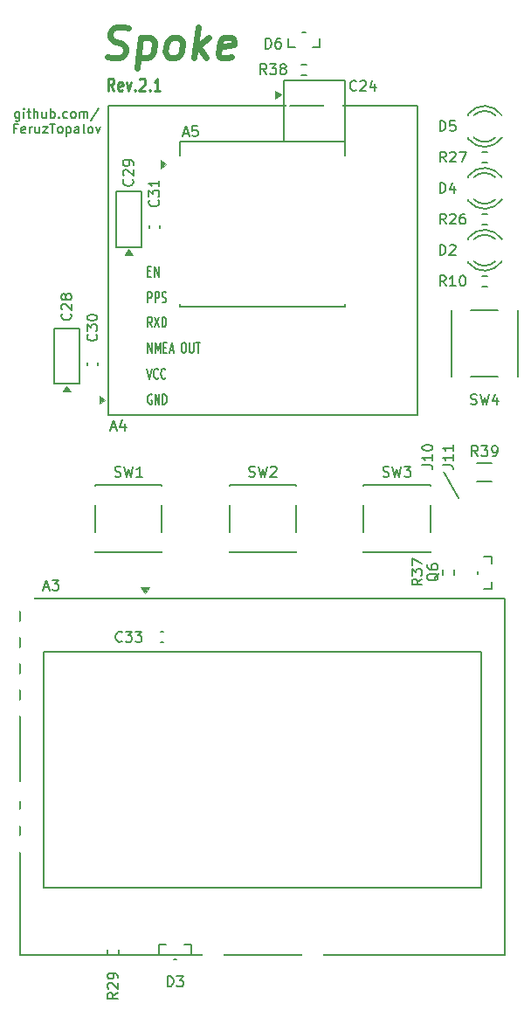
<source format=gto>
%TF.GenerationSoftware,KiCad,Pcbnew,9.0.4*%
%TF.CreationDate,2026-01-17T12:19:53+01:00*%
%TF.ProjectId,Spoke,53706f6b-652e-46b6-9963-61645f706362,2.1*%
%TF.SameCoordinates,PX5f5e100PY5f5e100*%
%TF.FileFunction,Legend,Top*%
%TF.FilePolarity,Positive*%
%FSLAX46Y46*%
G04 Gerber Fmt 4.6, Leading zero omitted, Abs format (unit mm)*
G04 Created by KiCad (PCBNEW 9.0.4) date 2026-01-17 12:19:53*
%MOMM*%
%LPD*%
G01*
G04 APERTURE LIST*
%ADD10C,0.153000*%
%ADD11C,0.600000*%
%ADD12C,0.180000*%
%ADD13C,0.240000*%
%ADD14C,0.200000*%
%ADD15C,0.150000*%
%ADD16C,0.120000*%
G04 APERTURE END LIST*
D10*
X17500000Y4500000D02*
X19000000Y2000000D01*
D11*
X-15071429Y44786200D02*
X-14660715Y44643343D01*
X-14660715Y44643343D02*
X-13946429Y44643343D01*
X-13946429Y44643343D02*
X-13642857Y44786200D01*
X-13642857Y44786200D02*
X-13482143Y44929058D01*
X-13482143Y44929058D02*
X-13303572Y45214772D01*
X-13303572Y45214772D02*
X-13267857Y45500486D01*
X-13267857Y45500486D02*
X-13375000Y45786200D01*
X-13375000Y45786200D02*
X-13500000Y45929058D01*
X-13500000Y45929058D02*
X-13767857Y46071915D01*
X-13767857Y46071915D02*
X-14321429Y46214772D01*
X-14321429Y46214772D02*
X-14589286Y46357629D01*
X-14589286Y46357629D02*
X-14714286Y46500486D01*
X-14714286Y46500486D02*
X-14821429Y46786200D01*
X-14821429Y46786200D02*
X-14785715Y47071915D01*
X-14785715Y47071915D02*
X-14607143Y47357629D01*
X-14607143Y47357629D02*
X-14446429Y47500486D01*
X-14446429Y47500486D02*
X-14142857Y47643343D01*
X-14142857Y47643343D02*
X-13428572Y47643343D01*
X-13428572Y47643343D02*
X-13017857Y47500486D01*
X-11839286Y46643343D02*
X-12214286Y43643343D01*
X-11857143Y46500486D02*
X-11553572Y46643343D01*
X-11553572Y46643343D02*
X-10982143Y46643343D01*
X-10982143Y46643343D02*
X-10714286Y46500486D01*
X-10714286Y46500486D02*
X-10589286Y46357629D01*
X-10589286Y46357629D02*
X-10482143Y46071915D01*
X-10482143Y46071915D02*
X-10589286Y45214772D01*
X-10589286Y45214772D02*
X-10767857Y44929058D01*
X-10767857Y44929058D02*
X-10928572Y44786200D01*
X-10928572Y44786200D02*
X-11232143Y44643343D01*
X-11232143Y44643343D02*
X-11803572Y44643343D01*
X-11803572Y44643343D02*
X-12071429Y44786200D01*
X-8946428Y44643343D02*
X-9214286Y44786200D01*
X-9214286Y44786200D02*
X-9339286Y44929058D01*
X-9339286Y44929058D02*
X-9446428Y45214772D01*
X-9446428Y45214772D02*
X-9339286Y46071915D01*
X-9339286Y46071915D02*
X-9160714Y46357629D01*
X-9160714Y46357629D02*
X-9000000Y46500486D01*
X-9000000Y46500486D02*
X-8696428Y46643343D01*
X-8696428Y46643343D02*
X-8267857Y46643343D01*
X-8267857Y46643343D02*
X-8000000Y46500486D01*
X-8000000Y46500486D02*
X-7875000Y46357629D01*
X-7875000Y46357629D02*
X-7767857Y46071915D01*
X-7767857Y46071915D02*
X-7875000Y45214772D01*
X-7875000Y45214772D02*
X-8053571Y44929058D01*
X-8053571Y44929058D02*
X-8214286Y44786200D01*
X-8214286Y44786200D02*
X-8517857Y44643343D01*
X-8517857Y44643343D02*
X-8946428Y44643343D01*
X-6660714Y44643343D02*
X-6285714Y47643343D01*
X-6232142Y45786200D02*
X-5517857Y44643343D01*
X-5267857Y46643343D02*
X-6553571Y45500486D01*
X-3071429Y44786200D02*
X-3375000Y44643343D01*
X-3375000Y44643343D02*
X-3946429Y44643343D01*
X-3946429Y44643343D02*
X-4214286Y44786200D01*
X-4214286Y44786200D02*
X-4321429Y45071915D01*
X-4321429Y45071915D02*
X-4178571Y46214772D01*
X-4178571Y46214772D02*
X-4000000Y46500486D01*
X-4000000Y46500486D02*
X-3696429Y46643343D01*
X-3696429Y46643343D02*
X-3125000Y46643343D01*
X-3125000Y46643343D02*
X-2857143Y46500486D01*
X-2857143Y46500486D02*
X-2750000Y46214772D01*
X-2750000Y46214772D02*
X-2785714Y45929058D01*
X-2785714Y45929058D02*
X-4250000Y45643343D01*
D12*
X-23578572Y39417478D02*
X-23578572Y38688907D01*
X-23578572Y38688907D02*
X-23621430Y38603193D01*
X-23621430Y38603193D02*
X-23664287Y38560335D01*
X-23664287Y38560335D02*
X-23750001Y38517478D01*
X-23750001Y38517478D02*
X-23878572Y38517478D01*
X-23878572Y38517478D02*
X-23964287Y38560335D01*
X-23578572Y38860335D02*
X-23664287Y38817478D01*
X-23664287Y38817478D02*
X-23835715Y38817478D01*
X-23835715Y38817478D02*
X-23921430Y38860335D01*
X-23921430Y38860335D02*
X-23964287Y38903193D01*
X-23964287Y38903193D02*
X-24007144Y38988907D01*
X-24007144Y38988907D02*
X-24007144Y39246050D01*
X-24007144Y39246050D02*
X-23964287Y39331764D01*
X-23964287Y39331764D02*
X-23921430Y39374621D01*
X-23921430Y39374621D02*
X-23835715Y39417478D01*
X-23835715Y39417478D02*
X-23664287Y39417478D01*
X-23664287Y39417478D02*
X-23578572Y39374621D01*
X-23150001Y38817478D02*
X-23150001Y39417478D01*
X-23150001Y39717478D02*
X-23192858Y39674621D01*
X-23192858Y39674621D02*
X-23150001Y39631764D01*
X-23150001Y39631764D02*
X-23107144Y39674621D01*
X-23107144Y39674621D02*
X-23150001Y39717478D01*
X-23150001Y39717478D02*
X-23150001Y39631764D01*
X-22850001Y39417478D02*
X-22507144Y39417478D01*
X-22721430Y39717478D02*
X-22721430Y38946050D01*
X-22721430Y38946050D02*
X-22678573Y38860335D01*
X-22678573Y38860335D02*
X-22592858Y38817478D01*
X-22592858Y38817478D02*
X-22507144Y38817478D01*
X-22207144Y38817478D02*
X-22207144Y39717478D01*
X-21821429Y38817478D02*
X-21821429Y39288907D01*
X-21821429Y39288907D02*
X-21864287Y39374621D01*
X-21864287Y39374621D02*
X-21950001Y39417478D01*
X-21950001Y39417478D02*
X-22078572Y39417478D01*
X-22078572Y39417478D02*
X-22164287Y39374621D01*
X-22164287Y39374621D02*
X-22207144Y39331764D01*
X-21007143Y39417478D02*
X-21007143Y38817478D01*
X-21392858Y39417478D02*
X-21392858Y38946050D01*
X-21392858Y38946050D02*
X-21350001Y38860335D01*
X-21350001Y38860335D02*
X-21264286Y38817478D01*
X-21264286Y38817478D02*
X-21135715Y38817478D01*
X-21135715Y38817478D02*
X-21050001Y38860335D01*
X-21050001Y38860335D02*
X-21007143Y38903193D01*
X-20578572Y38817478D02*
X-20578572Y39717478D01*
X-20578572Y39374621D02*
X-20492857Y39417478D01*
X-20492857Y39417478D02*
X-20321429Y39417478D01*
X-20321429Y39417478D02*
X-20235715Y39374621D01*
X-20235715Y39374621D02*
X-20192857Y39331764D01*
X-20192857Y39331764D02*
X-20150000Y39246050D01*
X-20150000Y39246050D02*
X-20150000Y38988907D01*
X-20150000Y38988907D02*
X-20192857Y38903193D01*
X-20192857Y38903193D02*
X-20235715Y38860335D01*
X-20235715Y38860335D02*
X-20321429Y38817478D01*
X-20321429Y38817478D02*
X-20492857Y38817478D01*
X-20492857Y38817478D02*
X-20578572Y38860335D01*
X-19764286Y38903193D02*
X-19721429Y38860335D01*
X-19721429Y38860335D02*
X-19764286Y38817478D01*
X-19764286Y38817478D02*
X-19807143Y38860335D01*
X-19807143Y38860335D02*
X-19764286Y38903193D01*
X-19764286Y38903193D02*
X-19764286Y38817478D01*
X-18950000Y38860335D02*
X-19035715Y38817478D01*
X-19035715Y38817478D02*
X-19207143Y38817478D01*
X-19207143Y38817478D02*
X-19292858Y38860335D01*
X-19292858Y38860335D02*
X-19335715Y38903193D01*
X-19335715Y38903193D02*
X-19378572Y38988907D01*
X-19378572Y38988907D02*
X-19378572Y39246050D01*
X-19378572Y39246050D02*
X-19335715Y39331764D01*
X-19335715Y39331764D02*
X-19292858Y39374621D01*
X-19292858Y39374621D02*
X-19207143Y39417478D01*
X-19207143Y39417478D02*
X-19035715Y39417478D01*
X-19035715Y39417478D02*
X-18950000Y39374621D01*
X-18435714Y38817478D02*
X-18521429Y38860335D01*
X-18521429Y38860335D02*
X-18564286Y38903193D01*
X-18564286Y38903193D02*
X-18607143Y38988907D01*
X-18607143Y38988907D02*
X-18607143Y39246050D01*
X-18607143Y39246050D02*
X-18564286Y39331764D01*
X-18564286Y39331764D02*
X-18521429Y39374621D01*
X-18521429Y39374621D02*
X-18435714Y39417478D01*
X-18435714Y39417478D02*
X-18307143Y39417478D01*
X-18307143Y39417478D02*
X-18221429Y39374621D01*
X-18221429Y39374621D02*
X-18178571Y39331764D01*
X-18178571Y39331764D02*
X-18135714Y39246050D01*
X-18135714Y39246050D02*
X-18135714Y38988907D01*
X-18135714Y38988907D02*
X-18178571Y38903193D01*
X-18178571Y38903193D02*
X-18221429Y38860335D01*
X-18221429Y38860335D02*
X-18307143Y38817478D01*
X-18307143Y38817478D02*
X-18435714Y38817478D01*
X-17750000Y38817478D02*
X-17750000Y39417478D01*
X-17750000Y39331764D02*
X-17707143Y39374621D01*
X-17707143Y39374621D02*
X-17621428Y39417478D01*
X-17621428Y39417478D02*
X-17492857Y39417478D01*
X-17492857Y39417478D02*
X-17407143Y39374621D01*
X-17407143Y39374621D02*
X-17364285Y39288907D01*
X-17364285Y39288907D02*
X-17364285Y38817478D01*
X-17364285Y39288907D02*
X-17321428Y39374621D01*
X-17321428Y39374621D02*
X-17235714Y39417478D01*
X-17235714Y39417478D02*
X-17107143Y39417478D01*
X-17107143Y39417478D02*
X-17021428Y39374621D01*
X-17021428Y39374621D02*
X-16978571Y39288907D01*
X-16978571Y39288907D02*
X-16978571Y38817478D01*
X-15907143Y39760335D02*
X-16678571Y38603193D01*
X-23857144Y37839957D02*
X-24157144Y37839957D01*
X-24157144Y37368528D02*
X-24157144Y38268528D01*
X-24157144Y38268528D02*
X-23728572Y38268528D01*
X-23042858Y37411385D02*
X-23128572Y37368528D01*
X-23128572Y37368528D02*
X-23300000Y37368528D01*
X-23300000Y37368528D02*
X-23385715Y37411385D01*
X-23385715Y37411385D02*
X-23428572Y37497100D01*
X-23428572Y37497100D02*
X-23428572Y37839957D01*
X-23428572Y37839957D02*
X-23385715Y37925671D01*
X-23385715Y37925671D02*
X-23300000Y37968528D01*
X-23300000Y37968528D02*
X-23128572Y37968528D01*
X-23128572Y37968528D02*
X-23042858Y37925671D01*
X-23042858Y37925671D02*
X-23000000Y37839957D01*
X-23000000Y37839957D02*
X-23000000Y37754243D01*
X-23000000Y37754243D02*
X-23428572Y37668528D01*
X-22614286Y37368528D02*
X-22614286Y37968528D01*
X-22614286Y37797100D02*
X-22571429Y37882814D01*
X-22571429Y37882814D02*
X-22528571Y37925671D01*
X-22528571Y37925671D02*
X-22442857Y37968528D01*
X-22442857Y37968528D02*
X-22357143Y37968528D01*
X-21671428Y37968528D02*
X-21671428Y37368528D01*
X-22057143Y37968528D02*
X-22057143Y37497100D01*
X-22057143Y37497100D02*
X-22014286Y37411385D01*
X-22014286Y37411385D02*
X-21928571Y37368528D01*
X-21928571Y37368528D02*
X-21800000Y37368528D01*
X-21800000Y37368528D02*
X-21714286Y37411385D01*
X-21714286Y37411385D02*
X-21671428Y37454243D01*
X-21328571Y37968528D02*
X-20857142Y37968528D01*
X-20857142Y37968528D02*
X-21328571Y37368528D01*
X-21328571Y37368528D02*
X-20857142Y37368528D01*
X-20642857Y38268528D02*
X-20128571Y38268528D01*
X-20385714Y37368528D02*
X-20385714Y38268528D01*
X-19700000Y37368528D02*
X-19785715Y37411385D01*
X-19785715Y37411385D02*
X-19828572Y37454243D01*
X-19828572Y37454243D02*
X-19871429Y37539957D01*
X-19871429Y37539957D02*
X-19871429Y37797100D01*
X-19871429Y37797100D02*
X-19828572Y37882814D01*
X-19828572Y37882814D02*
X-19785715Y37925671D01*
X-19785715Y37925671D02*
X-19700000Y37968528D01*
X-19700000Y37968528D02*
X-19571429Y37968528D01*
X-19571429Y37968528D02*
X-19485715Y37925671D01*
X-19485715Y37925671D02*
X-19442857Y37882814D01*
X-19442857Y37882814D02*
X-19400000Y37797100D01*
X-19400000Y37797100D02*
X-19400000Y37539957D01*
X-19400000Y37539957D02*
X-19442857Y37454243D01*
X-19442857Y37454243D02*
X-19485715Y37411385D01*
X-19485715Y37411385D02*
X-19571429Y37368528D01*
X-19571429Y37368528D02*
X-19700000Y37368528D01*
X-19014286Y37968528D02*
X-19014286Y37068528D01*
X-19014286Y37925671D02*
X-18928571Y37968528D01*
X-18928571Y37968528D02*
X-18757143Y37968528D01*
X-18757143Y37968528D02*
X-18671429Y37925671D01*
X-18671429Y37925671D02*
X-18628571Y37882814D01*
X-18628571Y37882814D02*
X-18585714Y37797100D01*
X-18585714Y37797100D02*
X-18585714Y37539957D01*
X-18585714Y37539957D02*
X-18628571Y37454243D01*
X-18628571Y37454243D02*
X-18671429Y37411385D01*
X-18671429Y37411385D02*
X-18757143Y37368528D01*
X-18757143Y37368528D02*
X-18928571Y37368528D01*
X-18928571Y37368528D02*
X-19014286Y37411385D01*
X-17814285Y37368528D02*
X-17814285Y37839957D01*
X-17814285Y37839957D02*
X-17857143Y37925671D01*
X-17857143Y37925671D02*
X-17942857Y37968528D01*
X-17942857Y37968528D02*
X-18114285Y37968528D01*
X-18114285Y37968528D02*
X-18200000Y37925671D01*
X-17814285Y37411385D02*
X-17900000Y37368528D01*
X-17900000Y37368528D02*
X-18114285Y37368528D01*
X-18114285Y37368528D02*
X-18200000Y37411385D01*
X-18200000Y37411385D02*
X-18242857Y37497100D01*
X-18242857Y37497100D02*
X-18242857Y37582814D01*
X-18242857Y37582814D02*
X-18200000Y37668528D01*
X-18200000Y37668528D02*
X-18114285Y37711385D01*
X-18114285Y37711385D02*
X-17900000Y37711385D01*
X-17900000Y37711385D02*
X-17814285Y37754243D01*
X-17257142Y37368528D02*
X-17342857Y37411385D01*
X-17342857Y37411385D02*
X-17385714Y37497100D01*
X-17385714Y37497100D02*
X-17385714Y38268528D01*
X-16785713Y37368528D02*
X-16871428Y37411385D01*
X-16871428Y37411385D02*
X-16914285Y37454243D01*
X-16914285Y37454243D02*
X-16957142Y37539957D01*
X-16957142Y37539957D02*
X-16957142Y37797100D01*
X-16957142Y37797100D02*
X-16914285Y37882814D01*
X-16914285Y37882814D02*
X-16871428Y37925671D01*
X-16871428Y37925671D02*
X-16785713Y37968528D01*
X-16785713Y37968528D02*
X-16657142Y37968528D01*
X-16657142Y37968528D02*
X-16571428Y37925671D01*
X-16571428Y37925671D02*
X-16528570Y37882814D01*
X-16528570Y37882814D02*
X-16485713Y37797100D01*
X-16485713Y37797100D02*
X-16485713Y37539957D01*
X-16485713Y37539957D02*
X-16528570Y37454243D01*
X-16528570Y37454243D02*
X-16571428Y37411385D01*
X-16571428Y37411385D02*
X-16657142Y37368528D01*
X-16657142Y37368528D02*
X-16785713Y37368528D01*
X-16185713Y37968528D02*
X-15971427Y37368528D01*
X-15971427Y37368528D02*
X-15757142Y37968528D01*
D13*
X-14428572Y41457338D02*
X-14761905Y42028766D01*
X-15000000Y41457338D02*
X-15000000Y42657338D01*
X-15000000Y42657338D02*
X-14619048Y42657338D01*
X-14619048Y42657338D02*
X-14523810Y42600195D01*
X-14523810Y42600195D02*
X-14476191Y42543052D01*
X-14476191Y42543052D02*
X-14428572Y42428766D01*
X-14428572Y42428766D02*
X-14428572Y42257338D01*
X-14428572Y42257338D02*
X-14476191Y42143052D01*
X-14476191Y42143052D02*
X-14523810Y42085909D01*
X-14523810Y42085909D02*
X-14619048Y42028766D01*
X-14619048Y42028766D02*
X-15000000Y42028766D01*
X-13619048Y41514480D02*
X-13714286Y41457338D01*
X-13714286Y41457338D02*
X-13904762Y41457338D01*
X-13904762Y41457338D02*
X-14000000Y41514480D01*
X-14000000Y41514480D02*
X-14047619Y41628766D01*
X-14047619Y41628766D02*
X-14047619Y42085909D01*
X-14047619Y42085909D02*
X-14000000Y42200195D01*
X-14000000Y42200195D02*
X-13904762Y42257338D01*
X-13904762Y42257338D02*
X-13714286Y42257338D01*
X-13714286Y42257338D02*
X-13619048Y42200195D01*
X-13619048Y42200195D02*
X-13571429Y42085909D01*
X-13571429Y42085909D02*
X-13571429Y41971623D01*
X-13571429Y41971623D02*
X-14047619Y41857338D01*
X-13238095Y42257338D02*
X-13000000Y41457338D01*
X-13000000Y41457338D02*
X-12761905Y42257338D01*
X-12380952Y41571623D02*
X-12333333Y41514480D01*
X-12333333Y41514480D02*
X-12380952Y41457338D01*
X-12380952Y41457338D02*
X-12428571Y41514480D01*
X-12428571Y41514480D02*
X-12380952Y41571623D01*
X-12380952Y41571623D02*
X-12380952Y41457338D01*
X-11952381Y42543052D02*
X-11904762Y42600195D01*
X-11904762Y42600195D02*
X-11809524Y42657338D01*
X-11809524Y42657338D02*
X-11571429Y42657338D01*
X-11571429Y42657338D02*
X-11476191Y42600195D01*
X-11476191Y42600195D02*
X-11428572Y42543052D01*
X-11428572Y42543052D02*
X-11380953Y42428766D01*
X-11380953Y42428766D02*
X-11380953Y42314480D01*
X-11380953Y42314480D02*
X-11428572Y42143052D01*
X-11428572Y42143052D02*
X-12000000Y41457338D01*
X-12000000Y41457338D02*
X-11380953Y41457338D01*
X-10952381Y41571623D02*
X-10904762Y41514480D01*
X-10904762Y41514480D02*
X-10952381Y41457338D01*
X-10952381Y41457338D02*
X-11000000Y41514480D01*
X-11000000Y41514480D02*
X-10952381Y41571623D01*
X-10952381Y41571623D02*
X-10952381Y41457338D01*
X-9952382Y41457338D02*
X-10523810Y41457338D01*
X-10238096Y41457338D02*
X-10238096Y42657338D01*
X-10238096Y42657338D02*
X-10333334Y42485909D01*
X-10333334Y42485909D02*
X-10428572Y42371623D01*
X-10428572Y42371623D02*
X-10523810Y42314480D01*
D14*
X20166667Y11095400D02*
X20309524Y11047781D01*
X20309524Y11047781D02*
X20547619Y11047781D01*
X20547619Y11047781D02*
X20642857Y11095400D01*
X20642857Y11095400D02*
X20690476Y11143020D01*
X20690476Y11143020D02*
X20738095Y11238258D01*
X20738095Y11238258D02*
X20738095Y11333496D01*
X20738095Y11333496D02*
X20690476Y11428734D01*
X20690476Y11428734D02*
X20642857Y11476353D01*
X20642857Y11476353D02*
X20547619Y11523972D01*
X20547619Y11523972D02*
X20357143Y11571591D01*
X20357143Y11571591D02*
X20261905Y11619210D01*
X20261905Y11619210D02*
X20214286Y11666829D01*
X20214286Y11666829D02*
X20166667Y11762067D01*
X20166667Y11762067D02*
X20166667Y11857305D01*
X20166667Y11857305D02*
X20214286Y11952543D01*
X20214286Y11952543D02*
X20261905Y12000162D01*
X20261905Y12000162D02*
X20357143Y12047781D01*
X20357143Y12047781D02*
X20595238Y12047781D01*
X20595238Y12047781D02*
X20738095Y12000162D01*
X21071429Y12047781D02*
X21309524Y11047781D01*
X21309524Y11047781D02*
X21500000Y11762067D01*
X21500000Y11762067D02*
X21690476Y11047781D01*
X21690476Y11047781D02*
X21928572Y12047781D01*
X22738095Y11714448D02*
X22738095Y11047781D01*
X22500000Y12095400D02*
X22261905Y11381115D01*
X22261905Y11381115D02*
X22880952Y11381115D01*
X-16143020Y17857143D02*
X-16095400Y17809524D01*
X-16095400Y17809524D02*
X-16047781Y17666667D01*
X-16047781Y17666667D02*
X-16047781Y17571429D01*
X-16047781Y17571429D02*
X-16095400Y17428572D01*
X-16095400Y17428572D02*
X-16190639Y17333334D01*
X-16190639Y17333334D02*
X-16285877Y17285715D01*
X-16285877Y17285715D02*
X-16476353Y17238096D01*
X-16476353Y17238096D02*
X-16619210Y17238096D01*
X-16619210Y17238096D02*
X-16809686Y17285715D01*
X-16809686Y17285715D02*
X-16904924Y17333334D01*
X-16904924Y17333334D02*
X-17000162Y17428572D01*
X-17000162Y17428572D02*
X-17047781Y17571429D01*
X-17047781Y17571429D02*
X-17047781Y17666667D01*
X-17047781Y17666667D02*
X-17000162Y17809524D01*
X-17000162Y17809524D02*
X-16952543Y17857143D01*
X-17047781Y18190477D02*
X-17047781Y18809524D01*
X-17047781Y18809524D02*
X-16666829Y18476191D01*
X-16666829Y18476191D02*
X-16666829Y18619048D01*
X-16666829Y18619048D02*
X-16619210Y18714286D01*
X-16619210Y18714286D02*
X-16571591Y18761905D01*
X-16571591Y18761905D02*
X-16476353Y18809524D01*
X-16476353Y18809524D02*
X-16238258Y18809524D01*
X-16238258Y18809524D02*
X-16143020Y18761905D01*
X-16143020Y18761905D02*
X-16095400Y18714286D01*
X-16095400Y18714286D02*
X-16047781Y18619048D01*
X-16047781Y18619048D02*
X-16047781Y18333334D01*
X-16047781Y18333334D02*
X-16095400Y18238096D01*
X-16095400Y18238096D02*
X-16143020Y18190477D01*
X-17047781Y19428572D02*
X-17047781Y19523810D01*
X-17047781Y19523810D02*
X-17000162Y19619048D01*
X-17000162Y19619048D02*
X-16952543Y19666667D01*
X-16952543Y19666667D02*
X-16857305Y19714286D01*
X-16857305Y19714286D02*
X-16666829Y19761905D01*
X-16666829Y19761905D02*
X-16428734Y19761905D01*
X-16428734Y19761905D02*
X-16238258Y19714286D01*
X-16238258Y19714286D02*
X-16143020Y19666667D01*
X-16143020Y19666667D02*
X-16095400Y19619048D01*
X-16095400Y19619048D02*
X-16047781Y19523810D01*
X-16047781Y19523810D02*
X-16047781Y19428572D01*
X-16047781Y19428572D02*
X-16095400Y19333334D01*
X-16095400Y19333334D02*
X-16143020Y19285715D01*
X-16143020Y19285715D02*
X-16238258Y19238096D01*
X-16238258Y19238096D02*
X-16428734Y19190477D01*
X-16428734Y19190477D02*
X-16666829Y19190477D01*
X-16666829Y19190477D02*
X-16857305Y19238096D01*
X-16857305Y19238096D02*
X-16952543Y19285715D01*
X-16952543Y19285715D02*
X-17000162Y19333334D01*
X-17000162Y19333334D02*
X-17047781Y19428572D01*
X20857142Y6047781D02*
X20523809Y6523972D01*
X20285714Y6047781D02*
X20285714Y7047781D01*
X20285714Y7047781D02*
X20666666Y7047781D01*
X20666666Y7047781D02*
X20761904Y7000162D01*
X20761904Y7000162D02*
X20809523Y6952543D01*
X20809523Y6952543D02*
X20857142Y6857305D01*
X20857142Y6857305D02*
X20857142Y6714448D01*
X20857142Y6714448D02*
X20809523Y6619210D01*
X20809523Y6619210D02*
X20761904Y6571591D01*
X20761904Y6571591D02*
X20666666Y6523972D01*
X20666666Y6523972D02*
X20285714Y6523972D01*
X21190476Y7047781D02*
X21809523Y7047781D01*
X21809523Y7047781D02*
X21476190Y6666829D01*
X21476190Y6666829D02*
X21619047Y6666829D01*
X21619047Y6666829D02*
X21714285Y6619210D01*
X21714285Y6619210D02*
X21761904Y6571591D01*
X21761904Y6571591D02*
X21809523Y6476353D01*
X21809523Y6476353D02*
X21809523Y6238258D01*
X21809523Y6238258D02*
X21761904Y6143020D01*
X21761904Y6143020D02*
X21714285Y6095400D01*
X21714285Y6095400D02*
X21619047Y6047781D01*
X21619047Y6047781D02*
X21333333Y6047781D01*
X21333333Y6047781D02*
X21238095Y6095400D01*
X21238095Y6095400D02*
X21190476Y6143020D01*
X22285714Y6047781D02*
X22476190Y6047781D01*
X22476190Y6047781D02*
X22571428Y6095400D01*
X22571428Y6095400D02*
X22619047Y6143020D01*
X22619047Y6143020D02*
X22714285Y6285877D01*
X22714285Y6285877D02*
X22761904Y6476353D01*
X22761904Y6476353D02*
X22761904Y6857305D01*
X22761904Y6857305D02*
X22714285Y6952543D01*
X22714285Y6952543D02*
X22666666Y7000162D01*
X22666666Y7000162D02*
X22571428Y7047781D01*
X22571428Y7047781D02*
X22380952Y7047781D01*
X22380952Y7047781D02*
X22285714Y7000162D01*
X22285714Y7000162D02*
X22238095Y6952543D01*
X22238095Y6952543D02*
X22190476Y6857305D01*
X22190476Y6857305D02*
X22190476Y6619210D01*
X22190476Y6619210D02*
X22238095Y6523972D01*
X22238095Y6523972D02*
X22285714Y6476353D01*
X22285714Y6476353D02*
X22380952Y6428734D01*
X22380952Y6428734D02*
X22571428Y6428734D01*
X22571428Y6428734D02*
X22666666Y6476353D01*
X22666666Y6476353D02*
X22714285Y6523972D01*
X22714285Y6523972D02*
X22761904Y6619210D01*
X-1333333Y4095400D02*
X-1190476Y4047781D01*
X-1190476Y4047781D02*
X-952381Y4047781D01*
X-952381Y4047781D02*
X-857143Y4095400D01*
X-857143Y4095400D02*
X-809524Y4143020D01*
X-809524Y4143020D02*
X-761905Y4238258D01*
X-761905Y4238258D02*
X-761905Y4333496D01*
X-761905Y4333496D02*
X-809524Y4428734D01*
X-809524Y4428734D02*
X-857143Y4476353D01*
X-857143Y4476353D02*
X-952381Y4523972D01*
X-952381Y4523972D02*
X-1142857Y4571591D01*
X-1142857Y4571591D02*
X-1238095Y4619210D01*
X-1238095Y4619210D02*
X-1285714Y4666829D01*
X-1285714Y4666829D02*
X-1333333Y4762067D01*
X-1333333Y4762067D02*
X-1333333Y4857305D01*
X-1333333Y4857305D02*
X-1285714Y4952543D01*
X-1285714Y4952543D02*
X-1238095Y5000162D01*
X-1238095Y5000162D02*
X-1142857Y5047781D01*
X-1142857Y5047781D02*
X-904762Y5047781D01*
X-904762Y5047781D02*
X-761905Y5000162D01*
X-428571Y5047781D02*
X-190476Y4047781D01*
X-190476Y4047781D02*
X0Y4762067D01*
X0Y4762067D02*
X190476Y4047781D01*
X190476Y4047781D02*
X428572Y5047781D01*
X761905Y4952543D02*
X809524Y5000162D01*
X809524Y5000162D02*
X904762Y5047781D01*
X904762Y5047781D02*
X1142857Y5047781D01*
X1142857Y5047781D02*
X1238095Y5000162D01*
X1238095Y5000162D02*
X1285714Y4952543D01*
X1285714Y4952543D02*
X1333333Y4857305D01*
X1333333Y4857305D02*
X1333333Y4762067D01*
X1333333Y4762067D02*
X1285714Y4619210D01*
X1285714Y4619210D02*
X714286Y4047781D01*
X714286Y4047781D02*
X1333333Y4047781D01*
X17161905Y31547781D02*
X17161905Y32547781D01*
X17161905Y32547781D02*
X17400000Y32547781D01*
X17400000Y32547781D02*
X17542857Y32500162D01*
X17542857Y32500162D02*
X17638095Y32404924D01*
X17638095Y32404924D02*
X17685714Y32309686D01*
X17685714Y32309686D02*
X17733333Y32119210D01*
X17733333Y32119210D02*
X17733333Y31976353D01*
X17733333Y31976353D02*
X17685714Y31785877D01*
X17685714Y31785877D02*
X17638095Y31690639D01*
X17638095Y31690639D02*
X17542857Y31595400D01*
X17542857Y31595400D02*
X17400000Y31547781D01*
X17400000Y31547781D02*
X17161905Y31547781D01*
X18590476Y32214448D02*
X18590476Y31547781D01*
X18352381Y32595400D02*
X18114286Y31881115D01*
X18114286Y31881115D02*
X18733333Y31881115D01*
X-14333333Y4095400D02*
X-14190476Y4047781D01*
X-14190476Y4047781D02*
X-13952381Y4047781D01*
X-13952381Y4047781D02*
X-13857143Y4095400D01*
X-13857143Y4095400D02*
X-13809524Y4143020D01*
X-13809524Y4143020D02*
X-13761905Y4238258D01*
X-13761905Y4238258D02*
X-13761905Y4333496D01*
X-13761905Y4333496D02*
X-13809524Y4428734D01*
X-13809524Y4428734D02*
X-13857143Y4476353D01*
X-13857143Y4476353D02*
X-13952381Y4523972D01*
X-13952381Y4523972D02*
X-14142857Y4571591D01*
X-14142857Y4571591D02*
X-14238095Y4619210D01*
X-14238095Y4619210D02*
X-14285714Y4666829D01*
X-14285714Y4666829D02*
X-14333333Y4762067D01*
X-14333333Y4762067D02*
X-14333333Y4857305D01*
X-14333333Y4857305D02*
X-14285714Y4952543D01*
X-14285714Y4952543D02*
X-14238095Y5000162D01*
X-14238095Y5000162D02*
X-14142857Y5047781D01*
X-14142857Y5047781D02*
X-13904762Y5047781D01*
X-13904762Y5047781D02*
X-13761905Y5000162D01*
X-13428571Y5047781D02*
X-13190476Y4047781D01*
X-13190476Y4047781D02*
X-13000000Y4762067D01*
X-13000000Y4762067D02*
X-12809524Y4047781D01*
X-12809524Y4047781D02*
X-12571428Y5047781D01*
X-11666667Y4047781D02*
X-12238095Y4047781D01*
X-11952381Y4047781D02*
X-11952381Y5047781D01*
X-11952381Y5047781D02*
X-12047619Y4904924D01*
X-12047619Y4904924D02*
X-12142857Y4809686D01*
X-12142857Y4809686D02*
X-12238095Y4762067D01*
X15452219Y-5842857D02*
X14976028Y-6176190D01*
X15452219Y-6414285D02*
X14452219Y-6414285D01*
X14452219Y-6414285D02*
X14452219Y-6033333D01*
X14452219Y-6033333D02*
X14499838Y-5938095D01*
X14499838Y-5938095D02*
X14547457Y-5890476D01*
X14547457Y-5890476D02*
X14642695Y-5842857D01*
X14642695Y-5842857D02*
X14785552Y-5842857D01*
X14785552Y-5842857D02*
X14880790Y-5890476D01*
X14880790Y-5890476D02*
X14928409Y-5938095D01*
X14928409Y-5938095D02*
X14976028Y-6033333D01*
X14976028Y-6033333D02*
X14976028Y-6414285D01*
X14452219Y-5509523D02*
X14452219Y-4890476D01*
X14452219Y-4890476D02*
X14833171Y-5223809D01*
X14833171Y-5223809D02*
X14833171Y-5080952D01*
X14833171Y-5080952D02*
X14880790Y-4985714D01*
X14880790Y-4985714D02*
X14928409Y-4938095D01*
X14928409Y-4938095D02*
X15023647Y-4890476D01*
X15023647Y-4890476D02*
X15261742Y-4890476D01*
X15261742Y-4890476D02*
X15356980Y-4938095D01*
X15356980Y-4938095D02*
X15404600Y-4985714D01*
X15404600Y-4985714D02*
X15452219Y-5080952D01*
X15452219Y-5080952D02*
X15452219Y-5366666D01*
X15452219Y-5366666D02*
X15404600Y-5461904D01*
X15404600Y-5461904D02*
X15356980Y-5509523D01*
X14452219Y-4557142D02*
X14452219Y-3890476D01*
X14452219Y-3890476D02*
X15452219Y-4319047D01*
X17161905Y25547781D02*
X17161905Y26547781D01*
X17161905Y26547781D02*
X17400000Y26547781D01*
X17400000Y26547781D02*
X17542857Y26500162D01*
X17542857Y26500162D02*
X17638095Y26404924D01*
X17638095Y26404924D02*
X17685714Y26309686D01*
X17685714Y26309686D02*
X17733333Y26119210D01*
X17733333Y26119210D02*
X17733333Y25976353D01*
X17733333Y25976353D02*
X17685714Y25785877D01*
X17685714Y25785877D02*
X17638095Y25690639D01*
X17638095Y25690639D02*
X17542857Y25595400D01*
X17542857Y25595400D02*
X17400000Y25547781D01*
X17400000Y25547781D02*
X17161905Y25547781D01*
X18114286Y26452543D02*
X18161905Y26500162D01*
X18161905Y26500162D02*
X18257143Y26547781D01*
X18257143Y26547781D02*
X18495238Y26547781D01*
X18495238Y26547781D02*
X18590476Y26500162D01*
X18590476Y26500162D02*
X18638095Y26452543D01*
X18638095Y26452543D02*
X18685714Y26357305D01*
X18685714Y26357305D02*
X18685714Y26262067D01*
X18685714Y26262067D02*
X18638095Y26119210D01*
X18638095Y26119210D02*
X18066667Y25547781D01*
X18066667Y25547781D02*
X18685714Y25547781D01*
X-12643020Y32857143D02*
X-12595400Y32809524D01*
X-12595400Y32809524D02*
X-12547781Y32666667D01*
X-12547781Y32666667D02*
X-12547781Y32571429D01*
X-12547781Y32571429D02*
X-12595400Y32428572D01*
X-12595400Y32428572D02*
X-12690639Y32333334D01*
X-12690639Y32333334D02*
X-12785877Y32285715D01*
X-12785877Y32285715D02*
X-12976353Y32238096D01*
X-12976353Y32238096D02*
X-13119210Y32238096D01*
X-13119210Y32238096D02*
X-13309686Y32285715D01*
X-13309686Y32285715D02*
X-13404924Y32333334D01*
X-13404924Y32333334D02*
X-13500162Y32428572D01*
X-13500162Y32428572D02*
X-13547781Y32571429D01*
X-13547781Y32571429D02*
X-13547781Y32666667D01*
X-13547781Y32666667D02*
X-13500162Y32809524D01*
X-13500162Y32809524D02*
X-13452543Y32857143D01*
X-13452543Y33238096D02*
X-13500162Y33285715D01*
X-13500162Y33285715D02*
X-13547781Y33380953D01*
X-13547781Y33380953D02*
X-13547781Y33619048D01*
X-13547781Y33619048D02*
X-13500162Y33714286D01*
X-13500162Y33714286D02*
X-13452543Y33761905D01*
X-13452543Y33761905D02*
X-13357305Y33809524D01*
X-13357305Y33809524D02*
X-13262067Y33809524D01*
X-13262067Y33809524D02*
X-13119210Y33761905D01*
X-13119210Y33761905D02*
X-12547781Y33190477D01*
X-12547781Y33190477D02*
X-12547781Y33809524D01*
X-12547781Y34285715D02*
X-12547781Y34476191D01*
X-12547781Y34476191D02*
X-12595400Y34571429D01*
X-12595400Y34571429D02*
X-12643020Y34619048D01*
X-12643020Y34619048D02*
X-12785877Y34714286D01*
X-12785877Y34714286D02*
X-12976353Y34761905D01*
X-12976353Y34761905D02*
X-13357305Y34761905D01*
X-13357305Y34761905D02*
X-13452543Y34714286D01*
X-13452543Y34714286D02*
X-13500162Y34666667D01*
X-13500162Y34666667D02*
X-13547781Y34571429D01*
X-13547781Y34571429D02*
X-13547781Y34380953D01*
X-13547781Y34380953D02*
X-13500162Y34285715D01*
X-13500162Y34285715D02*
X-13452543Y34238096D01*
X-13452543Y34238096D02*
X-13357305Y34190477D01*
X-13357305Y34190477D02*
X-13119210Y34190477D01*
X-13119210Y34190477D02*
X-13023972Y34238096D01*
X-13023972Y34238096D02*
X-12976353Y34285715D01*
X-12976353Y34285715D02*
X-12928734Y34380953D01*
X-12928734Y34380953D02*
X-12928734Y34571429D01*
X-12928734Y34571429D02*
X-12976353Y34666667D01*
X-12976353Y34666667D02*
X-13023972Y34714286D01*
X-13023972Y34714286D02*
X-13119210Y34761905D01*
X17452219Y5190477D02*
X18166504Y5190477D01*
X18166504Y5190477D02*
X18309361Y5142858D01*
X18309361Y5142858D02*
X18404600Y5047620D01*
X18404600Y5047620D02*
X18452219Y4904763D01*
X18452219Y4904763D02*
X18452219Y4809525D01*
X18452219Y6190477D02*
X18452219Y5619049D01*
X18452219Y5904763D02*
X17452219Y5904763D01*
X17452219Y5904763D02*
X17595076Y5809525D01*
X17595076Y5809525D02*
X17690314Y5714287D01*
X17690314Y5714287D02*
X17737933Y5619049D01*
X18452219Y7142858D02*
X18452219Y6571430D01*
X18452219Y6857144D02*
X17452219Y6857144D01*
X17452219Y6857144D02*
X17595076Y6761906D01*
X17595076Y6761906D02*
X17690314Y6666668D01*
X17690314Y6666668D02*
X17737933Y6571430D01*
X17757142Y22547781D02*
X17423809Y23023972D01*
X17185714Y22547781D02*
X17185714Y23547781D01*
X17185714Y23547781D02*
X17566666Y23547781D01*
X17566666Y23547781D02*
X17661904Y23500162D01*
X17661904Y23500162D02*
X17709523Y23452543D01*
X17709523Y23452543D02*
X17757142Y23357305D01*
X17757142Y23357305D02*
X17757142Y23214448D01*
X17757142Y23214448D02*
X17709523Y23119210D01*
X17709523Y23119210D02*
X17661904Y23071591D01*
X17661904Y23071591D02*
X17566666Y23023972D01*
X17566666Y23023972D02*
X17185714Y23023972D01*
X18709523Y22547781D02*
X18138095Y22547781D01*
X18423809Y22547781D02*
X18423809Y23547781D01*
X18423809Y23547781D02*
X18328571Y23404924D01*
X18328571Y23404924D02*
X18233333Y23309686D01*
X18233333Y23309686D02*
X18138095Y23262067D01*
X19328571Y23547781D02*
X19423809Y23547781D01*
X19423809Y23547781D02*
X19519047Y23500162D01*
X19519047Y23500162D02*
X19566666Y23452543D01*
X19566666Y23452543D02*
X19614285Y23357305D01*
X19614285Y23357305D02*
X19661904Y23166829D01*
X19661904Y23166829D02*
X19661904Y22928734D01*
X19661904Y22928734D02*
X19614285Y22738258D01*
X19614285Y22738258D02*
X19566666Y22643020D01*
X19566666Y22643020D02*
X19519047Y22595400D01*
X19519047Y22595400D02*
X19423809Y22547781D01*
X19423809Y22547781D02*
X19328571Y22547781D01*
X19328571Y22547781D02*
X19233333Y22595400D01*
X19233333Y22595400D02*
X19185714Y22643020D01*
X19185714Y22643020D02*
X19138095Y22738258D01*
X19138095Y22738258D02*
X19090476Y22928734D01*
X19090476Y22928734D02*
X19090476Y23166829D01*
X19090476Y23166829D02*
X19138095Y23357305D01*
X19138095Y23357305D02*
X19185714Y23452543D01*
X19185714Y23452543D02*
X19233333Y23500162D01*
X19233333Y23500162D02*
X19328571Y23547781D01*
X-7714286Y37333496D02*
X-7238096Y37333496D01*
X-7809524Y37047781D02*
X-7476191Y38047781D01*
X-7476191Y38047781D02*
X-7142858Y37047781D01*
X-6333334Y38047781D02*
X-6809524Y38047781D01*
X-6809524Y38047781D02*
X-6857143Y37571591D01*
X-6857143Y37571591D02*
X-6809524Y37619210D01*
X-6809524Y37619210D02*
X-6714286Y37666829D01*
X-6714286Y37666829D02*
X-6476191Y37666829D01*
X-6476191Y37666829D02*
X-6380953Y37619210D01*
X-6380953Y37619210D02*
X-6333334Y37571591D01*
X-6333334Y37571591D02*
X-6285715Y37476353D01*
X-6285715Y37476353D02*
X-6285715Y37238258D01*
X-6285715Y37238258D02*
X-6333334Y37143020D01*
X-6333334Y37143020D02*
X-6380953Y37095400D01*
X-6380953Y37095400D02*
X-6476191Y37047781D01*
X-6476191Y37047781D02*
X-6714286Y37047781D01*
X-6714286Y37047781D02*
X-6809524Y37095400D01*
X-6809524Y37095400D02*
X-6857143Y37143020D01*
X-18643020Y19857143D02*
X-18595400Y19809524D01*
X-18595400Y19809524D02*
X-18547781Y19666667D01*
X-18547781Y19666667D02*
X-18547781Y19571429D01*
X-18547781Y19571429D02*
X-18595400Y19428572D01*
X-18595400Y19428572D02*
X-18690639Y19333334D01*
X-18690639Y19333334D02*
X-18785877Y19285715D01*
X-18785877Y19285715D02*
X-18976353Y19238096D01*
X-18976353Y19238096D02*
X-19119210Y19238096D01*
X-19119210Y19238096D02*
X-19309686Y19285715D01*
X-19309686Y19285715D02*
X-19404924Y19333334D01*
X-19404924Y19333334D02*
X-19500162Y19428572D01*
X-19500162Y19428572D02*
X-19547781Y19571429D01*
X-19547781Y19571429D02*
X-19547781Y19666667D01*
X-19547781Y19666667D02*
X-19500162Y19809524D01*
X-19500162Y19809524D02*
X-19452543Y19857143D01*
X-19452543Y20238096D02*
X-19500162Y20285715D01*
X-19500162Y20285715D02*
X-19547781Y20380953D01*
X-19547781Y20380953D02*
X-19547781Y20619048D01*
X-19547781Y20619048D02*
X-19500162Y20714286D01*
X-19500162Y20714286D02*
X-19452543Y20761905D01*
X-19452543Y20761905D02*
X-19357305Y20809524D01*
X-19357305Y20809524D02*
X-19262067Y20809524D01*
X-19262067Y20809524D02*
X-19119210Y20761905D01*
X-19119210Y20761905D02*
X-18547781Y20190477D01*
X-18547781Y20190477D02*
X-18547781Y20809524D01*
X-19119210Y21380953D02*
X-19166829Y21285715D01*
X-19166829Y21285715D02*
X-19214448Y21238096D01*
X-19214448Y21238096D02*
X-19309686Y21190477D01*
X-19309686Y21190477D02*
X-19357305Y21190477D01*
X-19357305Y21190477D02*
X-19452543Y21238096D01*
X-19452543Y21238096D02*
X-19500162Y21285715D01*
X-19500162Y21285715D02*
X-19547781Y21380953D01*
X-19547781Y21380953D02*
X-19547781Y21571429D01*
X-19547781Y21571429D02*
X-19500162Y21666667D01*
X-19500162Y21666667D02*
X-19452543Y21714286D01*
X-19452543Y21714286D02*
X-19357305Y21761905D01*
X-19357305Y21761905D02*
X-19309686Y21761905D01*
X-19309686Y21761905D02*
X-19214448Y21714286D01*
X-19214448Y21714286D02*
X-19166829Y21666667D01*
X-19166829Y21666667D02*
X-19119210Y21571429D01*
X-19119210Y21571429D02*
X-19119210Y21380953D01*
X-19119210Y21380953D02*
X-19071591Y21285715D01*
X-19071591Y21285715D02*
X-19023972Y21238096D01*
X-19023972Y21238096D02*
X-18928734Y21190477D01*
X-18928734Y21190477D02*
X-18738258Y21190477D01*
X-18738258Y21190477D02*
X-18643020Y21238096D01*
X-18643020Y21238096D02*
X-18595400Y21285715D01*
X-18595400Y21285715D02*
X-18547781Y21380953D01*
X-18547781Y21380953D02*
X-18547781Y21571429D01*
X-18547781Y21571429D02*
X-18595400Y21666667D01*
X-18595400Y21666667D02*
X-18643020Y21714286D01*
X-18643020Y21714286D02*
X-18738258Y21761905D01*
X-18738258Y21761905D02*
X-18928734Y21761905D01*
X-18928734Y21761905D02*
X-19023972Y21714286D01*
X-19023972Y21714286D02*
X-19071591Y21666667D01*
X-19071591Y21666667D02*
X-19119210Y21571429D01*
X-21214286Y-6666504D02*
X-20738096Y-6666504D01*
X-21309524Y-6952219D02*
X-20976191Y-5952219D01*
X-20976191Y-5952219D02*
X-20642858Y-6952219D01*
X-20404762Y-5952219D02*
X-19785715Y-5952219D01*
X-19785715Y-5952219D02*
X-20119048Y-6333171D01*
X-20119048Y-6333171D02*
X-19976191Y-6333171D01*
X-19976191Y-6333171D02*
X-19880953Y-6380790D01*
X-19880953Y-6380790D02*
X-19833334Y-6428409D01*
X-19833334Y-6428409D02*
X-19785715Y-6523647D01*
X-19785715Y-6523647D02*
X-19785715Y-6761742D01*
X-19785715Y-6761742D02*
X-19833334Y-6856980D01*
X-19833334Y-6856980D02*
X-19880953Y-6904600D01*
X-19880953Y-6904600D02*
X-19976191Y-6952219D01*
X-19976191Y-6952219D02*
X-20261905Y-6952219D01*
X-20261905Y-6952219D02*
X-20357143Y-6904600D01*
X-20357143Y-6904600D02*
X-20404762Y-6856980D01*
X-14047781Y-45942857D02*
X-14523972Y-46276190D01*
X-14047781Y-46514285D02*
X-15047781Y-46514285D01*
X-15047781Y-46514285D02*
X-15047781Y-46133333D01*
X-15047781Y-46133333D02*
X-15000162Y-46038095D01*
X-15000162Y-46038095D02*
X-14952543Y-45990476D01*
X-14952543Y-45990476D02*
X-14857305Y-45942857D01*
X-14857305Y-45942857D02*
X-14714448Y-45942857D01*
X-14714448Y-45942857D02*
X-14619210Y-45990476D01*
X-14619210Y-45990476D02*
X-14571591Y-46038095D01*
X-14571591Y-46038095D02*
X-14523972Y-46133333D01*
X-14523972Y-46133333D02*
X-14523972Y-46514285D01*
X-14952543Y-45561904D02*
X-15000162Y-45514285D01*
X-15000162Y-45514285D02*
X-15047781Y-45419047D01*
X-15047781Y-45419047D02*
X-15047781Y-45180952D01*
X-15047781Y-45180952D02*
X-15000162Y-45085714D01*
X-15000162Y-45085714D02*
X-14952543Y-45038095D01*
X-14952543Y-45038095D02*
X-14857305Y-44990476D01*
X-14857305Y-44990476D02*
X-14762067Y-44990476D01*
X-14762067Y-44990476D02*
X-14619210Y-45038095D01*
X-14619210Y-45038095D02*
X-14047781Y-45609523D01*
X-14047781Y-45609523D02*
X-14047781Y-44990476D01*
X-14047781Y-44514285D02*
X-14047781Y-44323809D01*
X-14047781Y-44323809D02*
X-14095400Y-44228571D01*
X-14095400Y-44228571D02*
X-14143020Y-44180952D01*
X-14143020Y-44180952D02*
X-14285877Y-44085714D01*
X-14285877Y-44085714D02*
X-14476353Y-44038095D01*
X-14476353Y-44038095D02*
X-14857305Y-44038095D01*
X-14857305Y-44038095D02*
X-14952543Y-44085714D01*
X-14952543Y-44085714D02*
X-15000162Y-44133333D01*
X-15000162Y-44133333D02*
X-15047781Y-44228571D01*
X-15047781Y-44228571D02*
X-15047781Y-44419047D01*
X-15047781Y-44419047D02*
X-15000162Y-44514285D01*
X-15000162Y-44514285D02*
X-14952543Y-44561904D01*
X-14952543Y-44561904D02*
X-14857305Y-44609523D01*
X-14857305Y-44609523D02*
X-14619210Y-44609523D01*
X-14619210Y-44609523D02*
X-14523972Y-44561904D01*
X-14523972Y-44561904D02*
X-14476353Y-44514285D01*
X-14476353Y-44514285D02*
X-14428734Y-44419047D01*
X-14428734Y-44419047D02*
X-14428734Y-44228571D01*
X-14428734Y-44228571D02*
X-14476353Y-44133333D01*
X-14476353Y-44133333D02*
X-14523972Y-44085714D01*
X-14523972Y-44085714D02*
X-14619210Y-44038095D01*
X15452219Y5190477D02*
X16166504Y5190477D01*
X16166504Y5190477D02*
X16309361Y5142858D01*
X16309361Y5142858D02*
X16404600Y5047620D01*
X16404600Y5047620D02*
X16452219Y4904763D01*
X16452219Y4904763D02*
X16452219Y4809525D01*
X16452219Y6190477D02*
X16452219Y5619049D01*
X16452219Y5904763D02*
X15452219Y5904763D01*
X15452219Y5904763D02*
X15595076Y5809525D01*
X15595076Y5809525D02*
X15690314Y5714287D01*
X15690314Y5714287D02*
X15737933Y5619049D01*
X15452219Y6809525D02*
X15452219Y6904763D01*
X15452219Y6904763D02*
X15499838Y7000001D01*
X15499838Y7000001D02*
X15547457Y7047620D01*
X15547457Y7047620D02*
X15642695Y7095239D01*
X15642695Y7095239D02*
X15833171Y7142858D01*
X15833171Y7142858D02*
X16071266Y7142858D01*
X16071266Y7142858D02*
X16261742Y7095239D01*
X16261742Y7095239D02*
X16356980Y7047620D01*
X16356980Y7047620D02*
X16404600Y7000001D01*
X16404600Y7000001D02*
X16452219Y6904763D01*
X16452219Y6904763D02*
X16452219Y6809525D01*
X16452219Y6809525D02*
X16404600Y6714287D01*
X16404600Y6714287D02*
X16356980Y6666668D01*
X16356980Y6666668D02*
X16261742Y6619049D01*
X16261742Y6619049D02*
X16071266Y6571430D01*
X16071266Y6571430D02*
X15833171Y6571430D01*
X15833171Y6571430D02*
X15642695Y6619049D01*
X15642695Y6619049D02*
X15547457Y6666668D01*
X15547457Y6666668D02*
X15499838Y6714287D01*
X15499838Y6714287D02*
X15452219Y6809525D01*
X-13642858Y-11856980D02*
X-13690477Y-11904600D01*
X-13690477Y-11904600D02*
X-13833334Y-11952219D01*
X-13833334Y-11952219D02*
X-13928572Y-11952219D01*
X-13928572Y-11952219D02*
X-14071429Y-11904600D01*
X-14071429Y-11904600D02*
X-14166667Y-11809361D01*
X-14166667Y-11809361D02*
X-14214286Y-11714123D01*
X-14214286Y-11714123D02*
X-14261905Y-11523647D01*
X-14261905Y-11523647D02*
X-14261905Y-11380790D01*
X-14261905Y-11380790D02*
X-14214286Y-11190314D01*
X-14214286Y-11190314D02*
X-14166667Y-11095076D01*
X-14166667Y-11095076D02*
X-14071429Y-10999838D01*
X-14071429Y-10999838D02*
X-13928572Y-10952219D01*
X-13928572Y-10952219D02*
X-13833334Y-10952219D01*
X-13833334Y-10952219D02*
X-13690477Y-10999838D01*
X-13690477Y-10999838D02*
X-13642858Y-11047457D01*
X-13309524Y-10952219D02*
X-12690477Y-10952219D01*
X-12690477Y-10952219D02*
X-13023810Y-11333171D01*
X-13023810Y-11333171D02*
X-12880953Y-11333171D01*
X-12880953Y-11333171D02*
X-12785715Y-11380790D01*
X-12785715Y-11380790D02*
X-12738096Y-11428409D01*
X-12738096Y-11428409D02*
X-12690477Y-11523647D01*
X-12690477Y-11523647D02*
X-12690477Y-11761742D01*
X-12690477Y-11761742D02*
X-12738096Y-11856980D01*
X-12738096Y-11856980D02*
X-12785715Y-11904600D01*
X-12785715Y-11904600D02*
X-12880953Y-11952219D01*
X-12880953Y-11952219D02*
X-13166667Y-11952219D01*
X-13166667Y-11952219D02*
X-13261905Y-11904600D01*
X-13261905Y-11904600D02*
X-13309524Y-11856980D01*
X-12357143Y-10952219D02*
X-11738096Y-10952219D01*
X-11738096Y-10952219D02*
X-12071429Y-11333171D01*
X-12071429Y-11333171D02*
X-11928572Y-11333171D01*
X-11928572Y-11333171D02*
X-11833334Y-11380790D01*
X-11833334Y-11380790D02*
X-11785715Y-11428409D01*
X-11785715Y-11428409D02*
X-11738096Y-11523647D01*
X-11738096Y-11523647D02*
X-11738096Y-11761742D01*
X-11738096Y-11761742D02*
X-11785715Y-11856980D01*
X-11785715Y-11856980D02*
X-11833334Y-11904600D01*
X-11833334Y-11904600D02*
X-11928572Y-11952219D01*
X-11928572Y-11952219D02*
X-12214286Y-11952219D01*
X-12214286Y-11952219D02*
X-12309524Y-11904600D01*
X-12309524Y-11904600D02*
X-12357143Y-11856980D01*
X357142Y43047781D02*
X23809Y43523972D01*
X-214286Y43047781D02*
X-214286Y44047781D01*
X-214286Y44047781D02*
X166666Y44047781D01*
X166666Y44047781D02*
X261904Y44000162D01*
X261904Y44000162D02*
X309523Y43952543D01*
X309523Y43952543D02*
X357142Y43857305D01*
X357142Y43857305D02*
X357142Y43714448D01*
X357142Y43714448D02*
X309523Y43619210D01*
X309523Y43619210D02*
X261904Y43571591D01*
X261904Y43571591D02*
X166666Y43523972D01*
X166666Y43523972D02*
X-214286Y43523972D01*
X690476Y44047781D02*
X1309523Y44047781D01*
X1309523Y44047781D02*
X976190Y43666829D01*
X976190Y43666829D02*
X1119047Y43666829D01*
X1119047Y43666829D02*
X1214285Y43619210D01*
X1214285Y43619210D02*
X1261904Y43571591D01*
X1261904Y43571591D02*
X1309523Y43476353D01*
X1309523Y43476353D02*
X1309523Y43238258D01*
X1309523Y43238258D02*
X1261904Y43143020D01*
X1261904Y43143020D02*
X1214285Y43095400D01*
X1214285Y43095400D02*
X1119047Y43047781D01*
X1119047Y43047781D02*
X833333Y43047781D01*
X833333Y43047781D02*
X738095Y43095400D01*
X738095Y43095400D02*
X690476Y43143020D01*
X1880952Y43619210D02*
X1785714Y43666829D01*
X1785714Y43666829D02*
X1738095Y43714448D01*
X1738095Y43714448D02*
X1690476Y43809686D01*
X1690476Y43809686D02*
X1690476Y43857305D01*
X1690476Y43857305D02*
X1738095Y43952543D01*
X1738095Y43952543D02*
X1785714Y44000162D01*
X1785714Y44000162D02*
X1880952Y44047781D01*
X1880952Y44047781D02*
X2071428Y44047781D01*
X2071428Y44047781D02*
X2166666Y44000162D01*
X2166666Y44000162D02*
X2214285Y43952543D01*
X2214285Y43952543D02*
X2261904Y43857305D01*
X2261904Y43857305D02*
X2261904Y43809686D01*
X2261904Y43809686D02*
X2214285Y43714448D01*
X2214285Y43714448D02*
X2166666Y43666829D01*
X2166666Y43666829D02*
X2071428Y43619210D01*
X2071428Y43619210D02*
X1880952Y43619210D01*
X1880952Y43619210D02*
X1785714Y43571591D01*
X1785714Y43571591D02*
X1738095Y43523972D01*
X1738095Y43523972D02*
X1690476Y43428734D01*
X1690476Y43428734D02*
X1690476Y43238258D01*
X1690476Y43238258D02*
X1738095Y43143020D01*
X1738095Y43143020D02*
X1785714Y43095400D01*
X1785714Y43095400D02*
X1880952Y43047781D01*
X1880952Y43047781D02*
X2071428Y43047781D01*
X2071428Y43047781D02*
X2166666Y43095400D01*
X2166666Y43095400D02*
X2214285Y43143020D01*
X2214285Y43143020D02*
X2261904Y43238258D01*
X2261904Y43238258D02*
X2261904Y43428734D01*
X2261904Y43428734D02*
X2214285Y43523972D01*
X2214285Y43523972D02*
X2166666Y43571591D01*
X2166666Y43571591D02*
X2071428Y43619210D01*
X-14714286Y8833496D02*
X-14238096Y8833496D01*
X-14809524Y8547781D02*
X-14476191Y9547781D01*
X-14476191Y9547781D02*
X-14142858Y8547781D01*
X-13380953Y9214448D02*
X-13380953Y8547781D01*
X-13619048Y9595400D02*
X-13857143Y8881115D01*
X-13857143Y8881115D02*
X-13238096Y8881115D01*
D15*
X-11234650Y14545181D02*
X-11001316Y13545181D01*
X-11001316Y13545181D02*
X-10767983Y14545181D01*
X-10134650Y13640420D02*
X-10167983Y13592800D01*
X-10167983Y13592800D02*
X-10267983Y13545181D01*
X-10267983Y13545181D02*
X-10334650Y13545181D01*
X-10334650Y13545181D02*
X-10434650Y13592800D01*
X-10434650Y13592800D02*
X-10501316Y13688039D01*
X-10501316Y13688039D02*
X-10534650Y13783277D01*
X-10534650Y13783277D02*
X-10567983Y13973753D01*
X-10567983Y13973753D02*
X-10567983Y14116610D01*
X-10567983Y14116610D02*
X-10534650Y14307086D01*
X-10534650Y14307086D02*
X-10501316Y14402324D01*
X-10501316Y14402324D02*
X-10434650Y14497562D01*
X-10434650Y14497562D02*
X-10334650Y14545181D01*
X-10334650Y14545181D02*
X-10267983Y14545181D01*
X-10267983Y14545181D02*
X-10167983Y14497562D01*
X-10167983Y14497562D02*
X-10134650Y14449943D01*
X-9434650Y13640420D02*
X-9467983Y13592800D01*
X-9467983Y13592800D02*
X-9567983Y13545181D01*
X-9567983Y13545181D02*
X-9634650Y13545181D01*
X-9634650Y13545181D02*
X-9734650Y13592800D01*
X-9734650Y13592800D02*
X-9801316Y13688039D01*
X-9801316Y13688039D02*
X-9834650Y13783277D01*
X-9834650Y13783277D02*
X-9867983Y13973753D01*
X-9867983Y13973753D02*
X-9867983Y14116610D01*
X-9867983Y14116610D02*
X-9834650Y14307086D01*
X-9834650Y14307086D02*
X-9801316Y14402324D01*
X-9801316Y14402324D02*
X-9734650Y14497562D01*
X-9734650Y14497562D02*
X-9634650Y14545181D01*
X-9634650Y14545181D02*
X-9567983Y14545181D01*
X-9567983Y14545181D02*
X-9467983Y14497562D01*
X-9467983Y14497562D02*
X-9434650Y14449943D01*
X-10734650Y18545181D02*
X-10967983Y19021372D01*
X-11134650Y18545181D02*
X-11134650Y19545181D01*
X-11134650Y19545181D02*
X-10867983Y19545181D01*
X-10867983Y19545181D02*
X-10801316Y19497562D01*
X-10801316Y19497562D02*
X-10767983Y19449943D01*
X-10767983Y19449943D02*
X-10734650Y19354705D01*
X-10734650Y19354705D02*
X-10734650Y19211848D01*
X-10734650Y19211848D02*
X-10767983Y19116610D01*
X-10767983Y19116610D02*
X-10801316Y19068991D01*
X-10801316Y19068991D02*
X-10867983Y19021372D01*
X-10867983Y19021372D02*
X-11134650Y19021372D01*
X-10501316Y19545181D02*
X-10034650Y18545181D01*
X-10034650Y19545181D02*
X-10501316Y18545181D01*
X-9767983Y18545181D02*
X-9767983Y19545181D01*
X-9767983Y19545181D02*
X-9601316Y19545181D01*
X-9601316Y19545181D02*
X-9501316Y19497562D01*
X-9501316Y19497562D02*
X-9434649Y19402324D01*
X-9434649Y19402324D02*
X-9401316Y19307086D01*
X-9401316Y19307086D02*
X-9367983Y19116610D01*
X-9367983Y19116610D02*
X-9367983Y18973753D01*
X-9367983Y18973753D02*
X-9401316Y18783277D01*
X-9401316Y18783277D02*
X-9434649Y18688039D01*
X-9434649Y18688039D02*
X-9501316Y18592800D01*
X-9501316Y18592800D02*
X-9601316Y18545181D01*
X-9601316Y18545181D02*
X-9767983Y18545181D01*
X-10767983Y11997562D02*
X-10834650Y12045181D01*
X-10834650Y12045181D02*
X-10934650Y12045181D01*
X-10934650Y12045181D02*
X-11034650Y11997562D01*
X-11034650Y11997562D02*
X-11101316Y11902324D01*
X-11101316Y11902324D02*
X-11134650Y11807086D01*
X-11134650Y11807086D02*
X-11167983Y11616610D01*
X-11167983Y11616610D02*
X-11167983Y11473753D01*
X-11167983Y11473753D02*
X-11134650Y11283277D01*
X-11134650Y11283277D02*
X-11101316Y11188039D01*
X-11101316Y11188039D02*
X-11034650Y11092800D01*
X-11034650Y11092800D02*
X-10934650Y11045181D01*
X-10934650Y11045181D02*
X-10867983Y11045181D01*
X-10867983Y11045181D02*
X-10767983Y11092800D01*
X-10767983Y11092800D02*
X-10734650Y11140420D01*
X-10734650Y11140420D02*
X-10734650Y11473753D01*
X-10734650Y11473753D02*
X-10867983Y11473753D01*
X-10434650Y11045181D02*
X-10434650Y12045181D01*
X-10434650Y12045181D02*
X-10034650Y11045181D01*
X-10034650Y11045181D02*
X-10034650Y12045181D01*
X-9701317Y11045181D02*
X-9701317Y12045181D01*
X-9701317Y12045181D02*
X-9534650Y12045181D01*
X-9534650Y12045181D02*
X-9434650Y11997562D01*
X-9434650Y11997562D02*
X-9367983Y11902324D01*
X-9367983Y11902324D02*
X-9334650Y11807086D01*
X-9334650Y11807086D02*
X-9301317Y11616610D01*
X-9301317Y11616610D02*
X-9301317Y11473753D01*
X-9301317Y11473753D02*
X-9334650Y11283277D01*
X-9334650Y11283277D02*
X-9367983Y11188039D01*
X-9367983Y11188039D02*
X-9434650Y11092800D01*
X-9434650Y11092800D02*
X-9534650Y11045181D01*
X-9534650Y11045181D02*
X-9701317Y11045181D01*
X-11134650Y20945181D02*
X-11134650Y21945181D01*
X-11134650Y21945181D02*
X-10867983Y21945181D01*
X-10867983Y21945181D02*
X-10801316Y21897562D01*
X-10801316Y21897562D02*
X-10767983Y21849943D01*
X-10767983Y21849943D02*
X-10734650Y21754705D01*
X-10734650Y21754705D02*
X-10734650Y21611848D01*
X-10734650Y21611848D02*
X-10767983Y21516610D01*
X-10767983Y21516610D02*
X-10801316Y21468991D01*
X-10801316Y21468991D02*
X-10867983Y21421372D01*
X-10867983Y21421372D02*
X-11134650Y21421372D01*
X-10434650Y20945181D02*
X-10434650Y21945181D01*
X-10434650Y21945181D02*
X-10167983Y21945181D01*
X-10167983Y21945181D02*
X-10101316Y21897562D01*
X-10101316Y21897562D02*
X-10067983Y21849943D01*
X-10067983Y21849943D02*
X-10034650Y21754705D01*
X-10034650Y21754705D02*
X-10034650Y21611848D01*
X-10034650Y21611848D02*
X-10067983Y21516610D01*
X-10067983Y21516610D02*
X-10101316Y21468991D01*
X-10101316Y21468991D02*
X-10167983Y21421372D01*
X-10167983Y21421372D02*
X-10434650Y21421372D01*
X-9767983Y20992800D02*
X-9667983Y20945181D01*
X-9667983Y20945181D02*
X-9501316Y20945181D01*
X-9501316Y20945181D02*
X-9434650Y20992800D01*
X-9434650Y20992800D02*
X-9401316Y21040420D01*
X-9401316Y21040420D02*
X-9367983Y21135658D01*
X-9367983Y21135658D02*
X-9367983Y21230896D01*
X-9367983Y21230896D02*
X-9401316Y21326134D01*
X-9401316Y21326134D02*
X-9434650Y21373753D01*
X-9434650Y21373753D02*
X-9501316Y21421372D01*
X-9501316Y21421372D02*
X-9634650Y21468991D01*
X-9634650Y21468991D02*
X-9701316Y21516610D01*
X-9701316Y21516610D02*
X-9734650Y21564229D01*
X-9734650Y21564229D02*
X-9767983Y21659467D01*
X-9767983Y21659467D02*
X-9767983Y21754705D01*
X-9767983Y21754705D02*
X-9734650Y21849943D01*
X-9734650Y21849943D02*
X-9701316Y21897562D01*
X-9701316Y21897562D02*
X-9634650Y21945181D01*
X-9634650Y21945181D02*
X-9467983Y21945181D01*
X-9467983Y21945181D02*
X-9367983Y21897562D01*
X-11134650Y16045181D02*
X-11134650Y17045181D01*
X-11134650Y17045181D02*
X-10734650Y16045181D01*
X-10734650Y16045181D02*
X-10734650Y17045181D01*
X-10401317Y16045181D02*
X-10401317Y17045181D01*
X-10401317Y17045181D02*
X-10167983Y16330896D01*
X-10167983Y16330896D02*
X-9934650Y17045181D01*
X-9934650Y17045181D02*
X-9934650Y16045181D01*
X-9601317Y16568991D02*
X-9367983Y16568991D01*
X-9267983Y16045181D02*
X-9601317Y16045181D01*
X-9601317Y16045181D02*
X-9601317Y17045181D01*
X-9601317Y17045181D02*
X-9267983Y17045181D01*
X-9001317Y16330896D02*
X-8667984Y16330896D01*
X-9067984Y16045181D02*
X-8834650Y17045181D01*
X-8834650Y17045181D02*
X-8601317Y16045181D01*
X-7701317Y17045181D02*
X-7567984Y17045181D01*
X-7567984Y17045181D02*
X-7501317Y16997562D01*
X-7501317Y16997562D02*
X-7434651Y16902324D01*
X-7434651Y16902324D02*
X-7401317Y16711848D01*
X-7401317Y16711848D02*
X-7401317Y16378515D01*
X-7401317Y16378515D02*
X-7434651Y16188039D01*
X-7434651Y16188039D02*
X-7501317Y16092800D01*
X-7501317Y16092800D02*
X-7567984Y16045181D01*
X-7567984Y16045181D02*
X-7701317Y16045181D01*
X-7701317Y16045181D02*
X-7767984Y16092800D01*
X-7767984Y16092800D02*
X-7834651Y16188039D01*
X-7834651Y16188039D02*
X-7867984Y16378515D01*
X-7867984Y16378515D02*
X-7867984Y16711848D01*
X-7867984Y16711848D02*
X-7834651Y16902324D01*
X-7834651Y16902324D02*
X-7767984Y16997562D01*
X-7767984Y16997562D02*
X-7701317Y17045181D01*
X-7101318Y17045181D02*
X-7101318Y16235658D01*
X-7101318Y16235658D02*
X-7067984Y16140420D01*
X-7067984Y16140420D02*
X-7034651Y16092800D01*
X-7034651Y16092800D02*
X-6967984Y16045181D01*
X-6967984Y16045181D02*
X-6834651Y16045181D01*
X-6834651Y16045181D02*
X-6767984Y16092800D01*
X-6767984Y16092800D02*
X-6734651Y16140420D01*
X-6734651Y16140420D02*
X-6701318Y16235658D01*
X-6701318Y16235658D02*
X-6701318Y17045181D01*
X-6467985Y17045181D02*
X-6067985Y17045181D01*
X-6267985Y16045181D02*
X-6267985Y17045181D01*
X-11134650Y23968991D02*
X-10901316Y23968991D01*
X-10801316Y23445181D02*
X-11134650Y23445181D01*
X-11134650Y23445181D02*
X-11134650Y24445181D01*
X-11134650Y24445181D02*
X-10801316Y24445181D01*
X-10501317Y23445181D02*
X-10501317Y24445181D01*
X-10501317Y24445181D02*
X-10101317Y23445181D01*
X-10101317Y23445181D02*
X-10101317Y24445181D01*
D14*
X17161905Y37547781D02*
X17161905Y38547781D01*
X17161905Y38547781D02*
X17400000Y38547781D01*
X17400000Y38547781D02*
X17542857Y38500162D01*
X17542857Y38500162D02*
X17638095Y38404924D01*
X17638095Y38404924D02*
X17685714Y38309686D01*
X17685714Y38309686D02*
X17733333Y38119210D01*
X17733333Y38119210D02*
X17733333Y37976353D01*
X17733333Y37976353D02*
X17685714Y37785877D01*
X17685714Y37785877D02*
X17638095Y37690639D01*
X17638095Y37690639D02*
X17542857Y37595400D01*
X17542857Y37595400D02*
X17400000Y37547781D01*
X17400000Y37547781D02*
X17161905Y37547781D01*
X18638095Y38547781D02*
X18161905Y38547781D01*
X18161905Y38547781D02*
X18114286Y38071591D01*
X18114286Y38071591D02*
X18161905Y38119210D01*
X18161905Y38119210D02*
X18257143Y38166829D01*
X18257143Y38166829D02*
X18495238Y38166829D01*
X18495238Y38166829D02*
X18590476Y38119210D01*
X18590476Y38119210D02*
X18638095Y38071591D01*
X18638095Y38071591D02*
X18685714Y37976353D01*
X18685714Y37976353D02*
X18685714Y37738258D01*
X18685714Y37738258D02*
X18638095Y37643020D01*
X18638095Y37643020D02*
X18590476Y37595400D01*
X18590476Y37595400D02*
X18495238Y37547781D01*
X18495238Y37547781D02*
X18257143Y37547781D01*
X18257143Y37547781D02*
X18161905Y37595400D01*
X18161905Y37595400D02*
X18114286Y37643020D01*
X-10143020Y30857143D02*
X-10095400Y30809524D01*
X-10095400Y30809524D02*
X-10047781Y30666667D01*
X-10047781Y30666667D02*
X-10047781Y30571429D01*
X-10047781Y30571429D02*
X-10095400Y30428572D01*
X-10095400Y30428572D02*
X-10190639Y30333334D01*
X-10190639Y30333334D02*
X-10285877Y30285715D01*
X-10285877Y30285715D02*
X-10476353Y30238096D01*
X-10476353Y30238096D02*
X-10619210Y30238096D01*
X-10619210Y30238096D02*
X-10809686Y30285715D01*
X-10809686Y30285715D02*
X-10904924Y30333334D01*
X-10904924Y30333334D02*
X-11000162Y30428572D01*
X-11000162Y30428572D02*
X-11047781Y30571429D01*
X-11047781Y30571429D02*
X-11047781Y30666667D01*
X-11047781Y30666667D02*
X-11000162Y30809524D01*
X-11000162Y30809524D02*
X-10952543Y30857143D01*
X-11047781Y31190477D02*
X-11047781Y31809524D01*
X-11047781Y31809524D02*
X-10666829Y31476191D01*
X-10666829Y31476191D02*
X-10666829Y31619048D01*
X-10666829Y31619048D02*
X-10619210Y31714286D01*
X-10619210Y31714286D02*
X-10571591Y31761905D01*
X-10571591Y31761905D02*
X-10476353Y31809524D01*
X-10476353Y31809524D02*
X-10238258Y31809524D01*
X-10238258Y31809524D02*
X-10143020Y31761905D01*
X-10143020Y31761905D02*
X-10095400Y31714286D01*
X-10095400Y31714286D02*
X-10047781Y31619048D01*
X-10047781Y31619048D02*
X-10047781Y31333334D01*
X-10047781Y31333334D02*
X-10095400Y31238096D01*
X-10095400Y31238096D02*
X-10143020Y31190477D01*
X-10047781Y32761905D02*
X-10047781Y32190477D01*
X-10047781Y32476191D02*
X-11047781Y32476191D01*
X-11047781Y32476191D02*
X-10904924Y32380953D01*
X-10904924Y32380953D02*
X-10809686Y32285715D01*
X-10809686Y32285715D02*
X-10762067Y32190477D01*
X9057142Y41543020D02*
X9009523Y41495400D01*
X9009523Y41495400D02*
X8866666Y41447781D01*
X8866666Y41447781D02*
X8771428Y41447781D01*
X8771428Y41447781D02*
X8628571Y41495400D01*
X8628571Y41495400D02*
X8533333Y41590639D01*
X8533333Y41590639D02*
X8485714Y41685877D01*
X8485714Y41685877D02*
X8438095Y41876353D01*
X8438095Y41876353D02*
X8438095Y42019210D01*
X8438095Y42019210D02*
X8485714Y42209686D01*
X8485714Y42209686D02*
X8533333Y42304924D01*
X8533333Y42304924D02*
X8628571Y42400162D01*
X8628571Y42400162D02*
X8771428Y42447781D01*
X8771428Y42447781D02*
X8866666Y42447781D01*
X8866666Y42447781D02*
X9009523Y42400162D01*
X9009523Y42400162D02*
X9057142Y42352543D01*
X9438095Y42352543D02*
X9485714Y42400162D01*
X9485714Y42400162D02*
X9580952Y42447781D01*
X9580952Y42447781D02*
X9819047Y42447781D01*
X9819047Y42447781D02*
X9914285Y42400162D01*
X9914285Y42400162D02*
X9961904Y42352543D01*
X9961904Y42352543D02*
X10009523Y42257305D01*
X10009523Y42257305D02*
X10009523Y42162067D01*
X10009523Y42162067D02*
X9961904Y42019210D01*
X9961904Y42019210D02*
X9390476Y41447781D01*
X9390476Y41447781D02*
X10009523Y41447781D01*
X10866666Y42114448D02*
X10866666Y41447781D01*
X10628571Y42495400D02*
X10390476Y41781115D01*
X10390476Y41781115D02*
X11009523Y41781115D01*
X17047457Y-5295238D02*
X16999838Y-5390476D01*
X16999838Y-5390476D02*
X16904600Y-5485714D01*
X16904600Y-5485714D02*
X16761742Y-5628571D01*
X16761742Y-5628571D02*
X16714123Y-5723809D01*
X16714123Y-5723809D02*
X16714123Y-5819047D01*
X16952219Y-5771428D02*
X16904600Y-5866666D01*
X16904600Y-5866666D02*
X16809361Y-5961904D01*
X16809361Y-5961904D02*
X16618885Y-6009523D01*
X16618885Y-6009523D02*
X16285552Y-6009523D01*
X16285552Y-6009523D02*
X16095076Y-5961904D01*
X16095076Y-5961904D02*
X15999838Y-5866666D01*
X15999838Y-5866666D02*
X15952219Y-5771428D01*
X15952219Y-5771428D02*
X15952219Y-5580952D01*
X15952219Y-5580952D02*
X15999838Y-5485714D01*
X15999838Y-5485714D02*
X16095076Y-5390476D01*
X16095076Y-5390476D02*
X16285552Y-5342857D01*
X16285552Y-5342857D02*
X16618885Y-5342857D01*
X16618885Y-5342857D02*
X16809361Y-5390476D01*
X16809361Y-5390476D02*
X16904600Y-5485714D01*
X16904600Y-5485714D02*
X16952219Y-5580952D01*
X16952219Y-5580952D02*
X16952219Y-5771428D01*
X15952219Y-4485714D02*
X15952219Y-4676190D01*
X15952219Y-4676190D02*
X15999838Y-4771428D01*
X15999838Y-4771428D02*
X16047457Y-4819047D01*
X16047457Y-4819047D02*
X16190314Y-4914285D01*
X16190314Y-4914285D02*
X16380790Y-4961904D01*
X16380790Y-4961904D02*
X16761742Y-4961904D01*
X16761742Y-4961904D02*
X16856980Y-4914285D01*
X16856980Y-4914285D02*
X16904600Y-4866666D01*
X16904600Y-4866666D02*
X16952219Y-4771428D01*
X16952219Y-4771428D02*
X16952219Y-4580952D01*
X16952219Y-4580952D02*
X16904600Y-4485714D01*
X16904600Y-4485714D02*
X16856980Y-4438095D01*
X16856980Y-4438095D02*
X16761742Y-4390476D01*
X16761742Y-4390476D02*
X16523647Y-4390476D01*
X16523647Y-4390476D02*
X16428409Y-4438095D01*
X16428409Y-4438095D02*
X16380790Y-4485714D01*
X16380790Y-4485714D02*
X16333171Y-4580952D01*
X16333171Y-4580952D02*
X16333171Y-4771428D01*
X16333171Y-4771428D02*
X16380790Y-4866666D01*
X16380790Y-4866666D02*
X16428409Y-4914285D01*
X16428409Y-4914285D02*
X16523647Y-4961904D01*
X17757142Y34547781D02*
X17423809Y35023972D01*
X17185714Y34547781D02*
X17185714Y35547781D01*
X17185714Y35547781D02*
X17566666Y35547781D01*
X17566666Y35547781D02*
X17661904Y35500162D01*
X17661904Y35500162D02*
X17709523Y35452543D01*
X17709523Y35452543D02*
X17757142Y35357305D01*
X17757142Y35357305D02*
X17757142Y35214448D01*
X17757142Y35214448D02*
X17709523Y35119210D01*
X17709523Y35119210D02*
X17661904Y35071591D01*
X17661904Y35071591D02*
X17566666Y35023972D01*
X17566666Y35023972D02*
X17185714Y35023972D01*
X18138095Y35452543D02*
X18185714Y35500162D01*
X18185714Y35500162D02*
X18280952Y35547781D01*
X18280952Y35547781D02*
X18519047Y35547781D01*
X18519047Y35547781D02*
X18614285Y35500162D01*
X18614285Y35500162D02*
X18661904Y35452543D01*
X18661904Y35452543D02*
X18709523Y35357305D01*
X18709523Y35357305D02*
X18709523Y35262067D01*
X18709523Y35262067D02*
X18661904Y35119210D01*
X18661904Y35119210D02*
X18090476Y34547781D01*
X18090476Y34547781D02*
X18709523Y34547781D01*
X19042857Y35547781D02*
X19709523Y35547781D01*
X19709523Y35547781D02*
X19280952Y34547781D01*
X11666667Y4095400D02*
X11809524Y4047781D01*
X11809524Y4047781D02*
X12047619Y4047781D01*
X12047619Y4047781D02*
X12142857Y4095400D01*
X12142857Y4095400D02*
X12190476Y4143020D01*
X12190476Y4143020D02*
X12238095Y4238258D01*
X12238095Y4238258D02*
X12238095Y4333496D01*
X12238095Y4333496D02*
X12190476Y4428734D01*
X12190476Y4428734D02*
X12142857Y4476353D01*
X12142857Y4476353D02*
X12047619Y4523972D01*
X12047619Y4523972D02*
X11857143Y4571591D01*
X11857143Y4571591D02*
X11761905Y4619210D01*
X11761905Y4619210D02*
X11714286Y4666829D01*
X11714286Y4666829D02*
X11666667Y4762067D01*
X11666667Y4762067D02*
X11666667Y4857305D01*
X11666667Y4857305D02*
X11714286Y4952543D01*
X11714286Y4952543D02*
X11761905Y5000162D01*
X11761905Y5000162D02*
X11857143Y5047781D01*
X11857143Y5047781D02*
X12095238Y5047781D01*
X12095238Y5047781D02*
X12238095Y5000162D01*
X12571429Y5047781D02*
X12809524Y4047781D01*
X12809524Y4047781D02*
X13000000Y4762067D01*
X13000000Y4762067D02*
X13190476Y4047781D01*
X13190476Y4047781D02*
X13428572Y5047781D01*
X13714286Y5047781D02*
X14333333Y5047781D01*
X14333333Y5047781D02*
X14000000Y4666829D01*
X14000000Y4666829D02*
X14142857Y4666829D01*
X14142857Y4666829D02*
X14238095Y4619210D01*
X14238095Y4619210D02*
X14285714Y4571591D01*
X14285714Y4571591D02*
X14333333Y4476353D01*
X14333333Y4476353D02*
X14333333Y4238258D01*
X14333333Y4238258D02*
X14285714Y4143020D01*
X14285714Y4143020D02*
X14238095Y4095400D01*
X14238095Y4095400D02*
X14142857Y4047781D01*
X14142857Y4047781D02*
X13857143Y4047781D01*
X13857143Y4047781D02*
X13761905Y4095400D01*
X13761905Y4095400D02*
X13714286Y4143020D01*
X261905Y45547781D02*
X261905Y46547781D01*
X261905Y46547781D02*
X500000Y46547781D01*
X500000Y46547781D02*
X642857Y46500162D01*
X642857Y46500162D02*
X738095Y46404924D01*
X738095Y46404924D02*
X785714Y46309686D01*
X785714Y46309686D02*
X833333Y46119210D01*
X833333Y46119210D02*
X833333Y45976353D01*
X833333Y45976353D02*
X785714Y45785877D01*
X785714Y45785877D02*
X738095Y45690639D01*
X738095Y45690639D02*
X642857Y45595400D01*
X642857Y45595400D02*
X500000Y45547781D01*
X500000Y45547781D02*
X261905Y45547781D01*
X1690476Y46547781D02*
X1500000Y46547781D01*
X1500000Y46547781D02*
X1404762Y46500162D01*
X1404762Y46500162D02*
X1357143Y46452543D01*
X1357143Y46452543D02*
X1261905Y46309686D01*
X1261905Y46309686D02*
X1214286Y46119210D01*
X1214286Y46119210D02*
X1214286Y45738258D01*
X1214286Y45738258D02*
X1261905Y45643020D01*
X1261905Y45643020D02*
X1309524Y45595400D01*
X1309524Y45595400D02*
X1404762Y45547781D01*
X1404762Y45547781D02*
X1595238Y45547781D01*
X1595238Y45547781D02*
X1690476Y45595400D01*
X1690476Y45595400D02*
X1738095Y45643020D01*
X1738095Y45643020D02*
X1785714Y45738258D01*
X1785714Y45738258D02*
X1785714Y45976353D01*
X1785714Y45976353D02*
X1738095Y46071591D01*
X1738095Y46071591D02*
X1690476Y46119210D01*
X1690476Y46119210D02*
X1595238Y46166829D01*
X1595238Y46166829D02*
X1404762Y46166829D01*
X1404762Y46166829D02*
X1309524Y46119210D01*
X1309524Y46119210D02*
X1261905Y46071591D01*
X1261905Y46071591D02*
X1214286Y45976353D01*
X17757142Y28547781D02*
X17423809Y29023972D01*
X17185714Y28547781D02*
X17185714Y29547781D01*
X17185714Y29547781D02*
X17566666Y29547781D01*
X17566666Y29547781D02*
X17661904Y29500162D01*
X17661904Y29500162D02*
X17709523Y29452543D01*
X17709523Y29452543D02*
X17757142Y29357305D01*
X17757142Y29357305D02*
X17757142Y29214448D01*
X17757142Y29214448D02*
X17709523Y29119210D01*
X17709523Y29119210D02*
X17661904Y29071591D01*
X17661904Y29071591D02*
X17566666Y29023972D01*
X17566666Y29023972D02*
X17185714Y29023972D01*
X18138095Y29452543D02*
X18185714Y29500162D01*
X18185714Y29500162D02*
X18280952Y29547781D01*
X18280952Y29547781D02*
X18519047Y29547781D01*
X18519047Y29547781D02*
X18614285Y29500162D01*
X18614285Y29500162D02*
X18661904Y29452543D01*
X18661904Y29452543D02*
X18709523Y29357305D01*
X18709523Y29357305D02*
X18709523Y29262067D01*
X18709523Y29262067D02*
X18661904Y29119210D01*
X18661904Y29119210D02*
X18090476Y28547781D01*
X18090476Y28547781D02*
X18709523Y28547781D01*
X19566666Y29547781D02*
X19376190Y29547781D01*
X19376190Y29547781D02*
X19280952Y29500162D01*
X19280952Y29500162D02*
X19233333Y29452543D01*
X19233333Y29452543D02*
X19138095Y29309686D01*
X19138095Y29309686D02*
X19090476Y29119210D01*
X19090476Y29119210D02*
X19090476Y28738258D01*
X19090476Y28738258D02*
X19138095Y28643020D01*
X19138095Y28643020D02*
X19185714Y28595400D01*
X19185714Y28595400D02*
X19280952Y28547781D01*
X19280952Y28547781D02*
X19471428Y28547781D01*
X19471428Y28547781D02*
X19566666Y28595400D01*
X19566666Y28595400D02*
X19614285Y28643020D01*
X19614285Y28643020D02*
X19661904Y28738258D01*
X19661904Y28738258D02*
X19661904Y28976353D01*
X19661904Y28976353D02*
X19614285Y29071591D01*
X19614285Y29071591D02*
X19566666Y29119210D01*
X19566666Y29119210D02*
X19471428Y29166829D01*
X19471428Y29166829D02*
X19280952Y29166829D01*
X19280952Y29166829D02*
X19185714Y29119210D01*
X19185714Y29119210D02*
X19138095Y29071591D01*
X19138095Y29071591D02*
X19090476Y28976353D01*
X-9238095Y-45352219D02*
X-9238095Y-44352219D01*
X-9238095Y-44352219D02*
X-9000000Y-44352219D01*
X-9000000Y-44352219D02*
X-8857143Y-44399838D01*
X-8857143Y-44399838D02*
X-8761905Y-44495076D01*
X-8761905Y-44495076D02*
X-8714286Y-44590314D01*
X-8714286Y-44590314D02*
X-8666667Y-44780790D01*
X-8666667Y-44780790D02*
X-8666667Y-44923647D01*
X-8666667Y-44923647D02*
X-8714286Y-45114123D01*
X-8714286Y-45114123D02*
X-8761905Y-45209361D01*
X-8761905Y-45209361D02*
X-8857143Y-45304600D01*
X-8857143Y-45304600D02*
X-9000000Y-45352219D01*
X-9000000Y-45352219D02*
X-9238095Y-45352219D01*
X-8333333Y-44352219D02*
X-7714286Y-44352219D01*
X-7714286Y-44352219D02*
X-8047619Y-44733171D01*
X-8047619Y-44733171D02*
X-7904762Y-44733171D01*
X-7904762Y-44733171D02*
X-7809524Y-44780790D01*
X-7809524Y-44780790D02*
X-7761905Y-44828409D01*
X-7761905Y-44828409D02*
X-7714286Y-44923647D01*
X-7714286Y-44923647D02*
X-7714286Y-45161742D01*
X-7714286Y-45161742D02*
X-7761905Y-45256980D01*
X-7761905Y-45256980D02*
X-7809524Y-45304600D01*
X-7809524Y-45304600D02*
X-7904762Y-45352219D01*
X-7904762Y-45352219D02*
X-8190476Y-45352219D01*
X-8190476Y-45352219D02*
X-8285714Y-45304600D01*
X-8285714Y-45304600D02*
X-8333333Y-45256980D01*
%TO.C,SW4*%
X18270000Y20230000D02*
X18300000Y20230000D01*
X18270000Y13770000D02*
X18270000Y20230000D01*
X18300000Y13770000D02*
X18270000Y13770000D01*
X20200000Y20230000D02*
X22800000Y20230000D01*
X20200000Y13770000D02*
X22800000Y13770000D01*
X24730000Y20230000D02*
X24700000Y20230000D01*
X24730000Y13770000D02*
X24700000Y13770000D01*
X24730000Y13770000D02*
X24730000Y20230000D01*
%TO.C,C30*%
X-17010000Y14853733D02*
X-17010000Y15146267D01*
X-15990000Y14853733D02*
X-15990000Y15146267D01*
%TO.C,R39*%
X20772936Y5410000D02*
X22227064Y5410000D01*
X20772936Y3590000D02*
X22227064Y3590000D01*
%TO.C,SW2*%
X-3230000Y3230000D02*
X3230000Y3230000D01*
X-3230000Y3200000D02*
X-3230000Y3230000D01*
X-3230000Y1300000D02*
X-3230000Y-1300000D01*
X-3230000Y-3230000D02*
X-3230000Y-3200000D01*
X-3230000Y-3230000D02*
X3230000Y-3230000D01*
X3230000Y3230000D02*
X3230000Y3200000D01*
X3230000Y1300000D02*
X3230000Y-1300000D01*
X3230000Y-3230000D02*
X3230000Y-3200000D01*
%TO.C,D4*%
X19940000Y33236000D02*
X19940000Y33080000D01*
X19940000Y30920000D02*
X19940000Y30764000D01*
X19940000Y33235516D02*
G75*
G02*
X23171397Y33080061I1560000J-1235516D01*
G01*
X20459039Y33080000D02*
G75*
G02*
X22540910Y33080049I1040961J-1080000D01*
G01*
X22540910Y30919951D02*
G75*
G02*
X20459039Y30920000I-1040910J1080049D01*
G01*
X23171397Y30919939D02*
G75*
G02*
X19940000Y30764484I-1671397J1080061D01*
G01*
%TO.C,SW1*%
X-16230000Y3230000D02*
X-9770000Y3230000D01*
X-16230000Y3200000D02*
X-16230000Y3230000D01*
X-16230000Y1300000D02*
X-16230000Y-1300000D01*
X-16230000Y-3230000D02*
X-16230000Y-3200000D01*
X-16230000Y-3230000D02*
X-9770000Y-3230000D01*
X-9770000Y3230000D02*
X-9770000Y3200000D01*
X-9770000Y1300000D02*
X-9770000Y-1300000D01*
X-9770000Y-3230000D02*
X-9770000Y-3200000D01*
%TO.C,R37*%
X17477500Y-5454724D02*
X17477500Y-4945276D01*
X18522500Y-5454724D02*
X18522500Y-4945276D01*
%TO.C,D2*%
X19940000Y27236000D02*
X19940000Y27080000D01*
X19940000Y24920000D02*
X19940000Y24764000D01*
X19940000Y27235516D02*
G75*
G02*
X23171397Y27080061I1560000J-1235516D01*
G01*
X20459039Y27080000D02*
G75*
G02*
X22540910Y27080049I1040961J-1080000D01*
G01*
X22540910Y24919951D02*
G75*
G02*
X20459039Y24920000I-1040910J1080049D01*
G01*
X23171397Y24919939D02*
G75*
G02*
X19940000Y24764484I-1671397J1080061D01*
G01*
%TO.C,C29*%
X-14200000Y31675000D02*
X-11800000Y31675000D01*
X-14200000Y26325000D02*
X-14200000Y31675000D01*
X-11800000Y31675000D02*
X-11800000Y26325000D01*
X-11800000Y26325000D02*
X-14200000Y26325000D01*
D16*
X-12595163Y25570000D02*
X-13395163Y25570000D01*
X-13000000Y26100000D01*
X-12595163Y25570000D01*
G36*
X-12595163Y25570000D02*
G01*
X-13395163Y25570000D01*
X-13000000Y26100000D01*
X-12595163Y25570000D01*
G37*
D14*
%TO.C,R10*%
X21754724Y23522500D02*
X21245276Y23522500D01*
X21754724Y22477500D02*
X21245276Y22477500D01*
%TO.C,A5*%
X-8000000Y36500000D02*
X-8000000Y35200000D01*
X-8000000Y36500000D02*
X8000000Y36500000D01*
X-8000000Y20800000D02*
X-8000000Y20500000D01*
X8000000Y35200000D02*
X8000000Y36500000D01*
X8000000Y20500000D02*
X-8000000Y20500000D01*
X8000000Y20500000D02*
X8000000Y20800000D01*
D16*
X-9398000Y34350000D02*
X-9928000Y33945163D01*
X-9928000Y34745163D01*
X-9398000Y34350000D01*
G36*
X-9398000Y34350000D02*
G01*
X-9928000Y33945163D01*
X-9928000Y34745163D01*
X-9398000Y34350000D01*
G37*
D14*
%TO.C,C28*%
X-20200000Y18425000D02*
X-17800000Y18425000D01*
X-20200000Y13075000D02*
X-20200000Y18425000D01*
X-17800000Y18425000D02*
X-17800000Y13075000D01*
X-17800000Y13075000D02*
X-20200000Y13075000D01*
D16*
X-18595163Y12320000D02*
X-19395163Y12320000D01*
X-19000000Y12850000D01*
X-18595163Y12320000D01*
G36*
X-18595163Y12320000D02*
G01*
X-19395163Y12320000D01*
X-19000000Y12850000D01*
X-18595163Y12320000D01*
G37*
%TO.C,A3*%
D14*
X-23500000Y-7730000D02*
X23500000Y-7730000D01*
X23500000Y-42330000D01*
X-23500000Y-42330000D01*
X-23500000Y-7730000D01*
X-21210000Y-12937000D02*
X21210000Y-12937000D01*
X21210000Y-35777000D01*
X-21210000Y-35777000D01*
X-21210000Y-12937000D01*
D16*
X-11400000Y-7200000D02*
X-11804837Y-6670000D01*
X-11004837Y-6670000D01*
X-11400000Y-7200000D01*
G36*
X-11400000Y-7200000D02*
G01*
X-11804837Y-6670000D01*
X-11004837Y-6670000D01*
X-11400000Y-7200000D01*
G37*
D14*
%TO.C,R29*%
X-15022500Y-42254724D02*
X-15022500Y-41745276D01*
X-13977500Y-42254724D02*
X-13977500Y-41745276D01*
%TO.C,C33*%
X-9603733Y-10990000D02*
X-9896267Y-10990000D01*
X-9603733Y-12010000D02*
X-9896267Y-12010000D01*
%TO.C,R38*%
X3745276Y44022500D02*
X4254724Y44022500D01*
X3745276Y42977500D02*
X4254724Y42977500D01*
%TO.C,A4*%
X-15000000Y40000000D02*
X15000000Y40000000D01*
X-15000000Y10000000D02*
X-15000000Y40000000D01*
X15000000Y40000000D02*
X15000000Y10000000D01*
X15000000Y10000000D02*
X-15000000Y10000000D01*
D16*
X-15300000Y11500000D02*
X-15830000Y11095163D01*
X-15830000Y11895163D01*
X-15300000Y11500000D01*
G36*
X-15300000Y11500000D02*
G01*
X-15830000Y11095163D01*
X-15830000Y11895163D01*
X-15300000Y11500000D01*
G37*
D14*
%TO.C,D5*%
X19940000Y39236000D02*
X19940000Y39080000D01*
X19940000Y36920000D02*
X19940000Y36764000D01*
X19940000Y39235516D02*
G75*
G02*
X23171397Y39080061I1560000J-1235516D01*
G01*
X20459039Y39080000D02*
G75*
G02*
X22540910Y39080049I1040961J-1080000D01*
G01*
X22540910Y36919951D02*
G75*
G02*
X20459039Y36920000I-1040910J1080049D01*
G01*
X23171397Y36919939D02*
G75*
G02*
X19940000Y36764484I-1671397J1080061D01*
G01*
%TO.C,C31*%
X-11010000Y28153733D02*
X-11010000Y28446267D01*
X-9990000Y28153733D02*
X-9990000Y28446267D01*
%TO.C,C24*%
X2000000Y36500000D02*
X8000000Y36500000D01*
X8000000Y42500000D01*
X2000000Y42500000D01*
X2000000Y36500000D01*
D16*
X1760163Y41069837D02*
X1230163Y40665000D01*
X1230163Y41465000D01*
X1760163Y41069837D01*
G36*
X1760163Y41069837D02*
G01*
X1230163Y40665000D01*
X1230163Y41465000D01*
X1760163Y41069837D01*
G37*
D14*
%TO.C,Q6*%
X20800000Y-5100000D02*
X20800000Y-5400000D01*
X21400000Y-6800000D02*
X22200000Y-6800000D01*
X22200000Y-3700000D02*
X21400000Y-3700000D01*
X22200000Y-4400000D02*
X22200000Y-3700000D01*
X22200000Y-6800000D02*
X22200000Y-6100000D01*
%TO.C,R27*%
X21245276Y35522500D02*
X21754724Y35522500D01*
X21245276Y34477500D02*
X21754724Y34477500D01*
%TO.C,SW3*%
X9770000Y3230000D02*
X16230000Y3230000D01*
X9770000Y3200000D02*
X9770000Y3230000D01*
X9770000Y1300000D02*
X9770000Y-1300000D01*
X9770000Y-3230000D02*
X9770000Y-3200000D01*
X9770000Y-3230000D02*
X16230000Y-3230000D01*
X16230000Y3230000D02*
X16230000Y3200000D01*
X16230000Y1300000D02*
X16230000Y-1300000D01*
X16230000Y-3230000D02*
X16230000Y-3200000D01*
%TO.C,D6*%
X2450000Y46500000D02*
X2450000Y45700000D01*
X2450000Y45700000D02*
X3150000Y45700000D01*
X4150000Y47100000D02*
X3850000Y47100000D01*
X4850000Y45700000D02*
X5550000Y45700000D01*
X5550000Y45700000D02*
X5550000Y46500000D01*
%TO.C,R26*%
X21245276Y29522500D02*
X21754724Y29522500D01*
X21245276Y28477500D02*
X21754724Y28477500D01*
%TO.C,D3*%
X-10050000Y-41300000D02*
X-10050000Y-42100000D01*
X-9350000Y-41300000D02*
X-10050000Y-41300000D01*
X-8650000Y-42700000D02*
X-8350000Y-42700000D01*
X-6950000Y-41300000D02*
X-7650000Y-41300000D01*
X-6950000Y-42100000D02*
X-6950000Y-41300000D01*
%TD*%
%LPC*%
G36*
X-3916575Y-46453594D02*
G01*
X-3845851Y-46500851D01*
X-3798594Y-46571575D01*
X-3782000Y-46655000D01*
X-3782000Y-48095000D01*
X-3798594Y-48178425D01*
X-3845851Y-48249149D01*
X-3916575Y-48296406D01*
X-4000000Y-48313000D01*
X-5640000Y-48313000D01*
X-5723425Y-48296406D01*
X-5794149Y-48249149D01*
X-5841406Y-48178425D01*
X-5858000Y-48095000D01*
X-5858000Y-46655000D01*
X-5841406Y-46571575D01*
X-5794149Y-46500851D01*
X-5723425Y-46453594D01*
X-5640000Y-46437000D01*
X-4000000Y-46437000D01*
X-3916575Y-46453594D01*
G37*
G36*
X5723425Y-46453594D02*
G01*
X5794149Y-46500851D01*
X5841406Y-46571575D01*
X5858000Y-46655000D01*
X5858000Y-48095000D01*
X5841406Y-48178425D01*
X5794149Y-48249149D01*
X5723425Y-48296406D01*
X5640000Y-48313000D01*
X4000000Y-48313000D01*
X3916575Y-48296406D01*
X3845851Y-48249149D01*
X3798594Y-48178425D01*
X3782000Y-48095000D01*
X3782000Y-46655000D01*
X3798594Y-46571575D01*
X3845851Y-46500851D01*
X3916575Y-46453594D01*
X4000000Y-46437000D01*
X5640000Y-46437000D01*
X5723425Y-46453594D01*
G37*
G36*
X-21381975Y-44867049D02*
G01*
X-21371484Y-44867049D01*
X-21319824Y-44875231D01*
X-21180464Y-44893578D01*
X-21146460Y-44902689D01*
X-21117616Y-44907258D01*
X-21062143Y-44925282D01*
X-20973520Y-44949029D01*
X-20916978Y-44972449D01*
X-20873165Y-44986685D01*
X-20832123Y-45007597D01*
X-20775574Y-45031020D01*
X-20696108Y-45076900D01*
X-20644147Y-45103375D01*
X-20620526Y-45120537D01*
X-20590038Y-45138139D01*
X-20478513Y-45223715D01*
X-20436204Y-45254455D01*
X-20428788Y-45261871D01*
X-20420067Y-45268563D01*
X-20268564Y-45420066D01*
X-20261873Y-45428786D01*
X-20254455Y-45436204D01*
X-20223712Y-45478518D01*
X-20138140Y-45590037D01*
X-20120540Y-45620522D01*
X-20103375Y-45644147D01*
X-20076897Y-45696113D01*
X-20031021Y-45775573D01*
X-20007601Y-45832116D01*
X-19986685Y-45873165D01*
X-19972448Y-45916983D01*
X-19949030Y-45973519D01*
X-19925287Y-46062129D01*
X-19907258Y-46117616D01*
X-19902689Y-46146465D01*
X-19893579Y-46180463D01*
X-19875233Y-46319815D01*
X-19867049Y-46371484D01*
X-19867049Y-46381974D01*
X-19865614Y-46392874D01*
X-19865614Y-46607125D01*
X-19867049Y-46618024D01*
X-19867049Y-46628516D01*
X-19875234Y-46680188D01*
X-19893579Y-46819536D01*
X-19902689Y-46853531D01*
X-19907258Y-46882384D01*
X-19925289Y-46937875D01*
X-19949030Y-47026480D01*
X-19972446Y-47083011D01*
X-19986685Y-47126835D01*
X-20007603Y-47167887D01*
X-20031021Y-47224426D01*
X-20076893Y-47303878D01*
X-20103375Y-47355853D01*
X-20120542Y-47379481D01*
X-20138140Y-47409962D01*
X-20223699Y-47521462D01*
X-20254455Y-47563796D01*
X-20261876Y-47571216D01*
X-20268564Y-47579933D01*
X-20420067Y-47731436D01*
X-20428784Y-47738124D01*
X-20436204Y-47745545D01*
X-20478538Y-47776301D01*
X-20590038Y-47861860D01*
X-20620519Y-47879458D01*
X-20644147Y-47896625D01*
X-20696122Y-47923107D01*
X-20775574Y-47968979D01*
X-20832113Y-47992397D01*
X-20873165Y-48013315D01*
X-20916989Y-48027554D01*
X-20973520Y-48050970D01*
X-21062125Y-48074711D01*
X-21117616Y-48092742D01*
X-21146469Y-48097311D01*
X-21180464Y-48106421D01*
X-21319812Y-48124766D01*
X-21371484Y-48132951D01*
X-21381975Y-48132951D01*
X-21392875Y-48134386D01*
X-21607125Y-48134386D01*
X-21618025Y-48132951D01*
X-21628516Y-48132951D01*
X-21680188Y-48124767D01*
X-21819537Y-48106421D01*
X-21853535Y-48097311D01*
X-21882384Y-48092742D01*
X-21937871Y-48074713D01*
X-22026481Y-48050970D01*
X-22083017Y-48027552D01*
X-22126835Y-48013315D01*
X-22167884Y-47992399D01*
X-22224427Y-47968979D01*
X-22303887Y-47923103D01*
X-22355853Y-47896625D01*
X-22379478Y-47879460D01*
X-22409963Y-47861860D01*
X-22521482Y-47776288D01*
X-22563796Y-47745545D01*
X-22571214Y-47738127D01*
X-22579934Y-47731436D01*
X-22731437Y-47579933D01*
X-22738129Y-47571212D01*
X-22745545Y-47563796D01*
X-22776285Y-47521487D01*
X-22861861Y-47409962D01*
X-22879463Y-47379474D01*
X-22896625Y-47355853D01*
X-22923100Y-47303892D01*
X-22968980Y-47224426D01*
X-22992403Y-47167877D01*
X-23013315Y-47126835D01*
X-23027551Y-47083022D01*
X-23050971Y-47026480D01*
X-23074718Y-46937857D01*
X-23092742Y-46882384D01*
X-23097311Y-46853540D01*
X-23106422Y-46819536D01*
X-23124769Y-46680176D01*
X-23132951Y-46628516D01*
X-23132951Y-46618025D01*
X-23134386Y-46607125D01*
X-23134386Y-46392874D01*
X-23132951Y-46381973D01*
X-23132951Y-46371484D01*
X-23124770Y-46319828D01*
X-23106422Y-46180463D01*
X-23097310Y-46146456D01*
X-23092742Y-46117616D01*
X-23074720Y-46062147D01*
X-23050971Y-45973519D01*
X-23027549Y-45916972D01*
X-23013315Y-45873165D01*
X-22992406Y-45832126D01*
X-22968980Y-45775573D01*
X-22923096Y-45696098D01*
X-22896625Y-45644147D01*
X-22879466Y-45620529D01*
X-22861861Y-45590037D01*
X-22776271Y-45478493D01*
X-22745545Y-45436204D01*
X-22738132Y-45428790D01*
X-22731437Y-45420066D01*
X-22579934Y-45268563D01*
X-22571210Y-45261868D01*
X-22563796Y-45254455D01*
X-22521507Y-45223729D01*
X-22409963Y-45138139D01*
X-22379471Y-45120534D01*
X-22355853Y-45103375D01*
X-22303902Y-45076904D01*
X-22224427Y-45031020D01*
X-22167874Y-45007594D01*
X-22126835Y-44986685D01*
X-22083028Y-44972451D01*
X-22026481Y-44949029D01*
X-21937853Y-44925280D01*
X-21882384Y-44907258D01*
X-21853544Y-44902690D01*
X-21819537Y-44893578D01*
X-21680175Y-44875230D01*
X-21628516Y-44867049D01*
X-21618025Y-44867049D01*
X-21607125Y-44865614D01*
X-21392875Y-44865614D01*
X-21381975Y-44867049D01*
G37*
G36*
X21618025Y-44867049D02*
G01*
X21628516Y-44867049D01*
X21680176Y-44875231D01*
X21819536Y-44893578D01*
X21853540Y-44902689D01*
X21882384Y-44907258D01*
X21937857Y-44925282D01*
X22026480Y-44949029D01*
X22083022Y-44972449D01*
X22126835Y-44986685D01*
X22167877Y-45007597D01*
X22224426Y-45031020D01*
X22303892Y-45076900D01*
X22355853Y-45103375D01*
X22379474Y-45120537D01*
X22409962Y-45138139D01*
X22521487Y-45223715D01*
X22563796Y-45254455D01*
X22571212Y-45261871D01*
X22579933Y-45268563D01*
X22731436Y-45420066D01*
X22738127Y-45428786D01*
X22745545Y-45436204D01*
X22776288Y-45478518D01*
X22861860Y-45590037D01*
X22879460Y-45620522D01*
X22896625Y-45644147D01*
X22923103Y-45696113D01*
X22968979Y-45775573D01*
X22992399Y-45832116D01*
X23013315Y-45873165D01*
X23027552Y-45916983D01*
X23050970Y-45973519D01*
X23074713Y-46062129D01*
X23092742Y-46117616D01*
X23097311Y-46146465D01*
X23106421Y-46180463D01*
X23124767Y-46319815D01*
X23132951Y-46371484D01*
X23132951Y-46381974D01*
X23134386Y-46392874D01*
X23134386Y-46607125D01*
X23132951Y-46618024D01*
X23132951Y-46628516D01*
X23124766Y-46680188D01*
X23106421Y-46819536D01*
X23097311Y-46853531D01*
X23092742Y-46882384D01*
X23074711Y-46937875D01*
X23050970Y-47026480D01*
X23027554Y-47083011D01*
X23013315Y-47126835D01*
X22992397Y-47167887D01*
X22968979Y-47224426D01*
X22923107Y-47303878D01*
X22896625Y-47355853D01*
X22879458Y-47379481D01*
X22861860Y-47409962D01*
X22776301Y-47521462D01*
X22745545Y-47563796D01*
X22738124Y-47571216D01*
X22731436Y-47579933D01*
X22579933Y-47731436D01*
X22571216Y-47738124D01*
X22563796Y-47745545D01*
X22521462Y-47776301D01*
X22409962Y-47861860D01*
X22379481Y-47879458D01*
X22355853Y-47896625D01*
X22303878Y-47923107D01*
X22224426Y-47968979D01*
X22167887Y-47992397D01*
X22126835Y-48013315D01*
X22083011Y-48027554D01*
X22026480Y-48050970D01*
X21937875Y-48074711D01*
X21882384Y-48092742D01*
X21853531Y-48097311D01*
X21819536Y-48106421D01*
X21680188Y-48124766D01*
X21628516Y-48132951D01*
X21618025Y-48132951D01*
X21607125Y-48134386D01*
X21392875Y-48134386D01*
X21381975Y-48132951D01*
X21371484Y-48132951D01*
X21319812Y-48124767D01*
X21180463Y-48106421D01*
X21146465Y-48097311D01*
X21117616Y-48092742D01*
X21062129Y-48074713D01*
X20973519Y-48050970D01*
X20916983Y-48027552D01*
X20873165Y-48013315D01*
X20832116Y-47992399D01*
X20775573Y-47968979D01*
X20696113Y-47923103D01*
X20644147Y-47896625D01*
X20620522Y-47879460D01*
X20590037Y-47861860D01*
X20478518Y-47776288D01*
X20436204Y-47745545D01*
X20428786Y-47738127D01*
X20420066Y-47731436D01*
X20268563Y-47579933D01*
X20261871Y-47571212D01*
X20254455Y-47563796D01*
X20223715Y-47521487D01*
X20138139Y-47409962D01*
X20120537Y-47379474D01*
X20103375Y-47355853D01*
X20076900Y-47303892D01*
X20031020Y-47224426D01*
X20007597Y-47167877D01*
X19986685Y-47126835D01*
X19972449Y-47083022D01*
X19949029Y-47026480D01*
X19925282Y-46937857D01*
X19907258Y-46882384D01*
X19902689Y-46853540D01*
X19893578Y-46819536D01*
X19875231Y-46680176D01*
X19867049Y-46628516D01*
X19867049Y-46618025D01*
X19865614Y-46607125D01*
X19865614Y-46392874D01*
X19867049Y-46381973D01*
X19867049Y-46371484D01*
X19875230Y-46319828D01*
X19893578Y-46180463D01*
X19902690Y-46146456D01*
X19907258Y-46117616D01*
X19925280Y-46062147D01*
X19949029Y-45973519D01*
X19972451Y-45916972D01*
X19986685Y-45873165D01*
X20007594Y-45832126D01*
X20031020Y-45775573D01*
X20076904Y-45696098D01*
X20103375Y-45644147D01*
X20120534Y-45620529D01*
X20138139Y-45590037D01*
X20223729Y-45478493D01*
X20254455Y-45436204D01*
X20261868Y-45428790D01*
X20268563Y-45420066D01*
X20420066Y-45268563D01*
X20428790Y-45261868D01*
X20436204Y-45254455D01*
X20478493Y-45223729D01*
X20590037Y-45138139D01*
X20620529Y-45120534D01*
X20644147Y-45103375D01*
X20696098Y-45076904D01*
X20775573Y-45031020D01*
X20832126Y-45007594D01*
X20873165Y-44986685D01*
X20916972Y-44972451D01*
X20973519Y-44949029D01*
X21062147Y-44925280D01*
X21117616Y-44907258D01*
X21146456Y-44902690D01*
X21180463Y-44893578D01*
X21319825Y-44875230D01*
X21371484Y-44867049D01*
X21381975Y-44867049D01*
X21392875Y-44865614D01*
X21607125Y-44865614D01*
X21618025Y-44867049D01*
G37*
G36*
X-11727713Y-43002390D02*
G01*
X-11557830Y-43072758D01*
X-11404939Y-43174916D01*
X-11274916Y-43304939D01*
X-11172758Y-43457830D01*
X-11102390Y-43627713D01*
X-11066517Y-43808060D01*
X-11062000Y-43900000D01*
X-11062000Y-46100000D01*
X-11066517Y-46191940D01*
X-11102390Y-46372287D01*
X-11172758Y-46542170D01*
X-11274916Y-46695061D01*
X-11404939Y-46825084D01*
X-11557830Y-46927242D01*
X-11727713Y-46997610D01*
X-11908060Y-47033483D01*
X-12091940Y-47033483D01*
X-12272287Y-46997610D01*
X-12442170Y-46927242D01*
X-12595061Y-46825084D01*
X-12725084Y-46695061D01*
X-12827242Y-46542170D01*
X-12897610Y-46372287D01*
X-12933483Y-46191940D01*
X-12938000Y-46100000D01*
X-12938000Y-43900000D01*
X-12933483Y-43808060D01*
X-12897610Y-43627713D01*
X-12827242Y-43457830D01*
X-12725084Y-43304939D01*
X-12595061Y-43174916D01*
X-12442170Y-43072758D01*
X-12272287Y-43002390D01*
X-12091940Y-42966517D01*
X-11908060Y-42966517D01*
X-11727713Y-43002390D01*
G37*
G36*
X-4015953Y-42107805D02*
G01*
X-3967339Y-42113445D01*
X-3950729Y-42120779D01*
X-3928921Y-42125117D01*
X-3905575Y-42140716D01*
X-3885988Y-42149365D01*
X-3872610Y-42162743D01*
X-3851709Y-42176709D01*
X-3837744Y-42197609D01*
X-3824366Y-42210987D01*
X-3815719Y-42230572D01*
X-3800117Y-42253921D01*
X-3795779Y-42275731D01*
X-3788446Y-42292338D01*
X-3782808Y-42340942D01*
X-3782000Y-42345000D01*
X-3782000Y-44045000D01*
X-3782808Y-44049059D01*
X-3788446Y-44097661D01*
X-3795779Y-44114266D01*
X-3800117Y-44136079D01*
X-3815720Y-44159429D01*
X-3824366Y-44179012D01*
X-3837742Y-44192387D01*
X-3851709Y-44213291D01*
X-3872613Y-44227258D01*
X-3885988Y-44240634D01*
X-3905571Y-44249280D01*
X-3928921Y-44264883D01*
X-3950734Y-44269221D01*
X-3967339Y-44276554D01*
X-4015941Y-44282192D01*
X-4020000Y-44283000D01*
X-5620000Y-44283000D01*
X-5624058Y-44282192D01*
X-5672662Y-44276554D01*
X-5689269Y-44269221D01*
X-5711079Y-44264883D01*
X-5734428Y-44249281D01*
X-5754013Y-44240634D01*
X-5767391Y-44227256D01*
X-5788291Y-44213291D01*
X-5802257Y-44192390D01*
X-5815635Y-44179012D01*
X-5824284Y-44159425D01*
X-5839883Y-44136079D01*
X-5844221Y-44114271D01*
X-5851555Y-44097661D01*
X-5857195Y-44049047D01*
X-5858000Y-44045000D01*
X-5858000Y-42345000D01*
X-5857196Y-42340954D01*
X-5851555Y-42292338D01*
X-5844221Y-42275727D01*
X-5839883Y-42253921D01*
X-5824285Y-42230576D01*
X-5815635Y-42210987D01*
X-5802255Y-42197606D01*
X-5788291Y-42176709D01*
X-5767394Y-42162745D01*
X-5754013Y-42149365D01*
X-5734424Y-42140715D01*
X-5711079Y-42125117D01*
X-5689273Y-42120779D01*
X-5672662Y-42113445D01*
X-5624046Y-42107804D01*
X-5620000Y-42107000D01*
X-4020000Y-42107000D01*
X-4015953Y-42107805D01*
G37*
G36*
X5624047Y-42107805D02*
G01*
X5672661Y-42113445D01*
X5689271Y-42120779D01*
X5711079Y-42125117D01*
X5734425Y-42140716D01*
X5754012Y-42149365D01*
X5767390Y-42162743D01*
X5788291Y-42176709D01*
X5802256Y-42197609D01*
X5815634Y-42210987D01*
X5824281Y-42230572D01*
X5839883Y-42253921D01*
X5844221Y-42275731D01*
X5851554Y-42292338D01*
X5857192Y-42340942D01*
X5858000Y-42345000D01*
X5858000Y-44045000D01*
X5857192Y-44049059D01*
X5851554Y-44097661D01*
X5844221Y-44114266D01*
X5839883Y-44136079D01*
X5824280Y-44159429D01*
X5815634Y-44179012D01*
X5802258Y-44192387D01*
X5788291Y-44213291D01*
X5767387Y-44227258D01*
X5754012Y-44240634D01*
X5734429Y-44249280D01*
X5711079Y-44264883D01*
X5689266Y-44269221D01*
X5672661Y-44276554D01*
X5624059Y-44282192D01*
X5620000Y-44283000D01*
X4020000Y-44283000D01*
X4015942Y-44282192D01*
X3967338Y-44276554D01*
X3950731Y-44269221D01*
X3928921Y-44264883D01*
X3905572Y-44249281D01*
X3885987Y-44240634D01*
X3872609Y-44227256D01*
X3851709Y-44213291D01*
X3837743Y-44192390D01*
X3824365Y-44179012D01*
X3815716Y-44159425D01*
X3800117Y-44136079D01*
X3795779Y-44114271D01*
X3788445Y-44097661D01*
X3782805Y-44049047D01*
X3782000Y-44045000D01*
X3782000Y-42345000D01*
X3782804Y-42340954D01*
X3788445Y-42292338D01*
X3795779Y-42275727D01*
X3800117Y-42253921D01*
X3815715Y-42230576D01*
X3824365Y-42210987D01*
X3837745Y-42197606D01*
X3851709Y-42176709D01*
X3872606Y-42162745D01*
X3885987Y-42149365D01*
X3905576Y-42140715D01*
X3928921Y-42125117D01*
X3950727Y-42120779D01*
X3967338Y-42113445D01*
X4015954Y-42107804D01*
X4020000Y-42107000D01*
X5620000Y-42107000D01*
X5624047Y-42107805D01*
G37*
G36*
X-2751086Y-43359632D02*
G01*
X-2669020Y-43407013D01*
X-2602013Y-43474020D01*
X-2554632Y-43556086D01*
X-2530106Y-43647619D01*
X-2530106Y-43742381D01*
X-2554632Y-43833914D01*
X-2602013Y-43915980D01*
X-2669020Y-43982987D01*
X-2751086Y-44030368D01*
X-2842619Y-44054894D01*
X-2937381Y-44054894D01*
X-3028914Y-44030368D01*
X-3110980Y-43982987D01*
X-3177987Y-43915980D01*
X-3225368Y-43833914D01*
X-3249894Y-43742381D01*
X-3249894Y-43647619D01*
X-3225368Y-43556086D01*
X-3177987Y-43474020D01*
X-3110980Y-43407013D01*
X-3028914Y-43359632D01*
X-2937381Y-43335106D01*
X-2842619Y-43335106D01*
X-2751086Y-43359632D01*
G37*
G36*
X3028914Y-43359632D02*
G01*
X3110980Y-43407013D01*
X3177987Y-43474020D01*
X3225368Y-43556086D01*
X3249894Y-43647619D01*
X3249894Y-43742381D01*
X3225368Y-43833914D01*
X3177987Y-43915980D01*
X3110980Y-43982987D01*
X3028914Y-44030368D01*
X2937381Y-44054894D01*
X2842619Y-44054894D01*
X2751086Y-44030368D01*
X2669020Y-43982987D01*
X2602013Y-43915980D01*
X2554632Y-43833914D01*
X2530106Y-43742381D01*
X2530106Y-43647619D01*
X2554632Y-43556086D01*
X2602013Y-43474020D01*
X2669020Y-43407013D01*
X2751086Y-43359632D01*
X2842619Y-43335106D01*
X2937381Y-43335106D01*
X3028914Y-43359632D01*
G37*
G36*
X-8935458Y-42364893D02*
G01*
X-8923130Y-42373130D01*
X-8914893Y-42385458D01*
X-8912000Y-42400000D01*
X-8912000Y-43800000D01*
X-8914893Y-43814542D01*
X-8923130Y-43826870D01*
X-8935458Y-43835107D01*
X-8950000Y-43838000D01*
X-9950000Y-43838000D01*
X-9964542Y-43835107D01*
X-9976870Y-43826870D01*
X-9985107Y-43814542D01*
X-9988000Y-43800000D01*
X-9988000Y-42400000D01*
X-9985107Y-42385458D01*
X-9976870Y-42373130D01*
X-9964542Y-42364893D01*
X-9950000Y-42362000D01*
X-8950000Y-42362000D01*
X-8935458Y-42364893D01*
G37*
G36*
X-7035458Y-42364893D02*
G01*
X-7023130Y-42373130D01*
X-7014893Y-42385458D01*
X-7012000Y-42400000D01*
X-7012000Y-43800000D01*
X-7014893Y-43814542D01*
X-7023130Y-43826870D01*
X-7035458Y-43835107D01*
X-7050000Y-43838000D01*
X-8050000Y-43838000D01*
X-8064542Y-43835107D01*
X-8076870Y-43826870D01*
X-8085107Y-43814542D01*
X-8088000Y-43800000D01*
X-8088000Y-42400000D01*
X-8085107Y-42385458D01*
X-8076870Y-42373130D01*
X-8064542Y-42364893D01*
X-8050000Y-42362000D01*
X-7050000Y-42362000D01*
X-7035458Y-42364893D01*
G37*
G36*
X-14256091Y-42388274D02*
G01*
X-14192410Y-42396658D01*
X-14176391Y-42404128D01*
X-14157071Y-42407971D01*
X-14131481Y-42425069D01*
X-14104925Y-42437453D01*
X-14088770Y-42453608D01*
X-14067692Y-42467692D01*
X-14053609Y-42488769D01*
X-14037454Y-42504924D01*
X-14025072Y-42531478D01*
X-14007971Y-42557071D01*
X-14004128Y-42576392D01*
X-13996659Y-42592409D01*
X-13988278Y-42656077D01*
X-13987000Y-42662500D01*
X-13987000Y-43162500D01*
X-13988278Y-43168924D01*
X-13996659Y-43232590D01*
X-14004128Y-43248606D01*
X-14007971Y-43267929D01*
X-14025074Y-43293524D01*
X-14037454Y-43320075D01*
X-14053607Y-43336227D01*
X-14067692Y-43357308D01*
X-14088773Y-43371393D01*
X-14104925Y-43387546D01*
X-14131476Y-43399926D01*
X-14157071Y-43417029D01*
X-14176394Y-43420872D01*
X-14192410Y-43428341D01*
X-14256076Y-43436722D01*
X-14262500Y-43438000D01*
X-14737500Y-43438000D01*
X-14743923Y-43436722D01*
X-14807591Y-43428341D01*
X-14823608Y-43420872D01*
X-14842929Y-43417029D01*
X-14868522Y-43399928D01*
X-14895076Y-43387546D01*
X-14911231Y-43371391D01*
X-14932308Y-43357308D01*
X-14946392Y-43336230D01*
X-14962547Y-43320075D01*
X-14974931Y-43293519D01*
X-14992029Y-43267929D01*
X-14995872Y-43248609D01*
X-15003342Y-43232590D01*
X-15011726Y-43168909D01*
X-15013000Y-43162500D01*
X-15013000Y-42662500D01*
X-15011726Y-42656092D01*
X-15003342Y-42592409D01*
X-14995872Y-42576388D01*
X-14992029Y-42557071D01*
X-14974932Y-42531483D01*
X-14962547Y-42504924D01*
X-14946390Y-42488766D01*
X-14932308Y-42467692D01*
X-14911234Y-42453610D01*
X-14895076Y-42437453D01*
X-14868517Y-42425068D01*
X-14842929Y-42407971D01*
X-14823612Y-42404128D01*
X-14807591Y-42396658D01*
X-14743908Y-42388274D01*
X-14737500Y-42387000D01*
X-14262500Y-42387000D01*
X-14256091Y-42388274D01*
G37*
G36*
X-7985458Y-40164893D02*
G01*
X-7973130Y-40173130D01*
X-7964893Y-40185458D01*
X-7962000Y-40200000D01*
X-7962000Y-41600000D01*
X-7964893Y-41614542D01*
X-7973130Y-41626870D01*
X-7985458Y-41635107D01*
X-8000000Y-41638000D01*
X-9000000Y-41638000D01*
X-9014542Y-41635107D01*
X-9026870Y-41626870D01*
X-9035107Y-41614542D01*
X-9038000Y-41600000D01*
X-9038000Y-40200000D01*
X-9035107Y-40185458D01*
X-9026870Y-40173130D01*
X-9014542Y-40164893D01*
X-9000000Y-40162000D01*
X-8000000Y-40162000D01*
X-7985458Y-40164893D01*
G37*
G36*
X-14256091Y-40563274D02*
G01*
X-14192410Y-40571658D01*
X-14176391Y-40579128D01*
X-14157071Y-40582971D01*
X-14131481Y-40600069D01*
X-14104925Y-40612453D01*
X-14088770Y-40628608D01*
X-14067692Y-40642692D01*
X-14053609Y-40663769D01*
X-14037454Y-40679924D01*
X-14025072Y-40706478D01*
X-14007971Y-40732071D01*
X-14004128Y-40751392D01*
X-13996659Y-40767409D01*
X-13988278Y-40831077D01*
X-13987000Y-40837500D01*
X-13987000Y-41337500D01*
X-13988278Y-41343924D01*
X-13996659Y-41407590D01*
X-14004128Y-41423606D01*
X-14007971Y-41442929D01*
X-14025074Y-41468524D01*
X-14037454Y-41495075D01*
X-14053607Y-41511227D01*
X-14067692Y-41532308D01*
X-14088773Y-41546393D01*
X-14104925Y-41562546D01*
X-14131476Y-41574926D01*
X-14157071Y-41592029D01*
X-14176394Y-41595872D01*
X-14192410Y-41603341D01*
X-14256076Y-41611722D01*
X-14262500Y-41613000D01*
X-14737500Y-41613000D01*
X-14743923Y-41611722D01*
X-14807591Y-41603341D01*
X-14823608Y-41595872D01*
X-14842929Y-41592029D01*
X-14868522Y-41574928D01*
X-14895076Y-41562546D01*
X-14911231Y-41546391D01*
X-14932308Y-41532308D01*
X-14946392Y-41511230D01*
X-14962547Y-41495075D01*
X-14974931Y-41468519D01*
X-14992029Y-41442929D01*
X-14995872Y-41423609D01*
X-15003342Y-41407590D01*
X-15011726Y-41343909D01*
X-15013000Y-41337500D01*
X-15013000Y-40837500D01*
X-15011726Y-40831092D01*
X-15003342Y-40767409D01*
X-14995872Y-40751388D01*
X-14992029Y-40732071D01*
X-14974932Y-40706483D01*
X-14962547Y-40679924D01*
X-14946390Y-40663766D01*
X-14932308Y-40642692D01*
X-14911234Y-40628610D01*
X-14895076Y-40612453D01*
X-14868517Y-40600068D01*
X-14842929Y-40582971D01*
X-14823612Y-40579128D01*
X-14807591Y-40571658D01*
X-14743908Y-40563274D01*
X-14737500Y-40562000D01*
X-14262500Y-40562000D01*
X-14256091Y-40563274D01*
G37*
G36*
X-11727713Y-37002390D02*
G01*
X-11557830Y-37072758D01*
X-11404939Y-37174916D01*
X-11274916Y-37304939D01*
X-11172758Y-37457830D01*
X-11102390Y-37627713D01*
X-11066517Y-37808060D01*
X-11062000Y-37900000D01*
X-11062000Y-40100000D01*
X-11066517Y-40191940D01*
X-11102390Y-40372287D01*
X-11172758Y-40542170D01*
X-11274916Y-40695061D01*
X-11404939Y-40825084D01*
X-11557830Y-40927242D01*
X-11727713Y-40997610D01*
X-11908060Y-41033483D01*
X-12091940Y-41033483D01*
X-12272287Y-40997610D01*
X-12442170Y-40927242D01*
X-12595061Y-40825084D01*
X-12725084Y-40695061D01*
X-12827242Y-40542170D01*
X-12897610Y-40372287D01*
X-12933483Y-40191940D01*
X-12938000Y-40100000D01*
X-12938000Y-37900000D01*
X-12933483Y-37808060D01*
X-12897610Y-37627713D01*
X-12827242Y-37457830D01*
X-12725084Y-37304939D01*
X-12595061Y-37174916D01*
X-12442170Y-37072758D01*
X-12272287Y-37002390D01*
X-12091940Y-36966517D01*
X-11908060Y-36966517D01*
X-11727713Y-37002390D01*
G37*
G36*
X20257773Y-39150237D02*
G01*
X20418600Y-39216854D01*
X20563341Y-39313567D01*
X20686433Y-39436659D01*
X20783146Y-39581400D01*
X20849763Y-39742227D01*
X20883724Y-39912961D01*
X20883724Y-40087039D01*
X20849763Y-40257773D01*
X20783146Y-40418600D01*
X20686433Y-40563341D01*
X20563341Y-40686433D01*
X20418600Y-40783146D01*
X20257773Y-40849763D01*
X20087039Y-40883724D01*
X19912961Y-40883724D01*
X19742227Y-40849763D01*
X19581400Y-40783146D01*
X19436659Y-40686433D01*
X19313567Y-40563341D01*
X19216854Y-40418600D01*
X19150237Y-40257773D01*
X19116276Y-40087039D01*
X19116276Y-39912961D01*
X19150237Y-39742227D01*
X19216854Y-39581400D01*
X19313567Y-39436659D01*
X19436659Y-39313567D01*
X19581400Y-39216854D01*
X19742227Y-39150237D01*
X19912961Y-39116276D01*
X20087039Y-39116276D01*
X20257773Y-39150237D01*
G37*
G36*
X20511077Y-37120072D02*
G01*
X20517143Y-37122194D01*
X20522457Y-37122766D01*
X20578302Y-37143595D01*
X20641345Y-37165655D01*
X20645328Y-37168594D01*
X20646648Y-37169087D01*
X20692317Y-37203274D01*
X20752390Y-37247610D01*
X20796742Y-37307706D01*
X20830912Y-37353351D01*
X20831403Y-37354670D01*
X20834345Y-37358655D01*
X20856414Y-37421725D01*
X20877233Y-37477542D01*
X20877803Y-37482852D01*
X20879928Y-37488923D01*
X20888000Y-37575000D01*
X20888000Y-38425000D01*
X20879928Y-38511077D01*
X20877803Y-38517147D01*
X20877233Y-38522457D01*
X20856419Y-38578258D01*
X20834345Y-38641345D01*
X20831403Y-38645330D01*
X20830912Y-38646648D01*
X20796795Y-38692222D01*
X20752390Y-38752390D01*
X20692222Y-38796795D01*
X20646648Y-38830912D01*
X20645330Y-38831403D01*
X20641345Y-38834345D01*
X20578258Y-38856419D01*
X20522457Y-38877233D01*
X20517147Y-38877803D01*
X20511077Y-38879928D01*
X20425000Y-38888000D01*
X19575000Y-38888000D01*
X19488923Y-38879928D01*
X19482852Y-38877803D01*
X19477542Y-38877233D01*
X19421725Y-38856414D01*
X19358655Y-38834345D01*
X19354670Y-38831403D01*
X19353351Y-38830912D01*
X19307706Y-38796742D01*
X19247610Y-38752390D01*
X19203274Y-38692317D01*
X19169087Y-38646648D01*
X19168594Y-38645328D01*
X19165655Y-38641345D01*
X19143595Y-38578302D01*
X19122766Y-38522457D01*
X19122194Y-38517143D01*
X19120072Y-38511077D01*
X19112000Y-38425000D01*
X19112000Y-37575000D01*
X19120072Y-37488923D01*
X19122194Y-37482856D01*
X19122766Y-37477542D01*
X19143600Y-37421681D01*
X19165655Y-37358655D01*
X19168593Y-37354672D01*
X19169087Y-37353351D01*
X19203326Y-37307611D01*
X19247610Y-37247610D01*
X19307611Y-37203326D01*
X19353351Y-37169087D01*
X19354672Y-37168593D01*
X19358655Y-37165655D01*
X19421681Y-37143600D01*
X19477542Y-37122766D01*
X19482856Y-37122194D01*
X19488923Y-37120072D01*
X19575000Y-37112000D01*
X20425000Y-37112000D01*
X20511077Y-37120072D01*
G37*
G36*
X-22727713Y-30642390D02*
G01*
X-22557830Y-30712758D01*
X-22404939Y-30814916D01*
X-22274916Y-30944939D01*
X-22172758Y-31097830D01*
X-22102390Y-31267713D01*
X-22066517Y-31448060D01*
X-22066517Y-31631940D01*
X-22102390Y-31812287D01*
X-22172758Y-31982170D01*
X-22274916Y-32135061D01*
X-22404939Y-32265084D01*
X-22557830Y-32367242D01*
X-22727713Y-32437610D01*
X-22908060Y-32473483D01*
X-23091940Y-32473483D01*
X-23272287Y-32437610D01*
X-23442170Y-32367242D01*
X-23595061Y-32265084D01*
X-23725084Y-32135061D01*
X-23827242Y-31982170D01*
X-23897610Y-31812287D01*
X-23933483Y-31631940D01*
X-23933483Y-31448060D01*
X-23897610Y-31267713D01*
X-23827242Y-31097830D01*
X-23725084Y-30944939D01*
X-23595061Y-30814916D01*
X-23442170Y-30712758D01*
X-23272287Y-30642390D01*
X-23091940Y-30606517D01*
X-22908060Y-30606517D01*
X-22727713Y-30642390D01*
G37*
G36*
X-22727713Y-28102390D02*
G01*
X-22557830Y-28172758D01*
X-22404939Y-28274916D01*
X-22274916Y-28404939D01*
X-22172758Y-28557830D01*
X-22102390Y-28727713D01*
X-22066517Y-28908060D01*
X-22066517Y-29091940D01*
X-22102390Y-29272287D01*
X-22172758Y-29442170D01*
X-22274916Y-29595061D01*
X-22404939Y-29725084D01*
X-22557830Y-29827242D01*
X-22727713Y-29897610D01*
X-22908060Y-29933483D01*
X-23091940Y-29933483D01*
X-23272287Y-29897610D01*
X-23442170Y-29827242D01*
X-23595061Y-29725084D01*
X-23725084Y-29595061D01*
X-23827242Y-29442170D01*
X-23897610Y-29272287D01*
X-23933483Y-29091940D01*
X-23933483Y-28908060D01*
X-23897610Y-28727713D01*
X-23827242Y-28557830D01*
X-23725084Y-28404939D01*
X-23595061Y-28274916D01*
X-23442170Y-28172758D01*
X-23272287Y-28102390D01*
X-23091940Y-28066517D01*
X-22908060Y-28066517D01*
X-22727713Y-28102390D01*
G37*
G36*
X-22446268Y-25533152D02*
G01*
X-22439689Y-25535605D01*
X-22434975Y-25536172D01*
X-22379185Y-25558173D01*
X-22316126Y-25581693D01*
X-22312323Y-25584540D01*
X-22311058Y-25585039D01*
X-22265019Y-25619951D01*
X-22204932Y-25664932D01*
X-22159933Y-25725043D01*
X-22125040Y-25771057D01*
X-22124542Y-25772320D01*
X-22121693Y-25776126D01*
X-22098159Y-25839223D01*
X-22076173Y-25894975D01*
X-22075608Y-25899684D01*
X-22073152Y-25906268D01*
X-22062000Y-26010000D01*
X-22062000Y-26910000D01*
X-22073152Y-27013732D01*
X-22075608Y-27020315D01*
X-22076173Y-27025025D01*
X-22098156Y-27080768D01*
X-22121693Y-27143874D01*
X-22124543Y-27147680D01*
X-22125040Y-27148942D01*
X-22159875Y-27194878D01*
X-22204932Y-27255068D01*
X-22265122Y-27300125D01*
X-22311058Y-27334960D01*
X-22312320Y-27335457D01*
X-22316126Y-27338307D01*
X-22379242Y-27361848D01*
X-22434976Y-27383827D01*
X-22439685Y-27384392D01*
X-22446268Y-27386848D01*
X-22550000Y-27398000D01*
X-23450000Y-27398000D01*
X-23553732Y-27386848D01*
X-23560315Y-27384392D01*
X-23565026Y-27383827D01*
X-23620788Y-27361837D01*
X-23683874Y-27338307D01*
X-23687680Y-27335458D01*
X-23688943Y-27334960D01*
X-23734957Y-27300067D01*
X-23795068Y-27255068D01*
X-23840049Y-27194981D01*
X-23874961Y-27148942D01*
X-23875460Y-27147677D01*
X-23878307Y-27143874D01*
X-23901831Y-27080805D01*
X-23923828Y-27025024D01*
X-23924394Y-27020311D01*
X-23926848Y-27013732D01*
X-23938000Y-26910000D01*
X-23938000Y-26010000D01*
X-23926848Y-25906268D01*
X-23924395Y-25899689D01*
X-23923828Y-25894974D01*
X-23901820Y-25839166D01*
X-23878307Y-25776126D01*
X-23875461Y-25772323D01*
X-23874961Y-25771057D01*
X-23839991Y-25724940D01*
X-23795068Y-25664932D01*
X-23735060Y-25620009D01*
X-23688943Y-25585039D01*
X-23687677Y-25584539D01*
X-23683874Y-25581693D01*
X-23620824Y-25558176D01*
X-23565025Y-25536172D01*
X-23560312Y-25535605D01*
X-23553732Y-25533152D01*
X-23450000Y-25522000D01*
X-22550000Y-25522000D01*
X-22446268Y-25533152D01*
G37*
G36*
X-22727713Y-17452390D02*
G01*
X-22557830Y-17522758D01*
X-22404939Y-17624916D01*
X-22274916Y-17754939D01*
X-22172758Y-17907830D01*
X-22102390Y-18077713D01*
X-22066517Y-18258060D01*
X-22066517Y-18441940D01*
X-22102390Y-18622287D01*
X-22172758Y-18792170D01*
X-22274916Y-18945061D01*
X-22404939Y-19075084D01*
X-22557830Y-19177242D01*
X-22727713Y-19247610D01*
X-22908060Y-19283483D01*
X-23091940Y-19283483D01*
X-23272287Y-19247610D01*
X-23442170Y-19177242D01*
X-23595061Y-19075084D01*
X-23725084Y-18945061D01*
X-23827242Y-18792170D01*
X-23897610Y-18622287D01*
X-23933483Y-18441940D01*
X-23933483Y-18258060D01*
X-23897610Y-18077713D01*
X-23827242Y-17907830D01*
X-23725084Y-17754939D01*
X-23595061Y-17624916D01*
X-23442170Y-17522758D01*
X-23272287Y-17452390D01*
X-23091940Y-17416517D01*
X-22908060Y-17416517D01*
X-22727713Y-17452390D01*
G37*
G36*
X-22727713Y-14912390D02*
G01*
X-22557830Y-14982758D01*
X-22404939Y-15084916D01*
X-22274916Y-15214939D01*
X-22172758Y-15367830D01*
X-22102390Y-15537713D01*
X-22066517Y-15718060D01*
X-22066517Y-15901940D01*
X-22102390Y-16082287D01*
X-22172758Y-16252170D01*
X-22274916Y-16405061D01*
X-22404939Y-16535084D01*
X-22557830Y-16637242D01*
X-22727713Y-16707610D01*
X-22908060Y-16743483D01*
X-23091940Y-16743483D01*
X-23272287Y-16707610D01*
X-23442170Y-16637242D01*
X-23595061Y-16535084D01*
X-23725084Y-16405061D01*
X-23827242Y-16252170D01*
X-23897610Y-16082287D01*
X-23933483Y-15901940D01*
X-23933483Y-15718060D01*
X-23897610Y-15537713D01*
X-23827242Y-15367830D01*
X-23725084Y-15214939D01*
X-23595061Y-15084916D01*
X-23442170Y-14982758D01*
X-23272287Y-14912390D01*
X-23091940Y-14876517D01*
X-22908060Y-14876517D01*
X-22727713Y-14912390D01*
G37*
G36*
X-22727713Y-12372390D02*
G01*
X-22557830Y-12442758D01*
X-22404939Y-12544916D01*
X-22274916Y-12674939D01*
X-22172758Y-12827830D01*
X-22102390Y-12997713D01*
X-22066517Y-13178060D01*
X-22066517Y-13361940D01*
X-22102390Y-13542287D01*
X-22172758Y-13712170D01*
X-22274916Y-13865061D01*
X-22404939Y-13995084D01*
X-22557830Y-14097242D01*
X-22727713Y-14167610D01*
X-22908060Y-14203483D01*
X-23091940Y-14203483D01*
X-23272287Y-14167610D01*
X-23442170Y-14097242D01*
X-23595061Y-13995084D01*
X-23725084Y-13865061D01*
X-23827242Y-13712170D01*
X-23897610Y-13542287D01*
X-23933483Y-13361940D01*
X-23933483Y-13178060D01*
X-23897610Y-12997713D01*
X-23827242Y-12827830D01*
X-23725084Y-12674939D01*
X-23595061Y-12544916D01*
X-23442170Y-12442758D01*
X-23272287Y-12372390D01*
X-23091940Y-12336517D01*
X-22908060Y-12336517D01*
X-22727713Y-12372390D01*
G37*
G36*
X-10306091Y-10988274D02*
G01*
X-10242410Y-10996658D01*
X-10226391Y-11004128D01*
X-10207071Y-11007971D01*
X-10181481Y-11025069D01*
X-10154925Y-11037453D01*
X-10138770Y-11053608D01*
X-10117692Y-11067692D01*
X-10103609Y-11088769D01*
X-10087454Y-11104924D01*
X-10075072Y-11131478D01*
X-10057971Y-11157071D01*
X-10054128Y-11176392D01*
X-10046659Y-11192409D01*
X-10038278Y-11256077D01*
X-10037000Y-11262500D01*
X-10037000Y-11737500D01*
X-10038278Y-11743924D01*
X-10046659Y-11807590D01*
X-10054128Y-11823606D01*
X-10057971Y-11842929D01*
X-10075074Y-11868524D01*
X-10087454Y-11895075D01*
X-10103607Y-11911227D01*
X-10117692Y-11932308D01*
X-10138773Y-11946393D01*
X-10154925Y-11962546D01*
X-10181476Y-11974926D01*
X-10207071Y-11992029D01*
X-10226394Y-11995872D01*
X-10242410Y-12003341D01*
X-10306076Y-12011722D01*
X-10312500Y-12013000D01*
X-10912500Y-12013000D01*
X-10918923Y-12011722D01*
X-10982591Y-12003341D01*
X-10998608Y-11995872D01*
X-11017929Y-11992029D01*
X-11043522Y-11974928D01*
X-11070076Y-11962546D01*
X-11086231Y-11946391D01*
X-11107308Y-11932308D01*
X-11121392Y-11911230D01*
X-11137547Y-11895075D01*
X-11149931Y-11868519D01*
X-11167029Y-11842929D01*
X-11170872Y-11823609D01*
X-11178342Y-11807590D01*
X-11186726Y-11743909D01*
X-11188000Y-11737500D01*
X-11188000Y-11262500D01*
X-11186726Y-11256092D01*
X-11178342Y-11192409D01*
X-11170872Y-11176388D01*
X-11167029Y-11157071D01*
X-11149932Y-11131483D01*
X-11137547Y-11104924D01*
X-11121390Y-11088766D01*
X-11107308Y-11067692D01*
X-11086234Y-11053610D01*
X-11070076Y-11037453D01*
X-11043517Y-11025068D01*
X-11017929Y-11007971D01*
X-10998612Y-11004128D01*
X-10982591Y-10996658D01*
X-10918908Y-10988274D01*
X-10912500Y-10987000D01*
X-10312500Y-10987000D01*
X-10306091Y-10988274D01*
G37*
G36*
X-8581091Y-10988274D02*
G01*
X-8517410Y-10996658D01*
X-8501391Y-11004128D01*
X-8482071Y-11007971D01*
X-8456481Y-11025069D01*
X-8429925Y-11037453D01*
X-8413770Y-11053608D01*
X-8392692Y-11067692D01*
X-8378609Y-11088769D01*
X-8362454Y-11104924D01*
X-8350072Y-11131478D01*
X-8332971Y-11157071D01*
X-8329128Y-11176392D01*
X-8321659Y-11192409D01*
X-8313278Y-11256077D01*
X-8312000Y-11262500D01*
X-8312000Y-11737500D01*
X-8313278Y-11743924D01*
X-8321659Y-11807590D01*
X-8329128Y-11823606D01*
X-8332971Y-11842929D01*
X-8350074Y-11868524D01*
X-8362454Y-11895075D01*
X-8378607Y-11911227D01*
X-8392692Y-11932308D01*
X-8413773Y-11946393D01*
X-8429925Y-11962546D01*
X-8456476Y-11974926D01*
X-8482071Y-11992029D01*
X-8501394Y-11995872D01*
X-8517410Y-12003341D01*
X-8581076Y-12011722D01*
X-8587500Y-12013000D01*
X-9187500Y-12013000D01*
X-9193923Y-12011722D01*
X-9257591Y-12003341D01*
X-9273608Y-11995872D01*
X-9292929Y-11992029D01*
X-9318522Y-11974928D01*
X-9345076Y-11962546D01*
X-9361231Y-11946391D01*
X-9382308Y-11932308D01*
X-9396392Y-11911230D01*
X-9412547Y-11895075D01*
X-9424931Y-11868519D01*
X-9442029Y-11842929D01*
X-9445872Y-11823609D01*
X-9453342Y-11807590D01*
X-9461726Y-11743909D01*
X-9463000Y-11737500D01*
X-9463000Y-11262500D01*
X-9461726Y-11256092D01*
X-9453342Y-11192409D01*
X-9445872Y-11176388D01*
X-9442029Y-11157071D01*
X-9424932Y-11131483D01*
X-9412547Y-11104924D01*
X-9396390Y-11088766D01*
X-9382308Y-11067692D01*
X-9361234Y-11053610D01*
X-9345076Y-11037453D01*
X-9318517Y-11025068D01*
X-9292929Y-11007971D01*
X-9273612Y-11004128D01*
X-9257591Y-10996658D01*
X-9193908Y-10988274D01*
X-9187500Y-10987000D01*
X-8587500Y-10987000D01*
X-8581091Y-10988274D01*
G37*
G36*
X-22727713Y-9832390D02*
G01*
X-22557830Y-9902758D01*
X-22404939Y-10004916D01*
X-22274916Y-10134939D01*
X-22172758Y-10287830D01*
X-22102390Y-10457713D01*
X-22066517Y-10638060D01*
X-22066517Y-10821940D01*
X-22102390Y-11002287D01*
X-22172758Y-11172170D01*
X-22274916Y-11325061D01*
X-22404939Y-11455084D01*
X-22557830Y-11557242D01*
X-22727713Y-11627610D01*
X-22908060Y-11663483D01*
X-23091940Y-11663483D01*
X-23272287Y-11627610D01*
X-23442170Y-11557242D01*
X-23595061Y-11455084D01*
X-23725084Y-11325061D01*
X-23827242Y-11172170D01*
X-23897610Y-11002287D01*
X-23933483Y-10821940D01*
X-23933483Y-10638060D01*
X-23897610Y-10457713D01*
X-23827242Y-10287830D01*
X-23725084Y-10134939D01*
X-23595061Y-10004916D01*
X-23442170Y-9902758D01*
X-23272287Y-9832390D01*
X-23091940Y-9796517D01*
X-22908060Y-9796517D01*
X-22727713Y-9832390D01*
G37*
G36*
X-10948571Y-8169636D02*
G01*
X-10942772Y-8171665D01*
X-10937854Y-8172194D01*
X-10886211Y-8191456D01*
X-10825336Y-8212757D01*
X-10821488Y-8215597D01*
X-10820336Y-8216027D01*
X-10780514Y-8245837D01*
X-10720287Y-8290287D01*
X-10675820Y-8350537D01*
X-10646028Y-8390335D01*
X-10645599Y-8391485D01*
X-10642757Y-8395336D01*
X-10621439Y-8456262D01*
X-10602196Y-8507853D01*
X-10601669Y-8512763D01*
X-10599636Y-8518571D01*
X-10592000Y-8600000D01*
X-10592000Y-9400000D01*
X-10599636Y-9481429D01*
X-10601667Y-9487232D01*
X-10602195Y-9492146D01*
X-10621442Y-9543745D01*
X-10642757Y-9604664D01*
X-10645600Y-9608515D01*
X-10646028Y-9609664D01*
X-10675768Y-9649391D01*
X-10720287Y-9709713D01*
X-10780609Y-9754232D01*
X-10820336Y-9783972D01*
X-10821485Y-9784400D01*
X-10825336Y-9787243D01*
X-10886279Y-9808567D01*
X-10937854Y-9827804D01*
X-10942764Y-9828331D01*
X-10948571Y-9830364D01*
X-11030000Y-9838000D01*
X-11830000Y-9838000D01*
X-11911429Y-9830364D01*
X-11917233Y-9828333D01*
X-11922147Y-9827805D01*
X-11973762Y-9808553D01*
X-12034664Y-9787243D01*
X-12038515Y-9784401D01*
X-12039665Y-9783972D01*
X-12079463Y-9754180D01*
X-12139713Y-9709713D01*
X-12184163Y-9649486D01*
X-12213973Y-9609664D01*
X-12214403Y-9608512D01*
X-12217243Y-9604664D01*
X-12238553Y-9543764D01*
X-12257805Y-9492146D01*
X-12258334Y-9487232D01*
X-12260364Y-9481429D01*
X-12268000Y-9400000D01*
X-12268000Y-8600000D01*
X-12260364Y-8518571D01*
X-12258335Y-8512771D01*
X-12257806Y-8507853D01*
X-12238539Y-8456194D01*
X-12217243Y-8395336D01*
X-12214404Y-8391488D01*
X-12213973Y-8390335D01*
X-12184111Y-8350443D01*
X-12139713Y-8290287D01*
X-12079557Y-8245889D01*
X-12039665Y-8216027D01*
X-12038512Y-8215596D01*
X-12034664Y-8212757D01*
X-11973781Y-8191453D01*
X-11922147Y-8172195D01*
X-11917233Y-8171666D01*
X-11911429Y-8169636D01*
X-11830000Y-8162000D01*
X-11030000Y-8162000D01*
X-10948571Y-8169636D01*
G37*
G36*
X-8646741Y-8198084D02*
G01*
X-8494970Y-8260950D01*
X-8358378Y-8352217D01*
X-8242217Y-8468378D01*
X-8150950Y-8604970D01*
X-8088084Y-8756741D01*
X-8056035Y-8917862D01*
X-8056035Y-9082138D01*
X-8088084Y-9243259D01*
X-8150950Y-9395030D01*
X-8242217Y-9531622D01*
X-8358378Y-9647783D01*
X-8494970Y-9739050D01*
X-8646741Y-9801916D01*
X-8807862Y-9833965D01*
X-8972138Y-9833965D01*
X-9133259Y-9801916D01*
X-9285030Y-9739050D01*
X-9421622Y-9647783D01*
X-9537783Y-9531622D01*
X-9629050Y-9395030D01*
X-9691916Y-9243259D01*
X-9723965Y-9082138D01*
X-9723965Y-8917862D01*
X-9691916Y-8756741D01*
X-9629050Y-8604970D01*
X-9537783Y-8468378D01*
X-9421622Y-8352217D01*
X-9285030Y-8260950D01*
X-9133259Y-8198084D01*
X-8972138Y-8166035D01*
X-8807862Y-8166035D01*
X-8646741Y-8198084D01*
G37*
G36*
X-6106741Y-8198084D02*
G01*
X-5954970Y-8260950D01*
X-5818378Y-8352217D01*
X-5702217Y-8468378D01*
X-5610950Y-8604970D01*
X-5548084Y-8756741D01*
X-5516035Y-8917862D01*
X-5516035Y-9082138D01*
X-5548084Y-9243259D01*
X-5610950Y-9395030D01*
X-5702217Y-9531622D01*
X-5818378Y-9647783D01*
X-5954970Y-9739050D01*
X-6106741Y-9801916D01*
X-6267862Y-9833965D01*
X-6432138Y-9833965D01*
X-6593259Y-9801916D01*
X-6745030Y-9739050D01*
X-6881622Y-9647783D01*
X-6997783Y-9531622D01*
X-7089050Y-9395030D01*
X-7151916Y-9243259D01*
X-7183965Y-9082138D01*
X-7183965Y-8917862D01*
X-7151916Y-8756741D01*
X-7089050Y-8604970D01*
X-6997783Y-8468378D01*
X-6881622Y-8352217D01*
X-6745030Y-8260950D01*
X-6593259Y-8198084D01*
X-6432138Y-8166035D01*
X-6267862Y-8166035D01*
X-6106741Y-8198084D01*
G37*
G36*
X-3566741Y-8198084D02*
G01*
X-3414970Y-8260950D01*
X-3278378Y-8352217D01*
X-3162217Y-8468378D01*
X-3070950Y-8604970D01*
X-3008084Y-8756741D01*
X-2976035Y-8917862D01*
X-2976035Y-9082138D01*
X-3008084Y-9243259D01*
X-3070950Y-9395030D01*
X-3162217Y-9531622D01*
X-3278378Y-9647783D01*
X-3414970Y-9739050D01*
X-3566741Y-9801916D01*
X-3727862Y-9833965D01*
X-3892138Y-9833965D01*
X-4053259Y-9801916D01*
X-4205030Y-9739050D01*
X-4341622Y-9647783D01*
X-4457783Y-9531622D01*
X-4549050Y-9395030D01*
X-4611916Y-9243259D01*
X-4643965Y-9082138D01*
X-4643965Y-8917862D01*
X-4611916Y-8756741D01*
X-4549050Y-8604970D01*
X-4457783Y-8468378D01*
X-4341622Y-8352217D01*
X-4205030Y-8260950D01*
X-4053259Y-8198084D01*
X-3892138Y-8166035D01*
X-3727862Y-8166035D01*
X-3566741Y-8198084D01*
G37*
G36*
X-1026741Y-8198084D02*
G01*
X-874970Y-8260950D01*
X-738378Y-8352217D01*
X-622217Y-8468378D01*
X-530950Y-8604970D01*
X-468084Y-8756741D01*
X-436035Y-8917862D01*
X-436035Y-9082138D01*
X-468084Y-9243259D01*
X-530950Y-9395030D01*
X-622217Y-9531622D01*
X-738378Y-9647783D01*
X-874970Y-9739050D01*
X-1026741Y-9801916D01*
X-1187862Y-9833965D01*
X-1352138Y-9833965D01*
X-1513259Y-9801916D01*
X-1665030Y-9739050D01*
X-1801622Y-9647783D01*
X-1917783Y-9531622D01*
X-2009050Y-9395030D01*
X-2071916Y-9243259D01*
X-2103965Y-9082138D01*
X-2103965Y-8917862D01*
X-2071916Y-8756741D01*
X-2009050Y-8604970D01*
X-1917783Y-8468378D01*
X-1801622Y-8352217D01*
X-1665030Y-8260950D01*
X-1513259Y-8198084D01*
X-1352138Y-8166035D01*
X-1187862Y-8166035D01*
X-1026741Y-8198084D01*
G37*
G36*
X1513259Y-8198084D02*
G01*
X1665030Y-8260950D01*
X1801622Y-8352217D01*
X1917783Y-8468378D01*
X2009050Y-8604970D01*
X2071916Y-8756741D01*
X2103965Y-8917862D01*
X2103965Y-9082138D01*
X2071916Y-9243259D01*
X2009050Y-9395030D01*
X1917783Y-9531622D01*
X1801622Y-9647783D01*
X1665030Y-9739050D01*
X1513259Y-9801916D01*
X1352138Y-9833965D01*
X1187862Y-9833965D01*
X1026741Y-9801916D01*
X874970Y-9739050D01*
X738378Y-9647783D01*
X622217Y-9531622D01*
X530950Y-9395030D01*
X468084Y-9243259D01*
X436035Y-9082138D01*
X436035Y-8917862D01*
X468084Y-8756741D01*
X530950Y-8604970D01*
X622217Y-8468378D01*
X738378Y-8352217D01*
X874970Y-8260950D01*
X1026741Y-8198084D01*
X1187862Y-8166035D01*
X1352138Y-8166035D01*
X1513259Y-8198084D01*
G37*
G36*
X4053259Y-8198084D02*
G01*
X4205030Y-8260950D01*
X4341622Y-8352217D01*
X4457783Y-8468378D01*
X4549050Y-8604970D01*
X4611916Y-8756741D01*
X4643965Y-8917862D01*
X4643965Y-9082138D01*
X4611916Y-9243259D01*
X4549050Y-9395030D01*
X4457783Y-9531622D01*
X4341622Y-9647783D01*
X4205030Y-9739050D01*
X4053259Y-9801916D01*
X3892138Y-9833965D01*
X3727862Y-9833965D01*
X3566741Y-9801916D01*
X3414970Y-9739050D01*
X3278378Y-9647783D01*
X3162217Y-9531622D01*
X3070950Y-9395030D01*
X3008084Y-9243259D01*
X2976035Y-9082138D01*
X2976035Y-8917862D01*
X3008084Y-8756741D01*
X3070950Y-8604970D01*
X3162217Y-8468378D01*
X3278378Y-8352217D01*
X3414970Y-8260950D01*
X3566741Y-8198084D01*
X3727862Y-8166035D01*
X3892138Y-8166035D01*
X4053259Y-8198084D01*
G37*
G36*
X6593259Y-8198084D02*
G01*
X6745030Y-8260950D01*
X6881622Y-8352217D01*
X6997783Y-8468378D01*
X7089050Y-8604970D01*
X7151916Y-8756741D01*
X7183965Y-8917862D01*
X7183965Y-9082138D01*
X7151916Y-9243259D01*
X7089050Y-9395030D01*
X6997783Y-9531622D01*
X6881622Y-9647783D01*
X6745030Y-9739050D01*
X6593259Y-9801916D01*
X6432138Y-9833965D01*
X6267862Y-9833965D01*
X6106741Y-9801916D01*
X5954970Y-9739050D01*
X5818378Y-9647783D01*
X5702217Y-9531622D01*
X5610950Y-9395030D01*
X5548084Y-9243259D01*
X5516035Y-9082138D01*
X5516035Y-8917862D01*
X5548084Y-8756741D01*
X5610950Y-8604970D01*
X5702217Y-8468378D01*
X5818378Y-8352217D01*
X5954970Y-8260950D01*
X6106741Y-8198084D01*
X6267862Y-8166035D01*
X6432138Y-8166035D01*
X6593259Y-8198084D01*
G37*
G36*
X9133259Y-8198084D02*
G01*
X9285030Y-8260950D01*
X9421622Y-8352217D01*
X9537783Y-8468378D01*
X9629050Y-8604970D01*
X9691916Y-8756741D01*
X9723965Y-8917862D01*
X9723965Y-9082138D01*
X9691916Y-9243259D01*
X9629050Y-9395030D01*
X9537783Y-9531622D01*
X9421622Y-9647783D01*
X9285030Y-9739050D01*
X9133259Y-9801916D01*
X8972138Y-9833965D01*
X8807862Y-9833965D01*
X8646741Y-9801916D01*
X8494970Y-9739050D01*
X8358378Y-9647783D01*
X8242217Y-9531622D01*
X8150950Y-9395030D01*
X8088084Y-9243259D01*
X8056035Y-9082138D01*
X8056035Y-8917862D01*
X8088084Y-8756741D01*
X8150950Y-8604970D01*
X8242217Y-8468378D01*
X8358378Y-8352217D01*
X8494970Y-8260950D01*
X8646741Y-8198084D01*
X8807862Y-8166035D01*
X8972138Y-8166035D01*
X9133259Y-8198084D01*
G37*
G36*
X11673259Y-8198084D02*
G01*
X11825030Y-8260950D01*
X11961622Y-8352217D01*
X12077783Y-8468378D01*
X12169050Y-8604970D01*
X12231916Y-8756741D01*
X12263965Y-8917862D01*
X12263965Y-9082138D01*
X12231916Y-9243259D01*
X12169050Y-9395030D01*
X12077783Y-9531622D01*
X11961622Y-9647783D01*
X11825030Y-9739050D01*
X11673259Y-9801916D01*
X11512138Y-9833965D01*
X11347862Y-9833965D01*
X11186741Y-9801916D01*
X11034970Y-9739050D01*
X10898378Y-9647783D01*
X10782217Y-9531622D01*
X10690950Y-9395030D01*
X10628084Y-9243259D01*
X10596035Y-9082138D01*
X10596035Y-8917862D01*
X10628084Y-8756741D01*
X10690950Y-8604970D01*
X10782217Y-8468378D01*
X10898378Y-8352217D01*
X11034970Y-8260950D01*
X11186741Y-8198084D01*
X11347862Y-8166035D01*
X11512138Y-8166035D01*
X11673259Y-8198084D01*
G37*
G36*
X-22727713Y-7292390D02*
G01*
X-22557830Y-7362758D01*
X-22404939Y-7464916D01*
X-22274916Y-7594939D01*
X-22172758Y-7747830D01*
X-22102390Y-7917713D01*
X-22066517Y-8098060D01*
X-22066517Y-8281940D01*
X-22102390Y-8462287D01*
X-22172758Y-8632170D01*
X-22274916Y-8785061D01*
X-22404939Y-8915084D01*
X-22557830Y-9017242D01*
X-22727713Y-9087610D01*
X-22908060Y-9123483D01*
X-23091940Y-9123483D01*
X-23272287Y-9087610D01*
X-23442170Y-9017242D01*
X-23595061Y-8915084D01*
X-23725084Y-8785061D01*
X-23827242Y-8632170D01*
X-23897610Y-8462287D01*
X-23933483Y-8281940D01*
X-23933483Y-8098060D01*
X-23897610Y-7917713D01*
X-23827242Y-7747830D01*
X-23725084Y-7594939D01*
X-23595061Y-7464916D01*
X-23442170Y-7362758D01*
X-23272287Y-7292390D01*
X-23091940Y-7256517D01*
X-22908060Y-7256517D01*
X-22727713Y-7292390D01*
G37*
G36*
X21114542Y-5664893D02*
G01*
X21126870Y-5673130D01*
X21135107Y-5685458D01*
X21138000Y-5700000D01*
X21138000Y-6700000D01*
X21135107Y-6714542D01*
X21126870Y-6726870D01*
X21114542Y-6735107D01*
X21100000Y-6738000D01*
X19700000Y-6738000D01*
X19685458Y-6735107D01*
X19673130Y-6726870D01*
X19664893Y-6714542D01*
X19662000Y-6700000D01*
X19662000Y-5700000D01*
X19664893Y-5685458D01*
X19673130Y-5673130D01*
X19685458Y-5664893D01*
X19700000Y-5662000D01*
X21100000Y-5662000D01*
X21114542Y-5664893D01*
G37*
G36*
X18243909Y-5588274D02*
G01*
X18307590Y-5596658D01*
X18323609Y-5604128D01*
X18342929Y-5607971D01*
X18368519Y-5625069D01*
X18395075Y-5637453D01*
X18411230Y-5653608D01*
X18432308Y-5667692D01*
X18446391Y-5688769D01*
X18462546Y-5704924D01*
X18474928Y-5731478D01*
X18492029Y-5757071D01*
X18495872Y-5776392D01*
X18503341Y-5792409D01*
X18511722Y-5856077D01*
X18513000Y-5862500D01*
X18513000Y-6362500D01*
X18511722Y-6368924D01*
X18503341Y-6432590D01*
X18495872Y-6448606D01*
X18492029Y-6467929D01*
X18474926Y-6493524D01*
X18462546Y-6520075D01*
X18446393Y-6536227D01*
X18432308Y-6557308D01*
X18411227Y-6571393D01*
X18395075Y-6587546D01*
X18368524Y-6599926D01*
X18342929Y-6617029D01*
X18323606Y-6620872D01*
X18307590Y-6628341D01*
X18243924Y-6636722D01*
X18237500Y-6638000D01*
X17762500Y-6638000D01*
X17756077Y-6636722D01*
X17692409Y-6628341D01*
X17676392Y-6620872D01*
X17657071Y-6617029D01*
X17631478Y-6599928D01*
X17604924Y-6587546D01*
X17588769Y-6571391D01*
X17567692Y-6557308D01*
X17553608Y-6536230D01*
X17537453Y-6520075D01*
X17525069Y-6493519D01*
X17507971Y-6467929D01*
X17504128Y-6448609D01*
X17496658Y-6432590D01*
X17488274Y-6368909D01*
X17487000Y-6362500D01*
X17487000Y-5862500D01*
X17488274Y-5856092D01*
X17496658Y-5792409D01*
X17504128Y-5776388D01*
X17507971Y-5757071D01*
X17525068Y-5731483D01*
X17537453Y-5704924D01*
X17553610Y-5688766D01*
X17567692Y-5667692D01*
X17588766Y-5653610D01*
X17604924Y-5637453D01*
X17631483Y-5625068D01*
X17657071Y-5607971D01*
X17676388Y-5604128D01*
X17692409Y-5596658D01*
X17756092Y-5588274D01*
X17762500Y-5587000D01*
X18237500Y-5587000D01*
X18243909Y-5588274D01*
G37*
G36*
X-22446268Y-4723152D02*
G01*
X-22439689Y-4725605D01*
X-22434975Y-4726172D01*
X-22379185Y-4748173D01*
X-22316126Y-4771693D01*
X-22312323Y-4774540D01*
X-22311058Y-4775039D01*
X-22265019Y-4809951D01*
X-22204932Y-4854932D01*
X-22159933Y-4915043D01*
X-22125040Y-4961057D01*
X-22124542Y-4962320D01*
X-22121693Y-4966126D01*
X-22098159Y-5029223D01*
X-22076173Y-5084975D01*
X-22075608Y-5089684D01*
X-22073152Y-5096268D01*
X-22062000Y-5200000D01*
X-22062000Y-6100000D01*
X-22073152Y-6203732D01*
X-22075608Y-6210315D01*
X-22076173Y-6215025D01*
X-22098156Y-6270768D01*
X-22121693Y-6333874D01*
X-22124543Y-6337680D01*
X-22125040Y-6338942D01*
X-22159875Y-6384878D01*
X-22204932Y-6445068D01*
X-22265122Y-6490125D01*
X-22311058Y-6524960D01*
X-22312320Y-6525457D01*
X-22316126Y-6528307D01*
X-22379242Y-6551848D01*
X-22434976Y-6573827D01*
X-22439685Y-6574392D01*
X-22446268Y-6576848D01*
X-22550000Y-6588000D01*
X-23450000Y-6588000D01*
X-23553732Y-6576848D01*
X-23560315Y-6574392D01*
X-23565026Y-6573827D01*
X-23620788Y-6551837D01*
X-23683874Y-6528307D01*
X-23687680Y-6525458D01*
X-23688943Y-6524960D01*
X-23734957Y-6490067D01*
X-23795068Y-6445068D01*
X-23840049Y-6384981D01*
X-23874961Y-6338942D01*
X-23875460Y-6337677D01*
X-23878307Y-6333874D01*
X-23901831Y-6270805D01*
X-23923828Y-6215024D01*
X-23924394Y-6210311D01*
X-23926848Y-6203732D01*
X-23938000Y-6100000D01*
X-23938000Y-5200000D01*
X-23926848Y-5096268D01*
X-23924395Y-5089689D01*
X-23923828Y-5084974D01*
X-23901820Y-5029166D01*
X-23878307Y-4966126D01*
X-23875461Y-4962323D01*
X-23874961Y-4961057D01*
X-23839991Y-4914940D01*
X-23795068Y-4854932D01*
X-23735060Y-4810009D01*
X-23688943Y-4775039D01*
X-23687677Y-4774539D01*
X-23683874Y-4771693D01*
X-23620824Y-4748176D01*
X-23565025Y-4726172D01*
X-23560312Y-4725605D01*
X-23553732Y-4723152D01*
X-23450000Y-4712000D01*
X-22550000Y-4712000D01*
X-22446268Y-4723152D01*
G37*
G36*
X23314542Y-4714893D02*
G01*
X23326870Y-4723130D01*
X23335107Y-4735458D01*
X23338000Y-4750000D01*
X23338000Y-5750000D01*
X23335107Y-5764542D01*
X23326870Y-5776870D01*
X23314542Y-5785107D01*
X23300000Y-5788000D01*
X21900000Y-5788000D01*
X21885458Y-5785107D01*
X21873130Y-5776870D01*
X21864893Y-5764542D01*
X21862000Y-5750000D01*
X21862000Y-4750000D01*
X21864893Y-4735458D01*
X21873130Y-4723130D01*
X21885458Y-4714893D01*
X21900000Y-4712000D01*
X23300000Y-4712000D01*
X23314542Y-4714893D01*
G37*
G36*
X21114542Y-3764893D02*
G01*
X21126870Y-3773130D01*
X21135107Y-3785458D01*
X21138000Y-3800000D01*
X21138000Y-4800000D01*
X21135107Y-4814542D01*
X21126870Y-4826870D01*
X21114542Y-4835107D01*
X21100000Y-4838000D01*
X19700000Y-4838000D01*
X19685458Y-4835107D01*
X19673130Y-4826870D01*
X19664893Y-4814542D01*
X19662000Y-4800000D01*
X19662000Y-3800000D01*
X19664893Y-3785458D01*
X19673130Y-3773130D01*
X19685458Y-3764893D01*
X19700000Y-3762000D01*
X21100000Y-3762000D01*
X21114542Y-3764893D01*
G37*
G36*
X18243909Y-3763274D02*
G01*
X18307590Y-3771658D01*
X18323609Y-3779128D01*
X18342929Y-3782971D01*
X18368519Y-3800069D01*
X18395075Y-3812453D01*
X18411230Y-3828608D01*
X18432308Y-3842692D01*
X18446391Y-3863769D01*
X18462546Y-3879924D01*
X18474928Y-3906478D01*
X18492029Y-3932071D01*
X18495872Y-3951392D01*
X18503341Y-3967409D01*
X18511722Y-4031077D01*
X18513000Y-4037500D01*
X18513000Y-4537500D01*
X18511722Y-4543924D01*
X18503341Y-4607590D01*
X18495872Y-4623606D01*
X18492029Y-4642929D01*
X18474926Y-4668524D01*
X18462546Y-4695075D01*
X18446393Y-4711227D01*
X18432308Y-4732308D01*
X18411227Y-4746393D01*
X18395075Y-4762546D01*
X18368524Y-4774926D01*
X18342929Y-4792029D01*
X18323606Y-4795872D01*
X18307590Y-4803341D01*
X18243924Y-4811722D01*
X18237500Y-4813000D01*
X17762500Y-4813000D01*
X17756077Y-4811722D01*
X17692409Y-4803341D01*
X17676392Y-4795872D01*
X17657071Y-4792029D01*
X17631478Y-4774928D01*
X17604924Y-4762546D01*
X17588769Y-4746391D01*
X17567692Y-4732308D01*
X17553608Y-4711230D01*
X17537453Y-4695075D01*
X17525069Y-4668519D01*
X17507971Y-4642929D01*
X17504128Y-4623609D01*
X17496658Y-4607590D01*
X17488274Y-4543909D01*
X17487000Y-4537500D01*
X17487000Y-4037500D01*
X17488274Y-4031092D01*
X17496658Y-3967409D01*
X17504128Y-3951388D01*
X17507971Y-3932071D01*
X17525068Y-3906483D01*
X17537453Y-3879924D01*
X17553610Y-3863766D01*
X17567692Y-3842692D01*
X17588766Y-3828610D01*
X17604924Y-3812453D01*
X17631483Y-3800068D01*
X17657071Y-3782971D01*
X17676388Y-3779128D01*
X17692409Y-3771658D01*
X17756092Y-3763274D01*
X17762500Y-3762000D01*
X18237500Y-3762000D01*
X18243909Y-3763274D01*
G37*
G36*
X-16190458Y-1564893D02*
G01*
X-16178130Y-1573130D01*
X-16169893Y-1585458D01*
X-16167000Y-1600000D01*
X-16167000Y-2900000D01*
X-16169893Y-2914542D01*
X-16178130Y-2926870D01*
X-16190458Y-2935107D01*
X-16205000Y-2938000D01*
X-17755000Y-2938000D01*
X-17769542Y-2935107D01*
X-17781870Y-2926870D01*
X-17790107Y-2914542D01*
X-17793000Y-2900000D01*
X-17793000Y-1600000D01*
X-17790107Y-1585458D01*
X-17781870Y-1573130D01*
X-17769542Y-1564893D01*
X-17755000Y-1562000D01*
X-16205000Y-1562000D01*
X-16190458Y-1564893D01*
G37*
G36*
X-8230458Y-1564893D02*
G01*
X-8218130Y-1573130D01*
X-8209893Y-1585458D01*
X-8207000Y-1600000D01*
X-8207000Y-2900000D01*
X-8209893Y-2914542D01*
X-8218130Y-2926870D01*
X-8230458Y-2935107D01*
X-8245000Y-2938000D01*
X-9795000Y-2938000D01*
X-9809542Y-2935107D01*
X-9821870Y-2926870D01*
X-9830107Y-2914542D01*
X-9833000Y-2900000D01*
X-9833000Y-1600000D01*
X-9830107Y-1585458D01*
X-9821870Y-1573130D01*
X-9809542Y-1564893D01*
X-9795000Y-1562000D01*
X-8245000Y-1562000D01*
X-8230458Y-1564893D01*
G37*
G36*
X-3190458Y-1564893D02*
G01*
X-3178130Y-1573130D01*
X-3169893Y-1585458D01*
X-3167000Y-1600000D01*
X-3167000Y-2900000D01*
X-3169893Y-2914542D01*
X-3178130Y-2926870D01*
X-3190458Y-2935107D01*
X-3205000Y-2938000D01*
X-4755000Y-2938000D01*
X-4769542Y-2935107D01*
X-4781870Y-2926870D01*
X-4790107Y-2914542D01*
X-4793000Y-2900000D01*
X-4793000Y-1600000D01*
X-4790107Y-1585458D01*
X-4781870Y-1573130D01*
X-4769542Y-1564893D01*
X-4755000Y-1562000D01*
X-3205000Y-1562000D01*
X-3190458Y-1564893D01*
G37*
G36*
X4769542Y-1564893D02*
G01*
X4781870Y-1573130D01*
X4790107Y-1585458D01*
X4793000Y-1600000D01*
X4793000Y-2900000D01*
X4790107Y-2914542D01*
X4781870Y-2926870D01*
X4769542Y-2935107D01*
X4755000Y-2938000D01*
X3205000Y-2938000D01*
X3190458Y-2935107D01*
X3178130Y-2926870D01*
X3169893Y-2914542D01*
X3167000Y-2900000D01*
X3167000Y-1600000D01*
X3169893Y-1585458D01*
X3178130Y-1573130D01*
X3190458Y-1564893D01*
X3205000Y-1562000D01*
X4755000Y-1562000D01*
X4769542Y-1564893D01*
G37*
G36*
X9809542Y-1564893D02*
G01*
X9821870Y-1573130D01*
X9830107Y-1585458D01*
X9833000Y-1600000D01*
X9833000Y-2900000D01*
X9830107Y-2914542D01*
X9821870Y-2926870D01*
X9809542Y-2935107D01*
X9795000Y-2938000D01*
X8245000Y-2938000D01*
X8230458Y-2935107D01*
X8218130Y-2926870D01*
X8209893Y-2914542D01*
X8207000Y-2900000D01*
X8207000Y-1600000D01*
X8209893Y-1585458D01*
X8218130Y-1573130D01*
X8230458Y-1564893D01*
X8245000Y-1562000D01*
X9795000Y-1562000D01*
X9809542Y-1564893D01*
G37*
G36*
X17769542Y-1564893D02*
G01*
X17781870Y-1573130D01*
X17790107Y-1585458D01*
X17793000Y-1600000D01*
X17793000Y-2900000D01*
X17790107Y-2914542D01*
X17781870Y-2926870D01*
X17769542Y-2935107D01*
X17755000Y-2938000D01*
X16205000Y-2938000D01*
X16190458Y-2935107D01*
X16178130Y-2926870D01*
X16169893Y-2914542D01*
X16167000Y-2900000D01*
X16167000Y-1600000D01*
X16169893Y-1585458D01*
X16178130Y-1573130D01*
X16190458Y-1564893D01*
X16205000Y-1562000D01*
X17755000Y-1562000D01*
X17769542Y-1564893D01*
G37*
G36*
X20289005Y2003794D02*
G01*
X20473762Y1943763D01*
X20646853Y1855569D01*
X20804017Y1741383D01*
X20941383Y1604017D01*
X21055569Y1446853D01*
X21143763Y1273762D01*
X21203794Y1089005D01*
X21234184Y897132D01*
X21238000Y800000D01*
X21238000Y-800000D01*
X21234184Y-897132D01*
X21203794Y-1089005D01*
X21143763Y-1273762D01*
X21055569Y-1446853D01*
X20941383Y-1604017D01*
X20804017Y-1741383D01*
X20646853Y-1855569D01*
X20473762Y-1943763D01*
X20289005Y-2003794D01*
X20097132Y-2034184D01*
X19902868Y-2034184D01*
X19710995Y-2003794D01*
X19526238Y-1943763D01*
X19353147Y-1855569D01*
X19195983Y-1741383D01*
X19058617Y-1604017D01*
X18944431Y-1446853D01*
X18856237Y-1273762D01*
X18796206Y-1089005D01*
X18765816Y-897132D01*
X18762000Y-800000D01*
X18762000Y800000D01*
X18765816Y897132D01*
X18796206Y1089005D01*
X18856237Y1273762D01*
X18944431Y1446853D01*
X19058617Y1604017D01*
X19195983Y1741383D01*
X19353147Y1855569D01*
X19526238Y1943763D01*
X19710995Y2003794D01*
X19902868Y2034184D01*
X20097132Y2034184D01*
X20289005Y2003794D01*
G37*
G36*
X23289005Y2003794D02*
G01*
X23473762Y1943763D01*
X23646853Y1855569D01*
X23804017Y1741383D01*
X23941383Y1604017D01*
X24055569Y1446853D01*
X24143763Y1273762D01*
X24203794Y1089005D01*
X24234184Y897132D01*
X24238000Y800000D01*
X24238000Y-800000D01*
X24234184Y-897132D01*
X24203794Y-1089005D01*
X24143763Y-1273762D01*
X24055569Y-1446853D01*
X23941383Y-1604017D01*
X23804017Y-1741383D01*
X23646853Y-1855569D01*
X23473762Y-1943763D01*
X23289005Y-2003794D01*
X23097132Y-2034184D01*
X22902868Y-2034184D01*
X22710995Y-2003794D01*
X22526238Y-1943763D01*
X22353147Y-1855569D01*
X22195983Y-1741383D01*
X22058617Y-1604017D01*
X21944431Y-1446853D01*
X21856237Y-1273762D01*
X21796206Y-1089005D01*
X21765816Y-897132D01*
X21762000Y-800000D01*
X21762000Y800000D01*
X21765816Y897132D01*
X21796206Y1089005D01*
X21856237Y1273762D01*
X21944431Y1446853D01*
X22058617Y1604017D01*
X22195983Y1741383D01*
X22353147Y1855569D01*
X22526238Y1943763D01*
X22710995Y2003794D01*
X22902868Y2034184D01*
X23097132Y2034184D01*
X23289005Y2003794D01*
G37*
G36*
X-22727713Y3357610D02*
G01*
X-22557830Y3287242D01*
X-22404939Y3185084D01*
X-22274916Y3055061D01*
X-22172758Y2902170D01*
X-22102390Y2732287D01*
X-22066517Y2551940D01*
X-22066517Y2368060D01*
X-22102390Y2187713D01*
X-22172758Y2017830D01*
X-22274916Y1864939D01*
X-22404939Y1734916D01*
X-22557830Y1632758D01*
X-22727713Y1562390D01*
X-22908060Y1526517D01*
X-23091940Y1526517D01*
X-23272287Y1562390D01*
X-23442170Y1632758D01*
X-23595061Y1734916D01*
X-23725084Y1864939D01*
X-23827242Y2017830D01*
X-23897610Y2187713D01*
X-23933483Y2368060D01*
X-23933483Y2551940D01*
X-23897610Y2732287D01*
X-23827242Y2902170D01*
X-23725084Y3055061D01*
X-23595061Y3185084D01*
X-23442170Y3287242D01*
X-23272287Y3357610D01*
X-23091940Y3393483D01*
X-22908060Y3393483D01*
X-22727713Y3357610D01*
G37*
G36*
X-16190458Y2935107D02*
G01*
X-16178130Y2926870D01*
X-16169893Y2914542D01*
X-16167000Y2900000D01*
X-16167000Y1600000D01*
X-16169893Y1585458D01*
X-16178130Y1573130D01*
X-16190458Y1564893D01*
X-16205000Y1562000D01*
X-17755000Y1562000D01*
X-17769542Y1564893D01*
X-17781870Y1573130D01*
X-17790107Y1585458D01*
X-17793000Y1600000D01*
X-17793000Y2900000D01*
X-17790107Y2914542D01*
X-17781870Y2926870D01*
X-17769542Y2935107D01*
X-17755000Y2938000D01*
X-16205000Y2938000D01*
X-16190458Y2935107D01*
G37*
G36*
X-8230458Y2935107D02*
G01*
X-8218130Y2926870D01*
X-8209893Y2914542D01*
X-8207000Y2900000D01*
X-8207000Y1600000D01*
X-8209893Y1585458D01*
X-8218130Y1573130D01*
X-8230458Y1564893D01*
X-8245000Y1562000D01*
X-9795000Y1562000D01*
X-9809542Y1564893D01*
X-9821870Y1573130D01*
X-9830107Y1585458D01*
X-9833000Y1600000D01*
X-9833000Y2900000D01*
X-9830107Y2914542D01*
X-9821870Y2926870D01*
X-9809542Y2935107D01*
X-9795000Y2938000D01*
X-8245000Y2938000D01*
X-8230458Y2935107D01*
G37*
G36*
X-3190458Y2935107D02*
G01*
X-3178130Y2926870D01*
X-3169893Y2914542D01*
X-3167000Y2900000D01*
X-3167000Y1600000D01*
X-3169893Y1585458D01*
X-3178130Y1573130D01*
X-3190458Y1564893D01*
X-3205000Y1562000D01*
X-4755000Y1562000D01*
X-4769542Y1564893D01*
X-4781870Y1573130D01*
X-4790107Y1585458D01*
X-4793000Y1600000D01*
X-4793000Y2900000D01*
X-4790107Y2914542D01*
X-4781870Y2926870D01*
X-4769542Y2935107D01*
X-4755000Y2938000D01*
X-3205000Y2938000D01*
X-3190458Y2935107D01*
G37*
G36*
X4769542Y2935107D02*
G01*
X4781870Y2926870D01*
X4790107Y2914542D01*
X4793000Y2900000D01*
X4793000Y1600000D01*
X4790107Y1585458D01*
X4781870Y1573130D01*
X4769542Y1564893D01*
X4755000Y1562000D01*
X3205000Y1562000D01*
X3190458Y1564893D01*
X3178130Y1573130D01*
X3169893Y1585458D01*
X3167000Y1600000D01*
X3167000Y2900000D01*
X3169893Y2914542D01*
X3178130Y2926870D01*
X3190458Y2935107D01*
X3205000Y2938000D01*
X4755000Y2938000D01*
X4769542Y2935107D01*
G37*
G36*
X9809542Y2935107D02*
G01*
X9821870Y2926870D01*
X9830107Y2914542D01*
X9833000Y2900000D01*
X9833000Y1600000D01*
X9830107Y1585458D01*
X9821870Y1573130D01*
X9809542Y1564893D01*
X9795000Y1562000D01*
X8245000Y1562000D01*
X8230458Y1564893D01*
X8218130Y1573130D01*
X8209893Y1585458D01*
X8207000Y1600000D01*
X8207000Y2900000D01*
X8209893Y2914542D01*
X8218130Y2926870D01*
X8230458Y2935107D01*
X8245000Y2938000D01*
X9795000Y2938000D01*
X9809542Y2935107D01*
G37*
G36*
X17769542Y2935107D02*
G01*
X17781870Y2926870D01*
X17790107Y2914542D01*
X17793000Y2900000D01*
X17793000Y1600000D01*
X17790107Y1585458D01*
X17781870Y1573130D01*
X17769542Y1564893D01*
X17755000Y1562000D01*
X16205000Y1562000D01*
X16190458Y1564893D01*
X16178130Y1573130D01*
X16169893Y1585458D01*
X16167000Y1600000D01*
X16167000Y2900000D01*
X16169893Y2914542D01*
X16178130Y2926870D01*
X16190458Y2935107D01*
X16205000Y2938000D01*
X17755000Y2938000D01*
X17769542Y2935107D01*
G37*
G36*
X20415938Y5405350D02*
G01*
X20420653Y5403268D01*
X20423326Y5402916D01*
X20456770Y5387321D01*
X20512759Y5362599D01*
X20587599Y5287759D01*
X20612330Y5231749D01*
X20627915Y5198327D01*
X20628266Y5195657D01*
X20630350Y5190938D01*
X20638000Y5125000D01*
X20638000Y3875000D01*
X20630350Y3809062D01*
X20628266Y3804344D01*
X20627915Y3801674D01*
X20612338Y3768270D01*
X20587599Y3712241D01*
X20512759Y3637401D01*
X20456730Y3612662D01*
X20423326Y3597085D01*
X20420656Y3596734D01*
X20415938Y3594650D01*
X20350000Y3587000D01*
X19550000Y3587000D01*
X19484062Y3594650D01*
X19479343Y3596734D01*
X19476673Y3597085D01*
X19443251Y3612670D01*
X19387241Y3637401D01*
X19312401Y3712241D01*
X19287679Y3768230D01*
X19272084Y3801674D01*
X19271732Y3804347D01*
X19269650Y3809062D01*
X19262000Y3875000D01*
X19262000Y5125000D01*
X19269650Y5190938D01*
X19271732Y5195654D01*
X19272084Y5198327D01*
X19287687Y5231790D01*
X19312401Y5287759D01*
X19387241Y5362599D01*
X19443210Y5387313D01*
X19476673Y5402916D01*
X19479346Y5403268D01*
X19484062Y5405350D01*
X19550000Y5413000D01*
X20350000Y5413000D01*
X20415938Y5405350D01*
G37*
G36*
X23515938Y5405350D02*
G01*
X23520653Y5403268D01*
X23523326Y5402916D01*
X23556770Y5387321D01*
X23612759Y5362599D01*
X23687599Y5287759D01*
X23712330Y5231749D01*
X23727915Y5198327D01*
X23728266Y5195657D01*
X23730350Y5190938D01*
X23738000Y5125000D01*
X23738000Y3875000D01*
X23730350Y3809062D01*
X23728266Y3804344D01*
X23727915Y3801674D01*
X23712338Y3768270D01*
X23687599Y3712241D01*
X23612759Y3637401D01*
X23556730Y3612662D01*
X23523326Y3597085D01*
X23520656Y3596734D01*
X23515938Y3594650D01*
X23450000Y3587000D01*
X22650000Y3587000D01*
X22584062Y3594650D01*
X22579343Y3596734D01*
X22576673Y3597085D01*
X22543251Y3612670D01*
X22487241Y3637401D01*
X22412401Y3712241D01*
X22387679Y3768230D01*
X22372084Y3801674D01*
X22371732Y3804347D01*
X22369650Y3809062D01*
X22362000Y3875000D01*
X22362000Y5125000D01*
X22369650Y5190938D01*
X22371732Y5195654D01*
X22372084Y5198327D01*
X22387687Y5231790D01*
X22412401Y5287759D01*
X22487241Y5362599D01*
X22543210Y5387313D01*
X22576673Y5402916D01*
X22579346Y5403268D01*
X22584062Y5405350D01*
X22650000Y5413000D01*
X23450000Y5413000D01*
X23515938Y5405350D01*
G37*
G36*
X-22727713Y5897610D02*
G01*
X-22557830Y5827242D01*
X-22404939Y5725084D01*
X-22274916Y5595061D01*
X-22172758Y5442170D01*
X-22102390Y5272287D01*
X-22066517Y5091940D01*
X-22066517Y4908060D01*
X-22102390Y4727713D01*
X-22172758Y4557830D01*
X-22274916Y4404939D01*
X-22404939Y4274916D01*
X-22557830Y4172758D01*
X-22727713Y4102390D01*
X-22908060Y4066517D01*
X-23091940Y4066517D01*
X-23272287Y4102390D01*
X-23442170Y4172758D01*
X-23595061Y4274916D01*
X-23725084Y4404939D01*
X-23827242Y4557830D01*
X-23897610Y4727713D01*
X-23933483Y4908060D01*
X-23933483Y5091940D01*
X-23897610Y5272287D01*
X-23827242Y5442170D01*
X-23725084Y5595061D01*
X-23595061Y5725084D01*
X-23442170Y5827242D01*
X-23272287Y5897610D01*
X-23091940Y5933483D01*
X-22908060Y5933483D01*
X-22727713Y5897610D01*
G37*
G36*
X-22446268Y8466848D02*
G01*
X-22439689Y8464395D01*
X-22434975Y8463828D01*
X-22379185Y8441827D01*
X-22316126Y8418307D01*
X-22312323Y8415460D01*
X-22311058Y8414961D01*
X-22265019Y8380049D01*
X-22204932Y8335068D01*
X-22159933Y8274957D01*
X-22125040Y8228943D01*
X-22124542Y8227680D01*
X-22121693Y8223874D01*
X-22098159Y8160777D01*
X-22076173Y8105025D01*
X-22075608Y8100316D01*
X-22073152Y8093732D01*
X-22062000Y7990000D01*
X-22062000Y7090000D01*
X-22073152Y6986268D01*
X-22075608Y6979685D01*
X-22076173Y6974975D01*
X-22098156Y6919232D01*
X-22121693Y6856126D01*
X-22124543Y6852320D01*
X-22125040Y6851058D01*
X-22159875Y6805122D01*
X-22204932Y6744932D01*
X-22265122Y6699875D01*
X-22311058Y6665040D01*
X-22312320Y6664543D01*
X-22316126Y6661693D01*
X-22379242Y6638152D01*
X-22434976Y6616173D01*
X-22439685Y6615608D01*
X-22446268Y6613152D01*
X-22550000Y6602000D01*
X-23450000Y6602000D01*
X-23553732Y6613152D01*
X-23560315Y6615608D01*
X-23565026Y6616173D01*
X-23620788Y6638163D01*
X-23683874Y6661693D01*
X-23687680Y6664542D01*
X-23688943Y6665040D01*
X-23734957Y6699933D01*
X-23795068Y6744932D01*
X-23840049Y6805019D01*
X-23874961Y6851058D01*
X-23875460Y6852323D01*
X-23878307Y6856126D01*
X-23901831Y6919195D01*
X-23923828Y6974976D01*
X-23924394Y6979689D01*
X-23926848Y6986268D01*
X-23938000Y7090000D01*
X-23938000Y7990000D01*
X-23926848Y8093732D01*
X-23924395Y8100311D01*
X-23923828Y8105026D01*
X-23901820Y8160834D01*
X-23878307Y8223874D01*
X-23875461Y8227677D01*
X-23874961Y8228943D01*
X-23839991Y8275060D01*
X-23795068Y8335068D01*
X-23735060Y8379991D01*
X-23688943Y8414961D01*
X-23687677Y8415461D01*
X-23683874Y8418307D01*
X-23620824Y8441824D01*
X-23565025Y8463828D01*
X-23560312Y8464395D01*
X-23553732Y8466848D01*
X-23450000Y8478000D01*
X-22550000Y8478000D01*
X-22446268Y8466848D01*
G37*
G36*
X-11485458Y12535107D02*
G01*
X-11473130Y12526870D01*
X-11464893Y12514542D01*
X-11462000Y12500000D01*
X-11462000Y10500000D01*
X-11464893Y10485458D01*
X-11473130Y10473130D01*
X-11485458Y10464893D01*
X-11500000Y10462000D01*
X-14500000Y10462000D01*
X-14514542Y10464893D01*
X-14526870Y10473130D01*
X-14535107Y10485458D01*
X-14538000Y10500000D01*
X-14538000Y12500000D01*
X-14535107Y12514542D01*
X-14526870Y12526870D01*
X-14514542Y12535107D01*
X-14500000Y12538000D01*
X-11500000Y12538000D01*
X-11485458Y12535107D01*
G37*
G36*
X19914542Y13830107D02*
G01*
X19926870Y13821870D01*
X19935107Y13809542D01*
X19938000Y13795000D01*
X19938000Y12245000D01*
X19935107Y12230458D01*
X19926870Y12218130D01*
X19914542Y12209893D01*
X19900000Y12207000D01*
X18600000Y12207000D01*
X18585458Y12209893D01*
X18573130Y12218130D01*
X18564893Y12230458D01*
X18562000Y12245000D01*
X18562000Y13795000D01*
X18564893Y13809542D01*
X18573130Y13821870D01*
X18585458Y13830107D01*
X18600000Y13833000D01*
X19900000Y13833000D01*
X19914542Y13830107D01*
G37*
G36*
X24414542Y13830107D02*
G01*
X24426870Y13821870D01*
X24435107Y13809542D01*
X24438000Y13795000D01*
X24438000Y12245000D01*
X24435107Y12230458D01*
X24426870Y12218130D01*
X24414542Y12209893D01*
X24400000Y12207000D01*
X23100000Y12207000D01*
X23085458Y12209893D01*
X23073130Y12218130D01*
X23064893Y12230458D01*
X23062000Y12245000D01*
X23062000Y13795000D01*
X23064893Y13809542D01*
X23073130Y13821870D01*
X23085458Y13830107D01*
X23100000Y13833000D01*
X24400000Y13833000D01*
X24414542Y13830107D01*
G37*
G36*
X-12496126Y15037810D02*
G01*
X-12419546Y15034801D01*
X-12412652Y15033710D01*
X-12398258Y15033002D01*
X-12359464Y15025286D01*
X-12257725Y15009172D01*
X-12224997Y14998538D01*
X-12198685Y14993304D01*
X-12161554Y14977924D01*
X-12102830Y14958843D01*
X-12047815Y14930812D01*
X-12010690Y14915434D01*
X-11988389Y14900533D01*
X-11957731Y14884912D01*
X-11874397Y14824366D01*
X-11841500Y14802385D01*
X-11834479Y14795364D01*
X-11825976Y14789186D01*
X-11710815Y14674025D01*
X-11704638Y14665523D01*
X-11697615Y14658500D01*
X-11675631Y14625599D01*
X-11615089Y14542270D01*
X-11599470Y14511615D01*
X-11584566Y14489310D01*
X-11569187Y14452181D01*
X-11541158Y14397171D01*
X-11522080Y14338455D01*
X-11506696Y14301315D01*
X-11501462Y14274999D01*
X-11490829Y14242276D01*
X-11474717Y14140546D01*
X-11466998Y14101742D01*
X-11466998Y14091812D01*
X-11465354Y14081432D01*
X-11465354Y13918569D01*
X-11466998Y13908190D01*
X-11466998Y13898258D01*
X-11474718Y13859451D01*
X-11490829Y13757725D01*
X-11501461Y13725005D01*
X-11506696Y13698685D01*
X-11522082Y13661543D01*
X-11541158Y13602830D01*
X-11569185Y13547826D01*
X-11584566Y13510690D01*
X-11599472Y13488383D01*
X-11615089Y13457731D01*
X-11675623Y13374414D01*
X-11697615Y13341500D01*
X-11704641Y13334475D01*
X-11710815Y13325976D01*
X-11825976Y13210815D01*
X-11834475Y13204641D01*
X-11841500Y13197615D01*
X-11874414Y13175623D01*
X-11957731Y13115089D01*
X-11988383Y13099472D01*
X-12010690Y13084566D01*
X-12047826Y13069185D01*
X-12102830Y13041158D01*
X-12161543Y13022082D01*
X-12198685Y13006696D01*
X-12225005Y13001461D01*
X-12257725Y12990829D01*
X-12359440Y12974720D01*
X-12398258Y12966998D01*
X-12412661Y12966291D01*
X-12419546Y12965200D01*
X-12496120Y12962191D01*
X-12500000Y12962000D01*
X-12500970Y12962000D01*
X-13499030Y12962000D01*
X-13500000Y12962000D01*
X-13503881Y12962191D01*
X-13580455Y12965200D01*
X-13587341Y12966291D01*
X-13601742Y12966998D01*
X-13640558Y12974719D01*
X-13742276Y12990829D01*
X-13774999Y13001462D01*
X-13801315Y13006696D01*
X-13838455Y13022080D01*
X-13897171Y13041158D01*
X-13952181Y13069187D01*
X-13989310Y13084566D01*
X-14011615Y13099470D01*
X-14042270Y13115089D01*
X-14125599Y13175631D01*
X-14158500Y13197615D01*
X-14165523Y13204638D01*
X-14174025Y13210815D01*
X-14289186Y13325976D01*
X-14295364Y13334479D01*
X-14302385Y13341500D01*
X-14324366Y13374397D01*
X-14384912Y13457731D01*
X-14400533Y13488389D01*
X-14415434Y13510690D01*
X-14430812Y13547815D01*
X-14458843Y13602830D01*
X-14477924Y13661554D01*
X-14493304Y13698685D01*
X-14498538Y13724997D01*
X-14509172Y13757725D01*
X-14525285Y13859460D01*
X-14533002Y13898258D01*
X-14533002Y13908189D01*
X-14534646Y13918569D01*
X-14534646Y14081432D01*
X-14533002Y14091813D01*
X-14533002Y14101742D01*
X-14525286Y14140537D01*
X-14509172Y14242276D01*
X-14498538Y14275007D01*
X-14493304Y14301315D01*
X-14477926Y14338443D01*
X-14458843Y14397171D01*
X-14430810Y14452191D01*
X-14415434Y14489310D01*
X-14400535Y14511609D01*
X-14384912Y14542270D01*
X-14324358Y14625616D01*
X-14302385Y14658500D01*
X-14295366Y14665520D01*
X-14289186Y14674025D01*
X-14174025Y14789186D01*
X-14165520Y14795366D01*
X-14158500Y14802385D01*
X-14125616Y14824358D01*
X-14042270Y14884912D01*
X-14011609Y14900535D01*
X-13989310Y14915434D01*
X-13952191Y14930810D01*
X-13897171Y14958843D01*
X-13838443Y14977926D01*
X-13801315Y14993304D01*
X-13775007Y14998538D01*
X-13742276Y15009172D01*
X-13640533Y15025287D01*
X-13601742Y15033002D01*
X-13587350Y15033710D01*
X-13580455Y15034801D01*
X-13503875Y15037810D01*
X-13500000Y15038000D01*
X-12500000Y15038000D01*
X-12496126Y15037810D01*
G37*
G36*
X-18085458Y15110107D02*
G01*
X-18073130Y15101870D01*
X-18064893Y15089542D01*
X-18062000Y15075000D01*
X-18062000Y13375000D01*
X-18064893Y13360458D01*
X-18073130Y13348130D01*
X-18085458Y13339893D01*
X-18100000Y13337000D01*
X-19900000Y13337000D01*
X-19914542Y13339893D01*
X-19926870Y13348130D01*
X-19935107Y13360458D01*
X-19938000Y13375000D01*
X-19938000Y15075000D01*
X-19935107Y15089542D01*
X-19926870Y15101870D01*
X-19914542Y15110107D01*
X-19900000Y15113000D01*
X-18100000Y15113000D01*
X-18085458Y15110107D01*
G37*
G36*
X-16256091Y14711726D02*
G01*
X-16192410Y14703342D01*
X-16176391Y14695872D01*
X-16157071Y14692029D01*
X-16131481Y14674931D01*
X-16104925Y14662547D01*
X-16088770Y14646392D01*
X-16067692Y14632308D01*
X-16053609Y14611231D01*
X-16037454Y14595076D01*
X-16025072Y14568522D01*
X-16007971Y14542929D01*
X-16004128Y14523608D01*
X-15996659Y14507591D01*
X-15988278Y14443923D01*
X-15987000Y14437500D01*
X-15987000Y13837500D01*
X-15988278Y13831076D01*
X-15996659Y13767410D01*
X-16004128Y13751394D01*
X-16007971Y13732071D01*
X-16025074Y13706476D01*
X-16037454Y13679925D01*
X-16053607Y13663773D01*
X-16067692Y13642692D01*
X-16088773Y13628607D01*
X-16104925Y13612454D01*
X-16131476Y13600074D01*
X-16157071Y13582971D01*
X-16176394Y13579128D01*
X-16192410Y13571659D01*
X-16256076Y13563278D01*
X-16262500Y13562000D01*
X-16737500Y13562000D01*
X-16743923Y13563278D01*
X-16807591Y13571659D01*
X-16823608Y13579128D01*
X-16842929Y13582971D01*
X-16868522Y13600072D01*
X-16895076Y13612454D01*
X-16911231Y13628609D01*
X-16932308Y13642692D01*
X-16946392Y13663770D01*
X-16962547Y13679925D01*
X-16974931Y13706481D01*
X-16992029Y13732071D01*
X-16995872Y13751391D01*
X-17003342Y13767410D01*
X-17011726Y13831091D01*
X-17013000Y13837500D01*
X-17013000Y14437500D01*
X-17011726Y14443908D01*
X-17003342Y14507591D01*
X-16995872Y14523612D01*
X-16992029Y14542929D01*
X-16974932Y14568517D01*
X-16962547Y14595076D01*
X-16946390Y14611234D01*
X-16932308Y14632308D01*
X-16911234Y14646390D01*
X-16895076Y14662547D01*
X-16868517Y14674932D01*
X-16842929Y14692029D01*
X-16823612Y14695872D01*
X-16807591Y14703342D01*
X-16743908Y14711726D01*
X-16737500Y14713000D01*
X-16262500Y14713000D01*
X-16256091Y14711726D01*
G37*
G36*
X-16256091Y16436726D02*
G01*
X-16192410Y16428342D01*
X-16176391Y16420872D01*
X-16157071Y16417029D01*
X-16131481Y16399931D01*
X-16104925Y16387547D01*
X-16088770Y16371392D01*
X-16067692Y16357308D01*
X-16053609Y16336231D01*
X-16037454Y16320076D01*
X-16025072Y16293522D01*
X-16007971Y16267929D01*
X-16004128Y16248608D01*
X-15996659Y16232591D01*
X-15988278Y16168923D01*
X-15987000Y16162500D01*
X-15987000Y15562500D01*
X-15988278Y15556076D01*
X-15996659Y15492410D01*
X-16004128Y15476394D01*
X-16007971Y15457071D01*
X-16025074Y15431476D01*
X-16037454Y15404925D01*
X-16053607Y15388773D01*
X-16067692Y15367692D01*
X-16088773Y15353607D01*
X-16104925Y15337454D01*
X-16131476Y15325074D01*
X-16157071Y15307971D01*
X-16176394Y15304128D01*
X-16192410Y15296659D01*
X-16256076Y15288278D01*
X-16262500Y15287000D01*
X-16737500Y15287000D01*
X-16743923Y15288278D01*
X-16807591Y15296659D01*
X-16823608Y15304128D01*
X-16842929Y15307971D01*
X-16868522Y15325072D01*
X-16895076Y15337454D01*
X-16911231Y15353609D01*
X-16932308Y15367692D01*
X-16946392Y15388770D01*
X-16962547Y15404925D01*
X-16974931Y15431481D01*
X-16992029Y15457071D01*
X-16995872Y15476391D01*
X-17003342Y15492410D01*
X-17011726Y15556091D01*
X-17013000Y15562500D01*
X-17013000Y16162500D01*
X-17011726Y16168908D01*
X-17003342Y16232591D01*
X-16995872Y16248612D01*
X-16992029Y16267929D01*
X-16974932Y16293517D01*
X-16962547Y16320076D01*
X-16946390Y16336234D01*
X-16932308Y16357308D01*
X-16911234Y16371390D01*
X-16895076Y16387547D01*
X-16868517Y16399932D01*
X-16842929Y16417029D01*
X-16823612Y16420872D01*
X-16807591Y16428342D01*
X-16743908Y16436726D01*
X-16737500Y16438000D01*
X-16262500Y16438000D01*
X-16256091Y16436726D01*
G37*
G36*
X-12496126Y17537810D02*
G01*
X-12419546Y17534801D01*
X-12412652Y17533710D01*
X-12398258Y17533002D01*
X-12359464Y17525286D01*
X-12257725Y17509172D01*
X-12224997Y17498538D01*
X-12198685Y17493304D01*
X-12161554Y17477924D01*
X-12102830Y17458843D01*
X-12047815Y17430812D01*
X-12010690Y17415434D01*
X-11988389Y17400533D01*
X-11957731Y17384912D01*
X-11874397Y17324366D01*
X-11841500Y17302385D01*
X-11834479Y17295364D01*
X-11825976Y17289186D01*
X-11710815Y17174025D01*
X-11704638Y17165523D01*
X-11697615Y17158500D01*
X-11675631Y17125599D01*
X-11615089Y17042270D01*
X-11599470Y17011615D01*
X-11584566Y16989310D01*
X-11569187Y16952181D01*
X-11541158Y16897171D01*
X-11522080Y16838455D01*
X-11506696Y16801315D01*
X-11501462Y16774999D01*
X-11490829Y16742276D01*
X-11474717Y16640546D01*
X-11466998Y16601742D01*
X-11466998Y16591812D01*
X-11465354Y16581432D01*
X-11465354Y16418569D01*
X-11466998Y16408190D01*
X-11466998Y16398258D01*
X-11474718Y16359451D01*
X-11490829Y16257725D01*
X-11501461Y16225005D01*
X-11506696Y16198685D01*
X-11522082Y16161543D01*
X-11541158Y16102830D01*
X-11569185Y16047826D01*
X-11584566Y16010690D01*
X-11599472Y15988383D01*
X-11615089Y15957731D01*
X-11675623Y15874414D01*
X-11697615Y15841500D01*
X-11704641Y15834475D01*
X-11710815Y15825976D01*
X-11825976Y15710815D01*
X-11834475Y15704641D01*
X-11841500Y15697615D01*
X-11874414Y15675623D01*
X-11957731Y15615089D01*
X-11988383Y15599472D01*
X-12010690Y15584566D01*
X-12047826Y15569185D01*
X-12102830Y15541158D01*
X-12161543Y15522082D01*
X-12198685Y15506696D01*
X-12225005Y15501461D01*
X-12257725Y15490829D01*
X-12359440Y15474720D01*
X-12398258Y15466998D01*
X-12412661Y15466291D01*
X-12419546Y15465200D01*
X-12496120Y15462191D01*
X-12500000Y15462000D01*
X-12500970Y15462000D01*
X-13499030Y15462000D01*
X-13500000Y15462000D01*
X-13503881Y15462191D01*
X-13580455Y15465200D01*
X-13587341Y15466291D01*
X-13601742Y15466998D01*
X-13640558Y15474719D01*
X-13742276Y15490829D01*
X-13774999Y15501462D01*
X-13801315Y15506696D01*
X-13838455Y15522080D01*
X-13897171Y15541158D01*
X-13952181Y15569187D01*
X-13989310Y15584566D01*
X-14011615Y15599470D01*
X-14042270Y15615089D01*
X-14125599Y15675631D01*
X-14158500Y15697615D01*
X-14165523Y15704638D01*
X-14174025Y15710815D01*
X-14289186Y15825976D01*
X-14295364Y15834479D01*
X-14302385Y15841500D01*
X-14324366Y15874397D01*
X-14384912Y15957731D01*
X-14400533Y15988389D01*
X-14415434Y16010690D01*
X-14430812Y16047815D01*
X-14458843Y16102830D01*
X-14477924Y16161554D01*
X-14493304Y16198685D01*
X-14498538Y16224997D01*
X-14509172Y16257725D01*
X-14525285Y16359460D01*
X-14533002Y16398258D01*
X-14533002Y16408189D01*
X-14534646Y16418569D01*
X-14534646Y16581432D01*
X-14533002Y16591813D01*
X-14533002Y16601742D01*
X-14525286Y16640537D01*
X-14509172Y16742276D01*
X-14498538Y16775007D01*
X-14493304Y16801315D01*
X-14477926Y16838443D01*
X-14458843Y16897171D01*
X-14430810Y16952191D01*
X-14415434Y16989310D01*
X-14400535Y17011609D01*
X-14384912Y17042270D01*
X-14324358Y17125616D01*
X-14302385Y17158500D01*
X-14295366Y17165520D01*
X-14289186Y17174025D01*
X-14174025Y17289186D01*
X-14165520Y17295366D01*
X-14158500Y17302385D01*
X-14125616Y17324358D01*
X-14042270Y17384912D01*
X-14011609Y17400535D01*
X-13989310Y17415434D01*
X-13952191Y17430810D01*
X-13897171Y17458843D01*
X-13838443Y17477926D01*
X-13801315Y17493304D01*
X-13775007Y17498538D01*
X-13742276Y17509172D01*
X-13640533Y17525287D01*
X-13601742Y17533002D01*
X-13587350Y17533710D01*
X-13580455Y17534801D01*
X-13503875Y17537810D01*
X-13500000Y17538000D01*
X-12500000Y17538000D01*
X-12496126Y17537810D01*
G37*
G36*
X-18085458Y18160107D02*
G01*
X-18073130Y18151870D01*
X-18064893Y18139542D01*
X-18062000Y18125000D01*
X-18062000Y16425000D01*
X-18064893Y16410458D01*
X-18073130Y16398130D01*
X-18085458Y16389893D01*
X-18100000Y16387000D01*
X-19900000Y16387000D01*
X-19914542Y16389893D01*
X-19926870Y16398130D01*
X-19935107Y16410458D01*
X-19938000Y16425000D01*
X-19938000Y18125000D01*
X-19935107Y18139542D01*
X-19926870Y18151870D01*
X-19914542Y18160107D01*
X-19900000Y18163000D01*
X-18100000Y18163000D01*
X-18085458Y18160107D01*
G37*
G36*
X-12496126Y20037810D02*
G01*
X-12419546Y20034801D01*
X-12412652Y20033710D01*
X-12398258Y20033002D01*
X-12359464Y20025286D01*
X-12257725Y20009172D01*
X-12224997Y19998538D01*
X-12198685Y19993304D01*
X-12161554Y19977924D01*
X-12102830Y19958843D01*
X-12047815Y19930812D01*
X-12010690Y19915434D01*
X-11988389Y19900533D01*
X-11957731Y19884912D01*
X-11874397Y19824366D01*
X-11841500Y19802385D01*
X-11834479Y19795364D01*
X-11825976Y19789186D01*
X-11710815Y19674025D01*
X-11704638Y19665523D01*
X-11697615Y19658500D01*
X-11675631Y19625599D01*
X-11615089Y19542270D01*
X-11599470Y19511615D01*
X-11584566Y19489310D01*
X-11569187Y19452181D01*
X-11541158Y19397171D01*
X-11522080Y19338455D01*
X-11506696Y19301315D01*
X-11501462Y19274999D01*
X-11490829Y19242276D01*
X-11474717Y19140546D01*
X-11466998Y19101742D01*
X-11466998Y19091812D01*
X-11465354Y19081432D01*
X-11465354Y18918569D01*
X-11466998Y18908190D01*
X-11466998Y18898258D01*
X-11474718Y18859451D01*
X-11490829Y18757725D01*
X-11501461Y18725005D01*
X-11506696Y18698685D01*
X-11522082Y18661543D01*
X-11541158Y18602830D01*
X-11569185Y18547826D01*
X-11584566Y18510690D01*
X-11599472Y18488383D01*
X-11615089Y18457731D01*
X-11675623Y18374414D01*
X-11697615Y18341500D01*
X-11704641Y18334475D01*
X-11710815Y18325976D01*
X-11825976Y18210815D01*
X-11834475Y18204641D01*
X-11841500Y18197615D01*
X-11874414Y18175623D01*
X-11957731Y18115089D01*
X-11988383Y18099472D01*
X-12010690Y18084566D01*
X-12047826Y18069185D01*
X-12102830Y18041158D01*
X-12161543Y18022082D01*
X-12198685Y18006696D01*
X-12225005Y18001461D01*
X-12257725Y17990829D01*
X-12359440Y17974720D01*
X-12398258Y17966998D01*
X-12412661Y17966291D01*
X-12419546Y17965200D01*
X-12496120Y17962191D01*
X-12500000Y17962000D01*
X-12500970Y17962000D01*
X-13499030Y17962000D01*
X-13500000Y17962000D01*
X-13503881Y17962191D01*
X-13580455Y17965200D01*
X-13587341Y17966291D01*
X-13601742Y17966998D01*
X-13640558Y17974719D01*
X-13742276Y17990829D01*
X-13774999Y18001462D01*
X-13801315Y18006696D01*
X-13838455Y18022080D01*
X-13897171Y18041158D01*
X-13952181Y18069187D01*
X-13989310Y18084566D01*
X-14011615Y18099470D01*
X-14042270Y18115089D01*
X-14125599Y18175631D01*
X-14158500Y18197615D01*
X-14165523Y18204638D01*
X-14174025Y18210815D01*
X-14289186Y18325976D01*
X-14295364Y18334479D01*
X-14302385Y18341500D01*
X-14324366Y18374397D01*
X-14384912Y18457731D01*
X-14400533Y18488389D01*
X-14415434Y18510690D01*
X-14430812Y18547815D01*
X-14458843Y18602830D01*
X-14477924Y18661554D01*
X-14493304Y18698685D01*
X-14498538Y18724997D01*
X-14509172Y18757725D01*
X-14525285Y18859460D01*
X-14533002Y18898258D01*
X-14533002Y18908189D01*
X-14534646Y18918569D01*
X-14534646Y19081432D01*
X-14533002Y19091813D01*
X-14533002Y19101742D01*
X-14525286Y19140537D01*
X-14509172Y19242276D01*
X-14498538Y19275007D01*
X-14493304Y19301315D01*
X-14477926Y19338443D01*
X-14458843Y19397171D01*
X-14430810Y19452191D01*
X-14415434Y19489310D01*
X-14400535Y19511609D01*
X-14384912Y19542270D01*
X-14324358Y19625616D01*
X-14302385Y19658500D01*
X-14295366Y19665520D01*
X-14289186Y19674025D01*
X-14174025Y19789186D01*
X-14165520Y19795366D01*
X-14158500Y19802385D01*
X-14125616Y19824358D01*
X-14042270Y19884912D01*
X-14011609Y19900535D01*
X-13989310Y19915434D01*
X-13952191Y19930810D01*
X-13897171Y19958843D01*
X-13838443Y19977926D01*
X-13801315Y19993304D01*
X-13775007Y19998538D01*
X-13742276Y20009172D01*
X-13640533Y20025287D01*
X-13601742Y20033002D01*
X-13587350Y20033710D01*
X-13580455Y20034801D01*
X-13503875Y20037810D01*
X-13500000Y20038000D01*
X-12500000Y20038000D01*
X-12496126Y20037810D01*
G37*
G36*
X19914542Y21790107D02*
G01*
X19926870Y21781870D01*
X19935107Y21769542D01*
X19938000Y21755000D01*
X19938000Y20205000D01*
X19935107Y20190458D01*
X19926870Y20178130D01*
X19914542Y20169893D01*
X19900000Y20167000D01*
X18600000Y20167000D01*
X18585458Y20169893D01*
X18573130Y20178130D01*
X18564893Y20190458D01*
X18562000Y20205000D01*
X18562000Y21755000D01*
X18564893Y21769542D01*
X18573130Y21781870D01*
X18585458Y21790107D01*
X18600000Y21793000D01*
X19900000Y21793000D01*
X19914542Y21790107D01*
G37*
G36*
X24414542Y21790107D02*
G01*
X24426870Y21781870D01*
X24435107Y21769542D01*
X24438000Y21755000D01*
X24438000Y20205000D01*
X24435107Y20190458D01*
X24426870Y20178130D01*
X24414542Y20169893D01*
X24400000Y20167000D01*
X23100000Y20167000D01*
X23085458Y20169893D01*
X23073130Y20178130D01*
X23064893Y20190458D01*
X23062000Y20205000D01*
X23062000Y21755000D01*
X23064893Y21769542D01*
X23073130Y21781870D01*
X23085458Y21790107D01*
X23100000Y21793000D01*
X24400000Y21793000D01*
X24414542Y21790107D01*
G37*
G36*
X-12496126Y22537810D02*
G01*
X-12419546Y22534801D01*
X-12412652Y22533710D01*
X-12398258Y22533002D01*
X-12359464Y22525286D01*
X-12257725Y22509172D01*
X-12224997Y22498538D01*
X-12198685Y22493304D01*
X-12161554Y22477924D01*
X-12102830Y22458843D01*
X-12047815Y22430812D01*
X-12010690Y22415434D01*
X-11988389Y22400533D01*
X-11957731Y22384912D01*
X-11874397Y22324366D01*
X-11841500Y22302385D01*
X-11834479Y22295364D01*
X-11825976Y22289186D01*
X-11710815Y22174025D01*
X-11704638Y22165523D01*
X-11697615Y22158500D01*
X-11675631Y22125599D01*
X-11615089Y22042270D01*
X-11599470Y22011615D01*
X-11584566Y21989310D01*
X-11569187Y21952181D01*
X-11541158Y21897171D01*
X-11522080Y21838455D01*
X-11506696Y21801315D01*
X-11501462Y21774999D01*
X-11490829Y21742276D01*
X-11474717Y21640546D01*
X-11466998Y21601742D01*
X-11466998Y21591812D01*
X-11465354Y21581432D01*
X-11465354Y21418569D01*
X-11466998Y21408190D01*
X-11466998Y21398258D01*
X-11474718Y21359451D01*
X-11490829Y21257725D01*
X-11501461Y21225005D01*
X-11506696Y21198685D01*
X-11522082Y21161543D01*
X-11541158Y21102830D01*
X-11569185Y21047826D01*
X-11584566Y21010690D01*
X-11599472Y20988383D01*
X-11615089Y20957731D01*
X-11675623Y20874414D01*
X-11697615Y20841500D01*
X-11704641Y20834475D01*
X-11710815Y20825976D01*
X-11825976Y20710815D01*
X-11834475Y20704641D01*
X-11841500Y20697615D01*
X-11874414Y20675623D01*
X-11957731Y20615089D01*
X-11988383Y20599472D01*
X-12010690Y20584566D01*
X-12047826Y20569185D01*
X-12102830Y20541158D01*
X-12161543Y20522082D01*
X-12198685Y20506696D01*
X-12225005Y20501461D01*
X-12257725Y20490829D01*
X-12359440Y20474720D01*
X-12398258Y20466998D01*
X-12412661Y20466291D01*
X-12419546Y20465200D01*
X-12496120Y20462191D01*
X-12500000Y20462000D01*
X-12500970Y20462000D01*
X-13499030Y20462000D01*
X-13500000Y20462000D01*
X-13503881Y20462191D01*
X-13580455Y20465200D01*
X-13587341Y20466291D01*
X-13601742Y20466998D01*
X-13640558Y20474719D01*
X-13742276Y20490829D01*
X-13774999Y20501462D01*
X-13801315Y20506696D01*
X-13838455Y20522080D01*
X-13897171Y20541158D01*
X-13952181Y20569187D01*
X-13989310Y20584566D01*
X-14011615Y20599470D01*
X-14042270Y20615089D01*
X-14125599Y20675631D01*
X-14158500Y20697615D01*
X-14165523Y20704638D01*
X-14174025Y20710815D01*
X-14289186Y20825976D01*
X-14295364Y20834479D01*
X-14302385Y20841500D01*
X-14324366Y20874397D01*
X-14384912Y20957731D01*
X-14400533Y20988389D01*
X-14415434Y21010690D01*
X-14430812Y21047815D01*
X-14458843Y21102830D01*
X-14477924Y21161554D01*
X-14493304Y21198685D01*
X-14498538Y21224997D01*
X-14509172Y21257725D01*
X-14525285Y21359460D01*
X-14533002Y21398258D01*
X-14533002Y21408189D01*
X-14534646Y21418569D01*
X-14534646Y21581432D01*
X-14533002Y21591813D01*
X-14533002Y21601742D01*
X-14525286Y21640537D01*
X-14509172Y21742276D01*
X-14498538Y21775007D01*
X-14493304Y21801315D01*
X-14477926Y21838443D01*
X-14458843Y21897171D01*
X-14430810Y21952191D01*
X-14415434Y21989310D01*
X-14400535Y22011609D01*
X-14384912Y22042270D01*
X-14324358Y22125616D01*
X-14302385Y22158500D01*
X-14295366Y22165520D01*
X-14289186Y22174025D01*
X-14174025Y22289186D01*
X-14165520Y22295366D01*
X-14158500Y22302385D01*
X-14125616Y22324358D01*
X-14042270Y22384912D01*
X-14011609Y22400535D01*
X-13989310Y22415434D01*
X-13952191Y22430810D01*
X-13897171Y22458843D01*
X-13838443Y22477926D01*
X-13801315Y22493304D01*
X-13775007Y22498538D01*
X-13742276Y22509172D01*
X-13640533Y22525287D01*
X-13601742Y22533002D01*
X-13587350Y22533710D01*
X-13580455Y22534801D01*
X-13503875Y22537810D01*
X-13500000Y22538000D01*
X-12500000Y22538000D01*
X-12496126Y22537810D01*
G37*
G36*
X-6929777Y22183397D02*
G01*
X-6794116Y22147047D01*
X-6672486Y22076824D01*
X-6573176Y21977514D01*
X-6502953Y21855884D01*
X-6466603Y21720223D01*
X-6466603Y21579777D01*
X-6502953Y21444116D01*
X-6573176Y21322486D01*
X-6672486Y21223176D01*
X-6794116Y21152953D01*
X-6929777Y21116603D01*
X-7000000Y21112000D01*
X-7001637Y21112000D01*
X-8498363Y21112000D01*
X-8500000Y21112000D01*
X-8570223Y21116603D01*
X-8705884Y21152953D01*
X-8827514Y21223176D01*
X-8926824Y21322486D01*
X-8997047Y21444116D01*
X-9033397Y21579777D01*
X-9033397Y21720223D01*
X-8997047Y21855884D01*
X-8926824Y21977514D01*
X-8827514Y22076824D01*
X-8705884Y22147047D01*
X-8570223Y22183397D01*
X-8500000Y22188000D01*
X-7000000Y22188000D01*
X-6929777Y22183397D01*
G37*
G36*
X8570223Y22183397D02*
G01*
X8705884Y22147047D01*
X8827514Y22076824D01*
X8926824Y21977514D01*
X8997047Y21855884D01*
X9033397Y21720223D01*
X9033397Y21579777D01*
X8997047Y21444116D01*
X8926824Y21322486D01*
X8827514Y21223176D01*
X8705884Y21152953D01*
X8570223Y21116603D01*
X8500000Y21112000D01*
X8498363Y21112000D01*
X7001637Y21112000D01*
X7000000Y21112000D01*
X6929777Y21116603D01*
X6794116Y21152953D01*
X6672486Y21223176D01*
X6573176Y21322486D01*
X6502953Y21444116D01*
X6466603Y21579777D01*
X6466603Y21720223D01*
X6502953Y21855884D01*
X6573176Y21977514D01*
X6672486Y22076824D01*
X6794116Y22147047D01*
X6929777Y22183397D01*
X7000000Y22188000D01*
X8500000Y22188000D01*
X8570223Y22183397D01*
G37*
G36*
X20843909Y23511726D02*
G01*
X20907590Y23503342D01*
X20923609Y23495872D01*
X20942929Y23492029D01*
X20968519Y23474931D01*
X20995075Y23462547D01*
X21011230Y23446392D01*
X21032308Y23432308D01*
X21046391Y23411231D01*
X21062546Y23395076D01*
X21074928Y23368522D01*
X21092029Y23342929D01*
X21095872Y23323608D01*
X21103341Y23307591D01*
X21111722Y23243923D01*
X21113000Y23237500D01*
X21113000Y22762500D01*
X21111722Y22756076D01*
X21103341Y22692410D01*
X21095872Y22676394D01*
X21092029Y22657071D01*
X21074926Y22631476D01*
X21062546Y22604925D01*
X21046393Y22588773D01*
X21032308Y22567692D01*
X21011227Y22553607D01*
X20995075Y22537454D01*
X20968524Y22525074D01*
X20942929Y22507971D01*
X20923606Y22504128D01*
X20907590Y22496659D01*
X20843924Y22488278D01*
X20837500Y22487000D01*
X20337500Y22487000D01*
X20331077Y22488278D01*
X20267409Y22496659D01*
X20251392Y22504128D01*
X20232071Y22507971D01*
X20206478Y22525072D01*
X20179924Y22537454D01*
X20163769Y22553609D01*
X20142692Y22567692D01*
X20128608Y22588770D01*
X20112453Y22604925D01*
X20100069Y22631481D01*
X20082971Y22657071D01*
X20079128Y22676391D01*
X20071658Y22692410D01*
X20063274Y22756091D01*
X20062000Y22762500D01*
X20062000Y23237500D01*
X20063274Y23243908D01*
X20071658Y23307591D01*
X20079128Y23323612D01*
X20082971Y23342929D01*
X20100068Y23368517D01*
X20112453Y23395076D01*
X20128610Y23411234D01*
X20142692Y23432308D01*
X20163766Y23446390D01*
X20179924Y23462547D01*
X20206483Y23474932D01*
X20232071Y23492029D01*
X20251388Y23495872D01*
X20267409Y23503342D01*
X20331092Y23511726D01*
X20337500Y23513000D01*
X20837500Y23513000D01*
X20843909Y23511726D01*
G37*
G36*
X22668909Y23511726D02*
G01*
X22732590Y23503342D01*
X22748609Y23495872D01*
X22767929Y23492029D01*
X22793519Y23474931D01*
X22820075Y23462547D01*
X22836230Y23446392D01*
X22857308Y23432308D01*
X22871391Y23411231D01*
X22887546Y23395076D01*
X22899928Y23368522D01*
X22917029Y23342929D01*
X22920872Y23323608D01*
X22928341Y23307591D01*
X22936722Y23243923D01*
X22938000Y23237500D01*
X22938000Y22762500D01*
X22936722Y22756076D01*
X22928341Y22692410D01*
X22920872Y22676394D01*
X22917029Y22657071D01*
X22899926Y22631476D01*
X22887546Y22604925D01*
X22871393Y22588773D01*
X22857308Y22567692D01*
X22836227Y22553607D01*
X22820075Y22537454D01*
X22793524Y22525074D01*
X22767929Y22507971D01*
X22748606Y22504128D01*
X22732590Y22496659D01*
X22668924Y22488278D01*
X22662500Y22487000D01*
X22162500Y22487000D01*
X22156077Y22488278D01*
X22092409Y22496659D01*
X22076392Y22504128D01*
X22057071Y22507971D01*
X22031478Y22525072D01*
X22004924Y22537454D01*
X21988769Y22553609D01*
X21967692Y22567692D01*
X21953608Y22588770D01*
X21937453Y22604925D01*
X21925069Y22631481D01*
X21907971Y22657071D01*
X21904128Y22676391D01*
X21896658Y22692410D01*
X21888274Y22756091D01*
X21887000Y22762500D01*
X21887000Y23237500D01*
X21888274Y23243908D01*
X21896658Y23307591D01*
X21904128Y23323612D01*
X21907971Y23342929D01*
X21925068Y23368517D01*
X21937453Y23395076D01*
X21953610Y23411234D01*
X21967692Y23432308D01*
X21988766Y23446390D01*
X22004924Y23462547D01*
X22031483Y23474932D01*
X22057071Y23492029D01*
X22076388Y23495872D01*
X22092409Y23503342D01*
X22156092Y23511726D01*
X22162500Y23513000D01*
X22662500Y23513000D01*
X22668909Y23511726D01*
G37*
G36*
X-12496126Y25037810D02*
G01*
X-12419546Y25034801D01*
X-12412652Y25033710D01*
X-12398258Y25033002D01*
X-12359464Y25025286D01*
X-12257725Y25009172D01*
X-12224997Y24998538D01*
X-12198685Y24993304D01*
X-12161554Y24977924D01*
X-12102830Y24958843D01*
X-12047815Y24930812D01*
X-12010690Y24915434D01*
X-11988389Y24900533D01*
X-11957731Y24884912D01*
X-11874397Y24824366D01*
X-11841500Y24802385D01*
X-11834479Y24795364D01*
X-11825976Y24789186D01*
X-11710815Y24674025D01*
X-11704638Y24665523D01*
X-11697615Y24658500D01*
X-11675631Y24625599D01*
X-11615089Y24542270D01*
X-11599470Y24511615D01*
X-11584566Y24489310D01*
X-11569187Y24452181D01*
X-11541158Y24397171D01*
X-11522080Y24338455D01*
X-11506696Y24301315D01*
X-11501462Y24274999D01*
X-11490829Y24242276D01*
X-11474717Y24140546D01*
X-11466998Y24101742D01*
X-11466998Y24091812D01*
X-11465354Y24081432D01*
X-11465354Y23918569D01*
X-11466998Y23908190D01*
X-11466998Y23898258D01*
X-11474718Y23859451D01*
X-11490829Y23757725D01*
X-11501461Y23725005D01*
X-11506696Y23698685D01*
X-11522082Y23661543D01*
X-11541158Y23602830D01*
X-11569185Y23547826D01*
X-11584566Y23510690D01*
X-11599472Y23488383D01*
X-11615089Y23457731D01*
X-11675623Y23374414D01*
X-11697615Y23341500D01*
X-11704641Y23334475D01*
X-11710815Y23325976D01*
X-11825976Y23210815D01*
X-11834475Y23204641D01*
X-11841500Y23197615D01*
X-11874414Y23175623D01*
X-11957731Y23115089D01*
X-11988383Y23099472D01*
X-12010690Y23084566D01*
X-12047826Y23069185D01*
X-12102830Y23041158D01*
X-12161543Y23022082D01*
X-12198685Y23006696D01*
X-12225005Y23001461D01*
X-12257725Y22990829D01*
X-12359440Y22974720D01*
X-12398258Y22966998D01*
X-12412661Y22966291D01*
X-12419546Y22965200D01*
X-12496120Y22962191D01*
X-12500000Y22962000D01*
X-12500970Y22962000D01*
X-13499030Y22962000D01*
X-13500000Y22962000D01*
X-13503881Y22962191D01*
X-13580455Y22965200D01*
X-13587341Y22966291D01*
X-13601742Y22966998D01*
X-13640558Y22974719D01*
X-13742276Y22990829D01*
X-13774999Y23001462D01*
X-13801315Y23006696D01*
X-13838455Y23022080D01*
X-13897171Y23041158D01*
X-13952181Y23069187D01*
X-13989310Y23084566D01*
X-14011615Y23099470D01*
X-14042270Y23115089D01*
X-14125599Y23175631D01*
X-14158500Y23197615D01*
X-14165523Y23204638D01*
X-14174025Y23210815D01*
X-14289186Y23325976D01*
X-14295364Y23334479D01*
X-14302385Y23341500D01*
X-14324366Y23374397D01*
X-14384912Y23457731D01*
X-14400533Y23488389D01*
X-14415434Y23510690D01*
X-14430812Y23547815D01*
X-14458843Y23602830D01*
X-14477924Y23661554D01*
X-14493304Y23698685D01*
X-14498538Y23724997D01*
X-14509172Y23757725D01*
X-14525285Y23859460D01*
X-14533002Y23898258D01*
X-14533002Y23908189D01*
X-14534646Y23918569D01*
X-14534646Y24081432D01*
X-14533002Y24091813D01*
X-14533002Y24101742D01*
X-14525286Y24140537D01*
X-14509172Y24242276D01*
X-14498538Y24275007D01*
X-14493304Y24301315D01*
X-14477926Y24338443D01*
X-14458843Y24397171D01*
X-14430810Y24452191D01*
X-14415434Y24489310D01*
X-14400535Y24511609D01*
X-14384912Y24542270D01*
X-14324358Y24625616D01*
X-14302385Y24658500D01*
X-14295366Y24665520D01*
X-14289186Y24674025D01*
X-14174025Y24789186D01*
X-14165520Y24795366D01*
X-14158500Y24802385D01*
X-14125616Y24824358D01*
X-14042270Y24884912D01*
X-14011609Y24900535D01*
X-13989310Y24915434D01*
X-13952191Y24930810D01*
X-13897171Y24958843D01*
X-13838443Y24977926D01*
X-13801315Y24993304D01*
X-13775007Y24998538D01*
X-13742276Y25009172D01*
X-13640533Y25025287D01*
X-13601742Y25033002D01*
X-13587350Y25033710D01*
X-13580455Y25034801D01*
X-13503875Y25037810D01*
X-13500000Y25038000D01*
X-12500000Y25038000D01*
X-12496126Y25037810D01*
G37*
G36*
X-6929777Y24723397D02*
G01*
X-6794116Y24687047D01*
X-6672486Y24616824D01*
X-6573176Y24517514D01*
X-6502953Y24395884D01*
X-6466603Y24260223D01*
X-6466603Y24119777D01*
X-6502953Y23984116D01*
X-6573176Y23862486D01*
X-6672486Y23763176D01*
X-6794116Y23692953D01*
X-6929777Y23656603D01*
X-7000000Y23652000D01*
X-7001637Y23652000D01*
X-8498363Y23652000D01*
X-8500000Y23652000D01*
X-8570223Y23656603D01*
X-8705884Y23692953D01*
X-8827514Y23763176D01*
X-8926824Y23862486D01*
X-8997047Y23984116D01*
X-9033397Y24119777D01*
X-9033397Y24260223D01*
X-8997047Y24395884D01*
X-8926824Y24517514D01*
X-8827514Y24616824D01*
X-8705884Y24687047D01*
X-8570223Y24723397D01*
X-8500000Y24728000D01*
X-7000000Y24728000D01*
X-6929777Y24723397D01*
G37*
G36*
X8570223Y24723397D02*
G01*
X8705884Y24687047D01*
X8827514Y24616824D01*
X8926824Y24517514D01*
X8997047Y24395884D01*
X9033397Y24260223D01*
X9033397Y24119777D01*
X8997047Y23984116D01*
X8926824Y23862486D01*
X8827514Y23763176D01*
X8705884Y23692953D01*
X8570223Y23656603D01*
X8500000Y23652000D01*
X8498363Y23652000D01*
X7001637Y23652000D01*
X7000000Y23652000D01*
X6929777Y23656603D01*
X6794116Y23692953D01*
X6672486Y23763176D01*
X6573176Y23862486D01*
X6502953Y23984116D01*
X6466603Y24119777D01*
X6466603Y24260223D01*
X6502953Y24395884D01*
X6573176Y24517514D01*
X6672486Y24616824D01*
X6794116Y24687047D01*
X6929777Y24723397D01*
X7000000Y24728000D01*
X8500000Y24728000D01*
X8570223Y24723397D01*
G37*
G36*
X21144542Y26935107D02*
G01*
X21156870Y26926870D01*
X21165107Y26914542D01*
X21168000Y26900000D01*
X21168000Y25100000D01*
X21165107Y25085458D01*
X21156870Y25073130D01*
X21144542Y25064893D01*
X21130000Y25062000D01*
X19330000Y25062000D01*
X19315458Y25064893D01*
X19303130Y25073130D01*
X19294893Y25085458D01*
X19292000Y25100000D01*
X19292000Y26900000D01*
X19294893Y26914542D01*
X19303130Y26926870D01*
X19315458Y26935107D01*
X19330000Y26938000D01*
X21130000Y26938000D01*
X21144542Y26935107D01*
G37*
G36*
X23042287Y26897610D02*
G01*
X23212170Y26827242D01*
X23365061Y26725084D01*
X23495084Y26595061D01*
X23597242Y26442170D01*
X23667610Y26272287D01*
X23703483Y26091940D01*
X23703483Y25908060D01*
X23667610Y25727713D01*
X23597242Y25557830D01*
X23495084Y25404939D01*
X23365061Y25274916D01*
X23212170Y25172758D01*
X23042287Y25102390D01*
X22861940Y25066517D01*
X22678060Y25066517D01*
X22497713Y25102390D01*
X22327830Y25172758D01*
X22174939Y25274916D01*
X22044916Y25404939D01*
X21942758Y25557830D01*
X21872390Y25727713D01*
X21836517Y25908060D01*
X21836517Y26091940D01*
X21872390Y26272287D01*
X21942758Y26442170D01*
X22044916Y26595061D01*
X22174939Y26725084D01*
X22327830Y26827242D01*
X22497713Y26897610D01*
X22678060Y26933483D01*
X22861940Y26933483D01*
X23042287Y26897610D01*
G37*
G36*
X-6929777Y27263397D02*
G01*
X-6794116Y27227047D01*
X-6672486Y27156824D01*
X-6573176Y27057514D01*
X-6502953Y26935884D01*
X-6466603Y26800223D01*
X-6466603Y26659777D01*
X-6502953Y26524116D01*
X-6573176Y26402486D01*
X-6672486Y26303176D01*
X-6794116Y26232953D01*
X-6929777Y26196603D01*
X-7000000Y26192000D01*
X-7001637Y26192000D01*
X-8498363Y26192000D01*
X-8500000Y26192000D01*
X-8570223Y26196603D01*
X-8705884Y26232953D01*
X-8827514Y26303176D01*
X-8926824Y26402486D01*
X-8997047Y26524116D01*
X-9033397Y26659777D01*
X-9033397Y26800223D01*
X-8997047Y26935884D01*
X-8926824Y27057514D01*
X-8827514Y27156824D01*
X-8705884Y27227047D01*
X-8570223Y27263397D01*
X-8500000Y27268000D01*
X-7000000Y27268000D01*
X-6929777Y27263397D01*
G37*
G36*
X8570223Y27263397D02*
G01*
X8705884Y27227047D01*
X8827514Y27156824D01*
X8926824Y27057514D01*
X8997047Y26935884D01*
X9033397Y26800223D01*
X9033397Y26659777D01*
X8997047Y26524116D01*
X8926824Y26402486D01*
X8827514Y26303176D01*
X8705884Y26232953D01*
X8570223Y26196603D01*
X8500000Y26192000D01*
X8498363Y26192000D01*
X7001637Y26192000D01*
X7000000Y26192000D01*
X6929777Y26196603D01*
X6794116Y26232953D01*
X6672486Y26303176D01*
X6573176Y26402486D01*
X6502953Y26524116D01*
X6466603Y26659777D01*
X6466603Y26800223D01*
X6502953Y26935884D01*
X6573176Y27057514D01*
X6672486Y27156824D01*
X6794116Y27227047D01*
X6929777Y27263397D01*
X7000000Y27268000D01*
X8500000Y27268000D01*
X8570223Y27263397D01*
G37*
G36*
X-12085458Y28360107D02*
G01*
X-12073130Y28351870D01*
X-12064893Y28339542D01*
X-12062000Y28325000D01*
X-12062000Y26625000D01*
X-12064893Y26610458D01*
X-12073130Y26598130D01*
X-12085458Y26589893D01*
X-12100000Y26587000D01*
X-13900000Y26587000D01*
X-13914542Y26589893D01*
X-13926870Y26598130D01*
X-13935107Y26610458D01*
X-13938000Y26625000D01*
X-13938000Y28325000D01*
X-13935107Y28339542D01*
X-13926870Y28351870D01*
X-13914542Y28360107D01*
X-13900000Y28363000D01*
X-12100000Y28363000D01*
X-12085458Y28360107D01*
G37*
G36*
X-10256091Y28011726D02*
G01*
X-10192410Y28003342D01*
X-10176391Y27995872D01*
X-10157071Y27992029D01*
X-10131481Y27974931D01*
X-10104925Y27962547D01*
X-10088770Y27946392D01*
X-10067692Y27932308D01*
X-10053609Y27911231D01*
X-10037454Y27895076D01*
X-10025072Y27868522D01*
X-10007971Y27842929D01*
X-10004128Y27823608D01*
X-9996659Y27807591D01*
X-9988278Y27743923D01*
X-9987000Y27737500D01*
X-9987000Y27137500D01*
X-9988278Y27131076D01*
X-9996659Y27067410D01*
X-10004128Y27051394D01*
X-10007971Y27032071D01*
X-10025074Y27006476D01*
X-10037454Y26979925D01*
X-10053607Y26963773D01*
X-10067692Y26942692D01*
X-10088773Y26928607D01*
X-10104925Y26912454D01*
X-10131476Y26900074D01*
X-10157071Y26882971D01*
X-10176394Y26879128D01*
X-10192410Y26871659D01*
X-10256076Y26863278D01*
X-10262500Y26862000D01*
X-10737500Y26862000D01*
X-10743923Y26863278D01*
X-10807591Y26871659D01*
X-10823608Y26879128D01*
X-10842929Y26882971D01*
X-10868522Y26900072D01*
X-10895076Y26912454D01*
X-10911231Y26928609D01*
X-10932308Y26942692D01*
X-10946392Y26963770D01*
X-10962547Y26979925D01*
X-10974931Y27006481D01*
X-10992029Y27032071D01*
X-10995872Y27051391D01*
X-11003342Y27067410D01*
X-11011726Y27131091D01*
X-11013000Y27137500D01*
X-11013000Y27737500D01*
X-11011726Y27743908D01*
X-11003342Y27807591D01*
X-10995872Y27823612D01*
X-10992029Y27842929D01*
X-10974932Y27868517D01*
X-10962547Y27895076D01*
X-10946390Y27911234D01*
X-10932308Y27932308D01*
X-10911234Y27946390D01*
X-10895076Y27962547D01*
X-10868517Y27974932D01*
X-10842929Y27992029D01*
X-10823612Y27995872D01*
X-10807591Y28003342D01*
X-10743908Y28011726D01*
X-10737500Y28013000D01*
X-10262500Y28013000D01*
X-10256091Y28011726D01*
G37*
G36*
X20843909Y29511726D02*
G01*
X20907590Y29503342D01*
X20923609Y29495872D01*
X20942929Y29492029D01*
X20968519Y29474931D01*
X20995075Y29462547D01*
X21011230Y29446392D01*
X21032308Y29432308D01*
X21046391Y29411231D01*
X21062546Y29395076D01*
X21074928Y29368522D01*
X21092029Y29342929D01*
X21095872Y29323608D01*
X21103341Y29307591D01*
X21111722Y29243923D01*
X21113000Y29237500D01*
X21113000Y28762500D01*
X21111722Y28756076D01*
X21103341Y28692410D01*
X21095872Y28676394D01*
X21092029Y28657071D01*
X21074926Y28631476D01*
X21062546Y28604925D01*
X21046393Y28588773D01*
X21032308Y28567692D01*
X21011227Y28553607D01*
X20995075Y28537454D01*
X20968524Y28525074D01*
X20942929Y28507971D01*
X20923606Y28504128D01*
X20907590Y28496659D01*
X20843924Y28488278D01*
X20837500Y28487000D01*
X20337500Y28487000D01*
X20331077Y28488278D01*
X20267409Y28496659D01*
X20251392Y28504128D01*
X20232071Y28507971D01*
X20206478Y28525072D01*
X20179924Y28537454D01*
X20163769Y28553609D01*
X20142692Y28567692D01*
X20128608Y28588770D01*
X20112453Y28604925D01*
X20100069Y28631481D01*
X20082971Y28657071D01*
X20079128Y28676391D01*
X20071658Y28692410D01*
X20063274Y28756091D01*
X20062000Y28762500D01*
X20062000Y29237500D01*
X20063274Y29243908D01*
X20071658Y29307591D01*
X20079128Y29323612D01*
X20082971Y29342929D01*
X20100068Y29368517D01*
X20112453Y29395076D01*
X20128610Y29411234D01*
X20142692Y29432308D01*
X20163766Y29446390D01*
X20179924Y29462547D01*
X20206483Y29474932D01*
X20232071Y29492029D01*
X20251388Y29495872D01*
X20267409Y29503342D01*
X20331092Y29511726D01*
X20337500Y29513000D01*
X20837500Y29513000D01*
X20843909Y29511726D01*
G37*
G36*
X22668909Y29511726D02*
G01*
X22732590Y29503342D01*
X22748609Y29495872D01*
X22767929Y29492029D01*
X22793519Y29474931D01*
X22820075Y29462547D01*
X22836230Y29446392D01*
X22857308Y29432308D01*
X22871391Y29411231D01*
X22887546Y29395076D01*
X22899928Y29368522D01*
X22917029Y29342929D01*
X22920872Y29323608D01*
X22928341Y29307591D01*
X22936722Y29243923D01*
X22938000Y29237500D01*
X22938000Y28762500D01*
X22936722Y28756076D01*
X22928341Y28692410D01*
X22920872Y28676394D01*
X22917029Y28657071D01*
X22899926Y28631476D01*
X22887546Y28604925D01*
X22871393Y28588773D01*
X22857308Y28567692D01*
X22836227Y28553607D01*
X22820075Y28537454D01*
X22793524Y28525074D01*
X22767929Y28507971D01*
X22748606Y28504128D01*
X22732590Y28496659D01*
X22668924Y28488278D01*
X22662500Y28487000D01*
X22162500Y28487000D01*
X22156077Y28488278D01*
X22092409Y28496659D01*
X22076392Y28504128D01*
X22057071Y28507971D01*
X22031478Y28525072D01*
X22004924Y28537454D01*
X21988769Y28553609D01*
X21967692Y28567692D01*
X21953608Y28588770D01*
X21937453Y28604925D01*
X21925069Y28631481D01*
X21907971Y28657071D01*
X21904128Y28676391D01*
X21896658Y28692410D01*
X21888274Y28756091D01*
X21887000Y28762500D01*
X21887000Y29237500D01*
X21888274Y29243908D01*
X21896658Y29307591D01*
X21904128Y29323612D01*
X21907971Y29342929D01*
X21925068Y29368517D01*
X21937453Y29395076D01*
X21953610Y29411234D01*
X21967692Y29432308D01*
X21988766Y29446390D01*
X22004924Y29462547D01*
X22031483Y29474932D01*
X22057071Y29492029D01*
X22076388Y29495872D01*
X22092409Y29503342D01*
X22156092Y29511726D01*
X22162500Y29513000D01*
X22662500Y29513000D01*
X22668909Y29511726D01*
G37*
G36*
X-10256091Y29736726D02*
G01*
X-10192410Y29728342D01*
X-10176391Y29720872D01*
X-10157071Y29717029D01*
X-10131481Y29699931D01*
X-10104925Y29687547D01*
X-10088770Y29671392D01*
X-10067692Y29657308D01*
X-10053609Y29636231D01*
X-10037454Y29620076D01*
X-10025072Y29593522D01*
X-10007971Y29567929D01*
X-10004128Y29548608D01*
X-9996659Y29532591D01*
X-9988278Y29468923D01*
X-9987000Y29462500D01*
X-9987000Y28862500D01*
X-9988278Y28856076D01*
X-9996659Y28792410D01*
X-10004128Y28776394D01*
X-10007971Y28757071D01*
X-10025074Y28731476D01*
X-10037454Y28704925D01*
X-10053607Y28688773D01*
X-10067692Y28667692D01*
X-10088773Y28653607D01*
X-10104925Y28637454D01*
X-10131476Y28625074D01*
X-10157071Y28607971D01*
X-10176394Y28604128D01*
X-10192410Y28596659D01*
X-10256076Y28588278D01*
X-10262500Y28587000D01*
X-10737500Y28587000D01*
X-10743923Y28588278D01*
X-10807591Y28596659D01*
X-10823608Y28604128D01*
X-10842929Y28607971D01*
X-10868522Y28625072D01*
X-10895076Y28637454D01*
X-10911231Y28653609D01*
X-10932308Y28667692D01*
X-10946392Y28688770D01*
X-10962547Y28704925D01*
X-10974931Y28731481D01*
X-10992029Y28757071D01*
X-10995872Y28776391D01*
X-11003342Y28792410D01*
X-11011726Y28856091D01*
X-11013000Y28862500D01*
X-11013000Y29462500D01*
X-11011726Y29468908D01*
X-11003342Y29532591D01*
X-10995872Y29548612D01*
X-10992029Y29567929D01*
X-10974932Y29593517D01*
X-10962547Y29620076D01*
X-10946390Y29636234D01*
X-10932308Y29657308D01*
X-10911234Y29671390D01*
X-10895076Y29687547D01*
X-10868517Y29699932D01*
X-10842929Y29717029D01*
X-10823612Y29720872D01*
X-10807591Y29728342D01*
X-10743908Y29736726D01*
X-10737500Y29738000D01*
X-10262500Y29738000D01*
X-10256091Y29736726D01*
G37*
G36*
X-6929777Y29803397D02*
G01*
X-6794116Y29767047D01*
X-6672486Y29696824D01*
X-6573176Y29597514D01*
X-6502953Y29475884D01*
X-6466603Y29340223D01*
X-6466603Y29199777D01*
X-6502953Y29064116D01*
X-6573176Y28942486D01*
X-6672486Y28843176D01*
X-6794116Y28772953D01*
X-6929777Y28736603D01*
X-7000000Y28732000D01*
X-7001637Y28732000D01*
X-8498363Y28732000D01*
X-8500000Y28732000D01*
X-8570223Y28736603D01*
X-8705884Y28772953D01*
X-8827514Y28843176D01*
X-8926824Y28942486D01*
X-8997047Y29064116D01*
X-9033397Y29199777D01*
X-9033397Y29340223D01*
X-8997047Y29475884D01*
X-8926824Y29597514D01*
X-8827514Y29696824D01*
X-8705884Y29767047D01*
X-8570223Y29803397D01*
X-8500000Y29808000D01*
X-7000000Y29808000D01*
X-6929777Y29803397D01*
G37*
G36*
X8570223Y29803397D02*
G01*
X8705884Y29767047D01*
X8827514Y29696824D01*
X8926824Y29597514D01*
X8997047Y29475884D01*
X9033397Y29340223D01*
X9033397Y29199777D01*
X8997047Y29064116D01*
X8926824Y28942486D01*
X8827514Y28843176D01*
X8705884Y28772953D01*
X8570223Y28736603D01*
X8500000Y28732000D01*
X8498363Y28732000D01*
X7001637Y28732000D01*
X7000000Y28732000D01*
X6929777Y28736603D01*
X6794116Y28772953D01*
X6672486Y28843176D01*
X6573176Y28942486D01*
X6502953Y29064116D01*
X6466603Y29199777D01*
X6466603Y29340223D01*
X6502953Y29475884D01*
X6573176Y29597514D01*
X6672486Y29696824D01*
X6794116Y29767047D01*
X6929777Y29803397D01*
X7000000Y29808000D01*
X8500000Y29808000D01*
X8570223Y29803397D01*
G37*
G36*
X-12085458Y31410107D02*
G01*
X-12073130Y31401870D01*
X-12064893Y31389542D01*
X-12062000Y31375000D01*
X-12062000Y29675000D01*
X-12064893Y29660458D01*
X-12073130Y29648130D01*
X-12085458Y29639893D01*
X-12100000Y29637000D01*
X-13900000Y29637000D01*
X-13914542Y29639893D01*
X-13926870Y29648130D01*
X-13935107Y29660458D01*
X-13938000Y29675000D01*
X-13938000Y31375000D01*
X-13935107Y31389542D01*
X-13926870Y31401870D01*
X-13914542Y31410107D01*
X-13900000Y31413000D01*
X-12100000Y31413000D01*
X-12085458Y31410107D01*
G37*
G36*
X21144542Y32935107D02*
G01*
X21156870Y32926870D01*
X21165107Y32914542D01*
X21168000Y32900000D01*
X21168000Y31100000D01*
X21165107Y31085458D01*
X21156870Y31073130D01*
X21144542Y31064893D01*
X21130000Y31062000D01*
X19330000Y31062000D01*
X19315458Y31064893D01*
X19303130Y31073130D01*
X19294893Y31085458D01*
X19292000Y31100000D01*
X19292000Y32900000D01*
X19294893Y32914542D01*
X19303130Y32926870D01*
X19315458Y32935107D01*
X19330000Y32938000D01*
X21130000Y32938000D01*
X21144542Y32935107D01*
G37*
G36*
X23042287Y32897610D02*
G01*
X23212170Y32827242D01*
X23365061Y32725084D01*
X23495084Y32595061D01*
X23597242Y32442170D01*
X23667610Y32272287D01*
X23703483Y32091940D01*
X23703483Y31908060D01*
X23667610Y31727713D01*
X23597242Y31557830D01*
X23495084Y31404939D01*
X23365061Y31274916D01*
X23212170Y31172758D01*
X23042287Y31102390D01*
X22861940Y31066517D01*
X22678060Y31066517D01*
X22497713Y31102390D01*
X22327830Y31172758D01*
X22174939Y31274916D01*
X22044916Y31404939D01*
X21942758Y31557830D01*
X21872390Y31727713D01*
X21836517Y31908060D01*
X21836517Y32091940D01*
X21872390Y32272287D01*
X21942758Y32442170D01*
X22044916Y32595061D01*
X22174939Y32725084D01*
X22327830Y32827242D01*
X22497713Y32897610D01*
X22678060Y32933483D01*
X22861940Y32933483D01*
X23042287Y32897610D01*
G37*
G36*
X-6929777Y32343397D02*
G01*
X-6794116Y32307047D01*
X-6672486Y32236824D01*
X-6573176Y32137514D01*
X-6502953Y32015884D01*
X-6466603Y31880223D01*
X-6466603Y31739777D01*
X-6502953Y31604116D01*
X-6573176Y31482486D01*
X-6672486Y31383176D01*
X-6794116Y31312953D01*
X-6929777Y31276603D01*
X-7000000Y31272000D01*
X-7001637Y31272000D01*
X-8498363Y31272000D01*
X-8500000Y31272000D01*
X-8570223Y31276603D01*
X-8705884Y31312953D01*
X-8827514Y31383176D01*
X-8926824Y31482486D01*
X-8997047Y31604116D01*
X-9033397Y31739777D01*
X-9033397Y31880223D01*
X-8997047Y32015884D01*
X-8926824Y32137514D01*
X-8827514Y32236824D01*
X-8705884Y32307047D01*
X-8570223Y32343397D01*
X-8500000Y32348000D01*
X-7000000Y32348000D01*
X-6929777Y32343397D01*
G37*
G36*
X8570223Y32343397D02*
G01*
X8705884Y32307047D01*
X8827514Y32236824D01*
X8926824Y32137514D01*
X8997047Y32015884D01*
X9033397Y31880223D01*
X9033397Y31739777D01*
X8997047Y31604116D01*
X8926824Y31482486D01*
X8827514Y31383176D01*
X8705884Y31312953D01*
X8570223Y31276603D01*
X8500000Y31272000D01*
X8498363Y31272000D01*
X7001637Y31272000D01*
X7000000Y31272000D01*
X6929777Y31276603D01*
X6794116Y31312953D01*
X6672486Y31383176D01*
X6573176Y31482486D01*
X6502953Y31604116D01*
X6466603Y31739777D01*
X6466603Y31880223D01*
X6502953Y32015884D01*
X6573176Y32137514D01*
X6672486Y32236824D01*
X6794116Y32307047D01*
X6929777Y32343397D01*
X7000000Y32348000D01*
X8500000Y32348000D01*
X8570223Y32343397D01*
G37*
G36*
X-6485458Y34885107D02*
G01*
X-6473130Y34876870D01*
X-6464893Y34864542D01*
X-6462000Y34850000D01*
X-6462000Y33850000D01*
X-6464893Y33835458D01*
X-6473130Y33823130D01*
X-6485458Y33814893D01*
X-6500000Y33812000D01*
X-9000000Y33812000D01*
X-9014542Y33814893D01*
X-9026870Y33823130D01*
X-9035107Y33835458D01*
X-9038000Y33850000D01*
X-9038000Y34850000D01*
X-9035107Y34864542D01*
X-9026870Y34876870D01*
X-9014542Y34885107D01*
X-9000000Y34888000D01*
X-6500000Y34888000D01*
X-6485458Y34885107D01*
G37*
G36*
X8570223Y34883397D02*
G01*
X8705884Y34847047D01*
X8827514Y34776824D01*
X8926824Y34677514D01*
X8997047Y34555884D01*
X9033397Y34420223D01*
X9033397Y34279777D01*
X8997047Y34144116D01*
X8926824Y34022486D01*
X8827514Y33923176D01*
X8705884Y33852953D01*
X8570223Y33816603D01*
X8500000Y33812000D01*
X8498363Y33812000D01*
X7001637Y33812000D01*
X7000000Y33812000D01*
X6929777Y33816603D01*
X6794116Y33852953D01*
X6672486Y33923176D01*
X6573176Y34022486D01*
X6502953Y34144116D01*
X6466603Y34279777D01*
X6466603Y34420223D01*
X6502953Y34555884D01*
X6573176Y34677514D01*
X6672486Y34776824D01*
X6794116Y34847047D01*
X6929777Y34883397D01*
X7000000Y34888000D01*
X8500000Y34888000D01*
X8570223Y34883397D01*
G37*
G36*
X20843909Y35511726D02*
G01*
X20907590Y35503342D01*
X20923609Y35495872D01*
X20942929Y35492029D01*
X20968519Y35474931D01*
X20995075Y35462547D01*
X21011230Y35446392D01*
X21032308Y35432308D01*
X21046391Y35411231D01*
X21062546Y35395076D01*
X21074928Y35368522D01*
X21092029Y35342929D01*
X21095872Y35323608D01*
X21103341Y35307591D01*
X21111722Y35243923D01*
X21113000Y35237500D01*
X21113000Y34762500D01*
X21111722Y34756076D01*
X21103341Y34692410D01*
X21095872Y34676394D01*
X21092029Y34657071D01*
X21074926Y34631476D01*
X21062546Y34604925D01*
X21046393Y34588773D01*
X21032308Y34567692D01*
X21011227Y34553607D01*
X20995075Y34537454D01*
X20968524Y34525074D01*
X20942929Y34507971D01*
X20923606Y34504128D01*
X20907590Y34496659D01*
X20843924Y34488278D01*
X20837500Y34487000D01*
X20337500Y34487000D01*
X20331077Y34488278D01*
X20267409Y34496659D01*
X20251392Y34504128D01*
X20232071Y34507971D01*
X20206478Y34525072D01*
X20179924Y34537454D01*
X20163769Y34553609D01*
X20142692Y34567692D01*
X20128608Y34588770D01*
X20112453Y34604925D01*
X20100069Y34631481D01*
X20082971Y34657071D01*
X20079128Y34676391D01*
X20071658Y34692410D01*
X20063274Y34756091D01*
X20062000Y34762500D01*
X20062000Y35237500D01*
X20063274Y35243908D01*
X20071658Y35307591D01*
X20079128Y35323612D01*
X20082971Y35342929D01*
X20100068Y35368517D01*
X20112453Y35395076D01*
X20128610Y35411234D01*
X20142692Y35432308D01*
X20163766Y35446390D01*
X20179924Y35462547D01*
X20206483Y35474932D01*
X20232071Y35492029D01*
X20251388Y35495872D01*
X20267409Y35503342D01*
X20331092Y35511726D01*
X20337500Y35513000D01*
X20837500Y35513000D01*
X20843909Y35511726D01*
G37*
G36*
X22668909Y35511726D02*
G01*
X22732590Y35503342D01*
X22748609Y35495872D01*
X22767929Y35492029D01*
X22793519Y35474931D01*
X22820075Y35462547D01*
X22836230Y35446392D01*
X22857308Y35432308D01*
X22871391Y35411231D01*
X22887546Y35395076D01*
X22899928Y35368522D01*
X22917029Y35342929D01*
X22920872Y35323608D01*
X22928341Y35307591D01*
X22936722Y35243923D01*
X22938000Y35237500D01*
X22938000Y34762500D01*
X22936722Y34756076D01*
X22928341Y34692410D01*
X22920872Y34676394D01*
X22917029Y34657071D01*
X22899926Y34631476D01*
X22887546Y34604925D01*
X22871393Y34588773D01*
X22857308Y34567692D01*
X22836227Y34553607D01*
X22820075Y34537454D01*
X22793524Y34525074D01*
X22767929Y34507971D01*
X22748606Y34504128D01*
X22732590Y34496659D01*
X22668924Y34488278D01*
X22662500Y34487000D01*
X22162500Y34487000D01*
X22156077Y34488278D01*
X22092409Y34496659D01*
X22076392Y34504128D01*
X22057071Y34507971D01*
X22031478Y34525072D01*
X22004924Y34537454D01*
X21988769Y34553609D01*
X21967692Y34567692D01*
X21953608Y34588770D01*
X21937453Y34604925D01*
X21925069Y34631481D01*
X21907971Y34657071D01*
X21904128Y34676391D01*
X21896658Y34692410D01*
X21888274Y34756091D01*
X21887000Y34762500D01*
X21887000Y35237500D01*
X21888274Y35243908D01*
X21896658Y35307591D01*
X21904128Y35323612D01*
X21907971Y35342929D01*
X21925068Y35368517D01*
X21937453Y35395076D01*
X21953610Y35411234D01*
X21967692Y35432308D01*
X21988766Y35446390D01*
X22004924Y35462547D01*
X22031483Y35474932D01*
X22057071Y35492029D01*
X22076388Y35495872D01*
X22092409Y35503342D01*
X22156092Y35511726D01*
X22162500Y35513000D01*
X22662500Y35513000D01*
X22668909Y35511726D01*
G37*
G36*
X21144542Y38935107D02*
G01*
X21156870Y38926870D01*
X21165107Y38914542D01*
X21168000Y38900000D01*
X21168000Y37100000D01*
X21165107Y37085458D01*
X21156870Y37073130D01*
X21144542Y37064893D01*
X21130000Y37062000D01*
X19330000Y37062000D01*
X19315458Y37064893D01*
X19303130Y37073130D01*
X19294893Y37085458D01*
X19292000Y37100000D01*
X19292000Y38900000D01*
X19294893Y38914542D01*
X19303130Y38926870D01*
X19315458Y38935107D01*
X19330000Y38938000D01*
X21130000Y38938000D01*
X21144542Y38935107D01*
G37*
G36*
X23042287Y38897610D02*
G01*
X23212170Y38827242D01*
X23365061Y38725084D01*
X23495084Y38595061D01*
X23597242Y38442170D01*
X23667610Y38272287D01*
X23703483Y38091940D01*
X23703483Y37908060D01*
X23667610Y37727713D01*
X23597242Y37557830D01*
X23495084Y37404939D01*
X23365061Y37274916D01*
X23212170Y37172758D01*
X23042287Y37102390D01*
X22861940Y37066517D01*
X22678060Y37066517D01*
X22497713Y37102390D01*
X22327830Y37172758D01*
X22174939Y37274916D01*
X22044916Y37404939D01*
X21942758Y37557830D01*
X21872390Y37727713D01*
X21836517Y37908060D01*
X21836517Y38091940D01*
X21872390Y38272287D01*
X21942758Y38442170D01*
X22044916Y38595061D01*
X22174939Y38725084D01*
X22327830Y38827242D01*
X22497713Y38897610D01*
X22678060Y38933483D01*
X22861940Y38933483D01*
X23042287Y38897610D01*
G37*
G36*
X7714542Y42235107D02*
G01*
X7726870Y42226870D01*
X7735107Y42214542D01*
X7738000Y42200000D01*
X7738000Y38100000D01*
X7735107Y38085458D01*
X7726870Y38073130D01*
X7714542Y38064893D01*
X7700000Y38062000D01*
X6000000Y38062000D01*
X5985458Y38064893D01*
X5973130Y38073130D01*
X5964893Y38085458D01*
X5962000Y38100000D01*
X5962000Y42200000D01*
X5964893Y42214542D01*
X5973130Y42226870D01*
X5985458Y42235107D01*
X6000000Y42238000D01*
X7700000Y42238000D01*
X7714542Y42235107D01*
G37*
G36*
X4730406Y42230406D02*
G01*
X4737000Y42214486D01*
X4738448Y42212493D01*
X4738448Y42210991D01*
X4743000Y42200000D01*
X4738448Y42189010D01*
X4738448Y42185363D01*
X4733787Y42177758D01*
X4730406Y42169594D01*
X2330406Y39769594D01*
X2300000Y39757000D01*
X2284081Y39763594D01*
X2281647Y39763979D01*
X2280583Y39765043D01*
X2269594Y39769594D01*
X2265042Y39780584D01*
X2262463Y39783163D01*
X2260380Y39791839D01*
X2257000Y39800000D01*
X2257000Y42200000D01*
X2269594Y42230406D01*
X2285511Y42237000D01*
X2290940Y42240943D01*
X2297566Y42241993D01*
X2300000Y42243000D01*
X4700000Y42243000D01*
X4730406Y42230406D01*
G37*
G36*
X3343909Y44011726D02*
G01*
X3407590Y44003342D01*
X3423609Y43995872D01*
X3442929Y43992029D01*
X3468519Y43974931D01*
X3495075Y43962547D01*
X3511230Y43946392D01*
X3532308Y43932308D01*
X3546391Y43911231D01*
X3562546Y43895076D01*
X3574928Y43868522D01*
X3592029Y43842929D01*
X3595872Y43823608D01*
X3603341Y43807591D01*
X3611722Y43743923D01*
X3613000Y43737500D01*
X3613000Y43262500D01*
X3611722Y43256076D01*
X3603341Y43192410D01*
X3595872Y43176394D01*
X3592029Y43157071D01*
X3574926Y43131476D01*
X3562546Y43104925D01*
X3546393Y43088773D01*
X3532308Y43067692D01*
X3511227Y43053607D01*
X3495075Y43037454D01*
X3468524Y43025074D01*
X3442929Y43007971D01*
X3423606Y43004128D01*
X3407590Y42996659D01*
X3343924Y42988278D01*
X3337500Y42987000D01*
X2837500Y42987000D01*
X2831077Y42988278D01*
X2767409Y42996659D01*
X2751392Y43004128D01*
X2732071Y43007971D01*
X2706478Y43025072D01*
X2679924Y43037454D01*
X2663769Y43053609D01*
X2642692Y43067692D01*
X2628608Y43088770D01*
X2612453Y43104925D01*
X2600069Y43131481D01*
X2582971Y43157071D01*
X2579128Y43176391D01*
X2571658Y43192410D01*
X2563274Y43256091D01*
X2562000Y43262500D01*
X2562000Y43737500D01*
X2563274Y43743908D01*
X2571658Y43807591D01*
X2579128Y43823612D01*
X2582971Y43842929D01*
X2600068Y43868517D01*
X2612453Y43895076D01*
X2628610Y43911234D01*
X2642692Y43932308D01*
X2663766Y43946390D01*
X2679924Y43962547D01*
X2706483Y43974932D01*
X2732071Y43992029D01*
X2751388Y43995872D01*
X2767409Y44003342D01*
X2831092Y44011726D01*
X2837500Y44013000D01*
X3337500Y44013000D01*
X3343909Y44011726D01*
G37*
G36*
X5168909Y44011726D02*
G01*
X5232590Y44003342D01*
X5248609Y43995872D01*
X5267929Y43992029D01*
X5293519Y43974931D01*
X5320075Y43962547D01*
X5336230Y43946392D01*
X5357308Y43932308D01*
X5371391Y43911231D01*
X5387546Y43895076D01*
X5399928Y43868522D01*
X5417029Y43842929D01*
X5420872Y43823608D01*
X5428341Y43807591D01*
X5436722Y43743923D01*
X5438000Y43737500D01*
X5438000Y43262500D01*
X5436722Y43256076D01*
X5428341Y43192410D01*
X5420872Y43176394D01*
X5417029Y43157071D01*
X5399926Y43131476D01*
X5387546Y43104925D01*
X5371393Y43088773D01*
X5357308Y43067692D01*
X5336227Y43053607D01*
X5320075Y43037454D01*
X5293524Y43025074D01*
X5267929Y43007971D01*
X5248606Y43004128D01*
X5232590Y42996659D01*
X5168924Y42988278D01*
X5162500Y42987000D01*
X4662500Y42987000D01*
X4656077Y42988278D01*
X4592409Y42996659D01*
X4576392Y43004128D01*
X4557071Y43007971D01*
X4531478Y43025072D01*
X4504924Y43037454D01*
X4488769Y43053609D01*
X4467692Y43067692D01*
X4453608Y43088770D01*
X4437453Y43104925D01*
X4425069Y43131481D01*
X4407971Y43157071D01*
X4404128Y43176391D01*
X4396658Y43192410D01*
X4388274Y43256091D01*
X4387000Y43262500D01*
X4387000Y43737500D01*
X4388274Y43743908D01*
X4396658Y43807591D01*
X4404128Y43823612D01*
X4407971Y43842929D01*
X4425068Y43868517D01*
X4437453Y43895076D01*
X4453610Y43911234D01*
X4467692Y43932308D01*
X4488766Y43946390D01*
X4504924Y43962547D01*
X4531483Y43974932D01*
X4557071Y43992029D01*
X4576388Y43995872D01*
X4592409Y44003342D01*
X4656092Y44011726D01*
X4662500Y44013000D01*
X5162500Y44013000D01*
X5168909Y44011726D01*
G37*
G36*
X8464542Y49575107D02*
G01*
X8476870Y49566870D01*
X8485107Y49554542D01*
X8488000Y49540000D01*
X8488000Y44460000D01*
X8485107Y44445458D01*
X8476870Y44433130D01*
X8464542Y44424893D01*
X8450000Y44422000D01*
X7050000Y44422000D01*
X7035458Y44424893D01*
X7023130Y44433130D01*
X7014893Y44445458D01*
X7012000Y44460000D01*
X7012000Y49540000D01*
X7014893Y49554542D01*
X7023130Y49566870D01*
X7035458Y49575107D01*
X7050000Y49578000D01*
X8450000Y49578000D01*
X8464542Y49575107D01*
G37*
G36*
X9994542Y49575107D02*
G01*
X10006870Y49566870D01*
X10015107Y49554542D01*
X10018000Y49540000D01*
X10018000Y44460000D01*
X10015107Y44445458D01*
X10006870Y44433130D01*
X9994542Y44424893D01*
X9980000Y44422000D01*
X8780000Y44422000D01*
X8765458Y44424893D01*
X8753130Y44433130D01*
X8744893Y44445458D01*
X8742000Y44460000D01*
X8742000Y49540000D01*
X8744893Y49554542D01*
X8753130Y49566870D01*
X8765458Y49575107D01*
X8780000Y49578000D01*
X9980000Y49578000D01*
X9994542Y49575107D01*
G37*
G36*
X15234542Y49575107D02*
G01*
X15246870Y49566870D01*
X15255107Y49554542D01*
X15258000Y49540000D01*
X15258000Y44460000D01*
X15255107Y44445458D01*
X15246870Y44433130D01*
X15234542Y44424893D01*
X15220000Y44422000D01*
X14020000Y44422000D01*
X14005458Y44424893D01*
X13993130Y44433130D01*
X13984893Y44445458D01*
X13982000Y44460000D01*
X13982000Y49540000D01*
X13984893Y49554542D01*
X13993130Y49566870D01*
X14005458Y49575107D01*
X14020000Y49578000D01*
X15220000Y49578000D01*
X15234542Y49575107D01*
G37*
G36*
X16964542Y49575107D02*
G01*
X16976870Y49566870D01*
X16985107Y49554542D01*
X16988000Y49540000D01*
X16988000Y44460000D01*
X16985107Y44445458D01*
X16976870Y4443313
... [10183 chars truncated]
</source>
